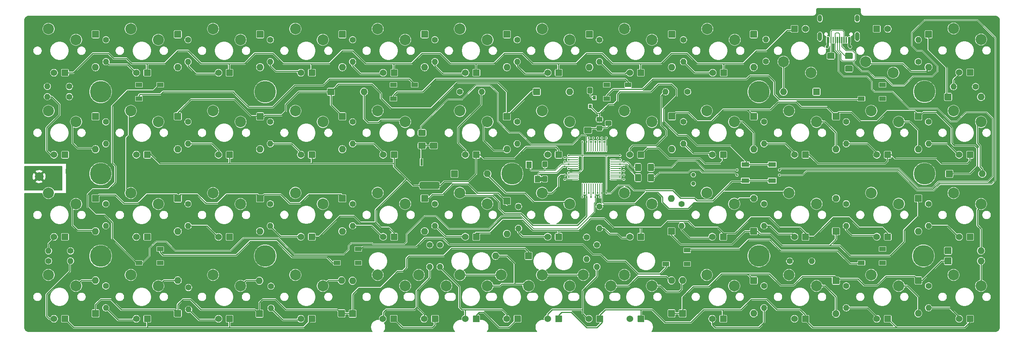
<source format=gtl>
G04 #@! TF.GenerationSoftware,KiCad,Pcbnew,5.0.1*
G04 #@! TF.CreationDate,2019-01-21T17:00:43-02:00*
G04 #@! TF.ProjectId,shark,736861726B2E6B696361645F70636200,V3.0.4*
G04 #@! TF.SameCoordinates,Original*
G04 #@! TF.FileFunction,Copper,L1,Top,Signal*
G04 #@! TF.FilePolarity,Positive*
%FSLAX46Y46*%
G04 Gerber Fmt 4.6, Leading zero omitted, Abs format (unit mm)*
G04 Created by KiCad (PCBNEW 5.0.1) date Mon 21 Jan 2019 05:00:43 PM -02*
%MOMM*%
%LPD*%
G01*
G04 APERTURE LIST*
G04 #@! TA.AperFunction,ComponentPad*
%ADD10C,2.540000*%
G04 #@! TD*
G04 #@! TA.AperFunction,Conductor*
%ADD11C,0.100000*%
G04 #@! TD*
G04 #@! TA.AperFunction,ComponentPad*
%ADD12C,1.524000*%
G04 #@! TD*
G04 #@! TA.AperFunction,ComponentPad*
%ADD13O,1.000000X2.100000*%
G04 #@! TD*
G04 #@! TA.AperFunction,ComponentPad*
%ADD14O,1.000000X1.600000*%
G04 #@! TD*
G04 #@! TA.AperFunction,SMDPad,CuDef*
%ADD15C,0.600000*%
G04 #@! TD*
G04 #@! TA.AperFunction,SMDPad,CuDef*
%ADD16C,0.300000*%
G04 #@! TD*
G04 #@! TA.AperFunction,ComponentPad*
%ADD17O,1.600000X1.600000*%
G04 #@! TD*
G04 #@! TA.AperFunction,ComponentPad*
%ADD18C,1.600000*%
G04 #@! TD*
G04 #@! TA.AperFunction,SMDPad,CuDef*
%ADD19C,1.150000*%
G04 #@! TD*
G04 #@! TA.AperFunction,ComponentPad*
%ADD20C,5.000000*%
G04 #@! TD*
G04 #@! TA.AperFunction,SMDPad,CuDef*
%ADD21C,1.425000*%
G04 #@! TD*
G04 #@! TA.AperFunction,ComponentPad*
%ADD22C,2.000000*%
G04 #@! TD*
G04 #@! TA.AperFunction,ComponentPad*
%ADD23O,1.400000X1.400000*%
G04 #@! TD*
G04 #@! TA.AperFunction,ComponentPad*
%ADD24C,1.400000*%
G04 #@! TD*
G04 #@! TA.AperFunction,SMDPad,CuDef*
%ADD25R,0.600000X1.550000*%
G04 #@! TD*
G04 #@! TA.AperFunction,SMDPad,CuDef*
%ADD26R,0.800000X0.900000*%
G04 #@! TD*
G04 #@! TA.AperFunction,SMDPad,CuDef*
%ADD27R,1.800000X1.100000*%
G04 #@! TD*
G04 #@! TA.AperFunction,SMDPad,CuDef*
%ADD28R,0.250000X1.300000*%
G04 #@! TD*
G04 #@! TA.AperFunction,SMDPad,CuDef*
%ADD29R,1.300000X0.250000*%
G04 #@! TD*
G04 #@! TA.AperFunction,SMDPad,CuDef*
%ADD30R,1.300000X1.600000*%
G04 #@! TD*
G04 #@! TA.AperFunction,SMDPad,CuDef*
%ADD31R,1.500000X1.000000*%
G04 #@! TD*
G04 #@! TA.AperFunction,ViaPad*
%ADD32C,0.450000*%
G04 #@! TD*
G04 #@! TA.AperFunction,ViaPad*
%ADD33C,0.508000*%
G04 #@! TD*
G04 #@! TA.AperFunction,ViaPad*
%ADD34C,1.000000*%
G04 #@! TD*
G04 #@! TA.AperFunction,ViaPad*
%ADD35C,0.800000*%
G04 #@! TD*
G04 #@! TA.AperFunction,ViaPad*
%ADD36C,0.700000*%
G04 #@! TD*
G04 #@! TA.AperFunction,Conductor*
%ADD37C,0.130000*%
G04 #@! TD*
G04 #@! TA.AperFunction,Conductor*
%ADD38C,0.500000*%
G04 #@! TD*
G04 #@! TA.AperFunction,Conductor*
%ADD39C,0.254000*%
G04 #@! TD*
G04 #@! TA.AperFunction,Conductor*
%ADD40C,1.000000*%
G04 #@! TD*
G04 #@! TA.AperFunction,Conductor*
%ADD41C,0.200000*%
G04 #@! TD*
G04 #@! TA.AperFunction,Conductor*
%ADD42C,0.250000*%
G04 #@! TD*
G04 #@! TA.AperFunction,Conductor*
%ADD43C,0.127000*%
G04 #@! TD*
G04 APERTURE END LIST*
D10*
G04 #@! TO.P,SW34,1*
G04 #@! TO.N,Col10*
X212423000Y-107163000D03*
G04 #@! TO.P,SW34,2*
G04 #@! TO.N,Net-(D34-Pad2)*
X218773000Y-109703000D03*
G04 #@! TD*
D11*
G04 #@! TO.N,Net-(LED1-PadK)*
G04 #@! TO.C,LED44*
G36*
X178857538Y-135561734D02*
X178872332Y-135563928D01*
X178886839Y-135567562D01*
X178900921Y-135572601D01*
X178914441Y-135578995D01*
X178927269Y-135586684D01*
X178939282Y-135595593D01*
X178950363Y-135605637D01*
X178960407Y-135616718D01*
X178969316Y-135628731D01*
X178977005Y-135641559D01*
X178983399Y-135655079D01*
X178988438Y-135669161D01*
X178992072Y-135683668D01*
X178994266Y-135698462D01*
X178995000Y-135713400D01*
X178995000Y-136932600D01*
X178994266Y-136947538D01*
X178992072Y-136962332D01*
X178988438Y-136976839D01*
X178983399Y-136990921D01*
X178977005Y-137004441D01*
X178969316Y-137017269D01*
X178960407Y-137029282D01*
X178950363Y-137040363D01*
X178939282Y-137050407D01*
X178927269Y-137059316D01*
X178914441Y-137067005D01*
X178900921Y-137073399D01*
X178886839Y-137078438D01*
X178872332Y-137082072D01*
X178857538Y-137084266D01*
X178842600Y-137085000D01*
X177623400Y-137085000D01*
X177608462Y-137084266D01*
X177593668Y-137082072D01*
X177579161Y-137078438D01*
X177565079Y-137073399D01*
X177551559Y-137067005D01*
X177538731Y-137059316D01*
X177526718Y-137050407D01*
X177515637Y-137040363D01*
X177505593Y-137029282D01*
X177496684Y-137017269D01*
X177488995Y-137004441D01*
X177482601Y-136990921D01*
X177477562Y-136976839D01*
X177473928Y-136962332D01*
X177471734Y-136947538D01*
X177471000Y-136932600D01*
X177471000Y-135713400D01*
X177471734Y-135698462D01*
X177473928Y-135683668D01*
X177477562Y-135669161D01*
X177482601Y-135655079D01*
X177488995Y-135641559D01*
X177496684Y-135628731D01*
X177505593Y-135616718D01*
X177515637Y-135605637D01*
X177526718Y-135595593D01*
X177538731Y-135586684D01*
X177551559Y-135578995D01*
X177565079Y-135572601D01*
X177579161Y-135567562D01*
X177593668Y-135563928D01*
X177608462Y-135561734D01*
X177623400Y-135561000D01*
X178842600Y-135561000D01*
X178857538Y-135561734D01*
X178857538Y-135561734D01*
G37*
D12*
G04 #@! TD*
G04 #@! TO.P,LED44,K*
G04 #@! TO.N,Net-(LED1-PadK)*
X178233000Y-136323000D03*
G04 #@! TO.P,LED44,A*
G04 #@! TO.N,Net-(LED44-PadA)*
X175693000Y-136323000D03*
G04 #@! TD*
D11*
G04 #@! TO.N,Net-(LED1-PadK)*
G04 #@! TO.C,LED13*
G36*
X45857538Y-97561734D02*
X45872332Y-97563928D01*
X45886839Y-97567562D01*
X45900921Y-97572601D01*
X45914441Y-97578995D01*
X45927269Y-97586684D01*
X45939282Y-97595593D01*
X45950363Y-97605637D01*
X45960407Y-97616718D01*
X45969316Y-97628731D01*
X45977005Y-97641559D01*
X45983399Y-97655079D01*
X45988438Y-97669161D01*
X45992072Y-97683668D01*
X45994266Y-97698462D01*
X45995000Y-97713400D01*
X45995000Y-98932600D01*
X45994266Y-98947538D01*
X45992072Y-98962332D01*
X45988438Y-98976839D01*
X45983399Y-98990921D01*
X45977005Y-99004441D01*
X45969316Y-99017269D01*
X45960407Y-99029282D01*
X45950363Y-99040363D01*
X45939282Y-99050407D01*
X45927269Y-99059316D01*
X45914441Y-99067005D01*
X45900921Y-99073399D01*
X45886839Y-99078438D01*
X45872332Y-99082072D01*
X45857538Y-99084266D01*
X45842600Y-99085000D01*
X44623400Y-99085000D01*
X44608462Y-99084266D01*
X44593668Y-99082072D01*
X44579161Y-99078438D01*
X44565079Y-99073399D01*
X44551559Y-99067005D01*
X44538731Y-99059316D01*
X44526718Y-99050407D01*
X44515637Y-99040363D01*
X44505593Y-99029282D01*
X44496684Y-99017269D01*
X44488995Y-99004441D01*
X44482601Y-98990921D01*
X44477562Y-98976839D01*
X44473928Y-98962332D01*
X44471734Y-98947538D01*
X44471000Y-98932600D01*
X44471000Y-97713400D01*
X44471734Y-97698462D01*
X44473928Y-97683668D01*
X44477562Y-97669161D01*
X44482601Y-97655079D01*
X44488995Y-97641559D01*
X44496684Y-97628731D01*
X44505593Y-97616718D01*
X44515637Y-97605637D01*
X44526718Y-97595593D01*
X44538731Y-97586684D01*
X44551559Y-97578995D01*
X44565079Y-97572601D01*
X44579161Y-97567562D01*
X44593668Y-97563928D01*
X44608462Y-97561734D01*
X44623400Y-97561000D01*
X45842600Y-97561000D01*
X45857538Y-97561734D01*
X45857538Y-97561734D01*
G37*
D12*
G04 #@! TD*
G04 #@! TO.P,LED13,K*
G04 #@! TO.N,Net-(LED1-PadK)*
X45233000Y-98323000D03*
G04 #@! TO.P,LED13,A*
G04 #@! TO.N,Net-(LED13-PadA)*
X42693000Y-98323000D03*
G04 #@! TD*
D10*
G04 #@! TO.P,SW11,1*
G04 #@! TO.N,Col11*
X236503000Y-79323000D03*
G04 #@! TO.P,SW11,2*
G04 #@! TO.N,Net-(D11-Pad2)*
X230153000Y-76783000D03*
G04 #@! TD*
D13*
G04 #@! TO.P,J1,S1*
G04 #@! TO.N,Net-(C7-Pad2)*
X219569250Y-70961750D03*
D14*
X219569250Y-66761750D03*
X228169250Y-66761750D03*
D11*
G04 #@! TD*
G04 #@! TO.N,GND*
G04 #@! TO.C,J1*
G36*
X227283953Y-71012472D02*
X227298514Y-71014632D01*
X227312793Y-71018209D01*
X227326653Y-71023168D01*
X227339960Y-71029462D01*
X227352586Y-71037030D01*
X227364409Y-71045798D01*
X227375316Y-71055684D01*
X227385202Y-71066591D01*
X227393970Y-71078414D01*
X227401538Y-71091040D01*
X227407832Y-71104347D01*
X227412791Y-71118207D01*
X227416368Y-71132486D01*
X227418528Y-71147047D01*
X227419250Y-71161750D01*
X227419250Y-72311750D01*
X227418528Y-72326453D01*
X227416368Y-72341014D01*
X227412791Y-72355293D01*
X227407832Y-72369153D01*
X227401538Y-72382460D01*
X227393970Y-72395086D01*
X227385202Y-72406909D01*
X227375316Y-72417816D01*
X227364409Y-72427702D01*
X227352586Y-72436470D01*
X227339960Y-72444038D01*
X227326653Y-72450332D01*
X227312793Y-72455291D01*
X227298514Y-72458868D01*
X227283953Y-72461028D01*
X227269250Y-72461750D01*
X226969250Y-72461750D01*
X226954547Y-72461028D01*
X226939986Y-72458868D01*
X226925707Y-72455291D01*
X226911847Y-72450332D01*
X226898540Y-72444038D01*
X226885914Y-72436470D01*
X226874091Y-72427702D01*
X226863184Y-72417816D01*
X226853298Y-72406909D01*
X226844530Y-72395086D01*
X226836962Y-72382460D01*
X226830668Y-72369153D01*
X226825709Y-72355293D01*
X226822132Y-72341014D01*
X226819972Y-72326453D01*
X226819250Y-72311750D01*
X226819250Y-71161750D01*
X226819972Y-71147047D01*
X226822132Y-71132486D01*
X226825709Y-71118207D01*
X226830668Y-71104347D01*
X226836962Y-71091040D01*
X226844530Y-71078414D01*
X226853298Y-71066591D01*
X226863184Y-71055684D01*
X226874091Y-71045798D01*
X226885914Y-71037030D01*
X226898540Y-71029462D01*
X226911847Y-71023168D01*
X226925707Y-71018209D01*
X226939986Y-71014632D01*
X226954547Y-71012472D01*
X226969250Y-71011750D01*
X227269250Y-71011750D01*
X227283953Y-71012472D01*
X227283953Y-71012472D01*
G37*
D15*
G04 #@! TO.P,J1,A1*
G04 #@! TO.N,GND*
X227119250Y-71736750D03*
D11*
G04 #@! TD*
G04 #@! TO.N,VBUS*
G04 #@! TO.C,J1*
G36*
X226483953Y-71012472D02*
X226498514Y-71014632D01*
X226512793Y-71018209D01*
X226526653Y-71023168D01*
X226539960Y-71029462D01*
X226552586Y-71037030D01*
X226564409Y-71045798D01*
X226575316Y-71055684D01*
X226585202Y-71066591D01*
X226593970Y-71078414D01*
X226601538Y-71091040D01*
X226607832Y-71104347D01*
X226612791Y-71118207D01*
X226616368Y-71132486D01*
X226618528Y-71147047D01*
X226619250Y-71161750D01*
X226619250Y-72311750D01*
X226618528Y-72326453D01*
X226616368Y-72341014D01*
X226612791Y-72355293D01*
X226607832Y-72369153D01*
X226601538Y-72382460D01*
X226593970Y-72395086D01*
X226585202Y-72406909D01*
X226575316Y-72417816D01*
X226564409Y-72427702D01*
X226552586Y-72436470D01*
X226539960Y-72444038D01*
X226526653Y-72450332D01*
X226512793Y-72455291D01*
X226498514Y-72458868D01*
X226483953Y-72461028D01*
X226469250Y-72461750D01*
X226169250Y-72461750D01*
X226154547Y-72461028D01*
X226139986Y-72458868D01*
X226125707Y-72455291D01*
X226111847Y-72450332D01*
X226098540Y-72444038D01*
X226085914Y-72436470D01*
X226074091Y-72427702D01*
X226063184Y-72417816D01*
X226053298Y-72406909D01*
X226044530Y-72395086D01*
X226036962Y-72382460D01*
X226030668Y-72369153D01*
X226025709Y-72355293D01*
X226022132Y-72341014D01*
X226019972Y-72326453D01*
X226019250Y-72311750D01*
X226019250Y-71161750D01*
X226019972Y-71147047D01*
X226022132Y-71132486D01*
X226025709Y-71118207D01*
X226030668Y-71104347D01*
X226036962Y-71091040D01*
X226044530Y-71078414D01*
X226053298Y-71066591D01*
X226063184Y-71055684D01*
X226074091Y-71045798D01*
X226085914Y-71037030D01*
X226098540Y-71029462D01*
X226111847Y-71023168D01*
X226125707Y-71018209D01*
X226139986Y-71014632D01*
X226154547Y-71012472D01*
X226169250Y-71011750D01*
X226469250Y-71011750D01*
X226483953Y-71012472D01*
X226483953Y-71012472D01*
G37*
D15*
G04 #@! TO.P,J1,B9*
G04 #@! TO.N,VBUS*
X226319250Y-71736750D03*
D11*
G04 #@! TD*
G04 #@! TO.N,N/C*
G04 #@! TO.C,J1*
G36*
X225701601Y-71012111D02*
X225708882Y-71013191D01*
X225716021Y-71014979D01*
X225722951Y-71017459D01*
X225729605Y-71020606D01*
X225735918Y-71024390D01*
X225741829Y-71028774D01*
X225747283Y-71033717D01*
X225752226Y-71039171D01*
X225756610Y-71045082D01*
X225760394Y-71051395D01*
X225763541Y-71058049D01*
X225766021Y-71064979D01*
X225767809Y-71072118D01*
X225768889Y-71079399D01*
X225769250Y-71086750D01*
X225769250Y-72386750D01*
X225768889Y-72394101D01*
X225767809Y-72401382D01*
X225766021Y-72408521D01*
X225763541Y-72415451D01*
X225760394Y-72422105D01*
X225756610Y-72428418D01*
X225752226Y-72434329D01*
X225747283Y-72439783D01*
X225741829Y-72444726D01*
X225735918Y-72449110D01*
X225729605Y-72452894D01*
X225722951Y-72456041D01*
X225716021Y-72458521D01*
X225708882Y-72460309D01*
X225701601Y-72461389D01*
X225694250Y-72461750D01*
X225544250Y-72461750D01*
X225536899Y-72461389D01*
X225529618Y-72460309D01*
X225522479Y-72458521D01*
X225515549Y-72456041D01*
X225508895Y-72452894D01*
X225502582Y-72449110D01*
X225496671Y-72444726D01*
X225491217Y-72439783D01*
X225486274Y-72434329D01*
X225481890Y-72428418D01*
X225478106Y-72422105D01*
X225474959Y-72415451D01*
X225472479Y-72408521D01*
X225470691Y-72401382D01*
X225469611Y-72394101D01*
X225469250Y-72386750D01*
X225469250Y-71086750D01*
X225469611Y-71079399D01*
X225470691Y-71072118D01*
X225472479Y-71064979D01*
X225474959Y-71058049D01*
X225478106Y-71051395D01*
X225481890Y-71045082D01*
X225486274Y-71039171D01*
X225491217Y-71033717D01*
X225496671Y-71028774D01*
X225502582Y-71024390D01*
X225508895Y-71020606D01*
X225515549Y-71017459D01*
X225522479Y-71014979D01*
X225529618Y-71013191D01*
X225536899Y-71012111D01*
X225544250Y-71011750D01*
X225694250Y-71011750D01*
X225701601Y-71012111D01*
X225701601Y-71012111D01*
G37*
D16*
G04 #@! TO.P,J1,B8*
G04 #@! TO.N,N/C*
X225619250Y-71736750D03*
D11*
G04 #@! TD*
G04 #@! TO.N,Net-(J1-PadA5)*
G04 #@! TO.C,J1*
G36*
X225201601Y-71012111D02*
X225208882Y-71013191D01*
X225216021Y-71014979D01*
X225222951Y-71017459D01*
X225229605Y-71020606D01*
X225235918Y-71024390D01*
X225241829Y-71028774D01*
X225247283Y-71033717D01*
X225252226Y-71039171D01*
X225256610Y-71045082D01*
X225260394Y-71051395D01*
X225263541Y-71058049D01*
X225266021Y-71064979D01*
X225267809Y-71072118D01*
X225268889Y-71079399D01*
X225269250Y-71086750D01*
X225269250Y-72386750D01*
X225268889Y-72394101D01*
X225267809Y-72401382D01*
X225266021Y-72408521D01*
X225263541Y-72415451D01*
X225260394Y-72422105D01*
X225256610Y-72428418D01*
X225252226Y-72434329D01*
X225247283Y-72439783D01*
X225241829Y-72444726D01*
X225235918Y-72449110D01*
X225229605Y-72452894D01*
X225222951Y-72456041D01*
X225216021Y-72458521D01*
X225208882Y-72460309D01*
X225201601Y-72461389D01*
X225194250Y-72461750D01*
X225044250Y-72461750D01*
X225036899Y-72461389D01*
X225029618Y-72460309D01*
X225022479Y-72458521D01*
X225015549Y-72456041D01*
X225008895Y-72452894D01*
X225002582Y-72449110D01*
X224996671Y-72444726D01*
X224991217Y-72439783D01*
X224986274Y-72434329D01*
X224981890Y-72428418D01*
X224978106Y-72422105D01*
X224974959Y-72415451D01*
X224972479Y-72408521D01*
X224970691Y-72401382D01*
X224969611Y-72394101D01*
X224969250Y-72386750D01*
X224969250Y-71086750D01*
X224969611Y-71079399D01*
X224970691Y-71072118D01*
X224972479Y-71064979D01*
X224974959Y-71058049D01*
X224978106Y-71051395D01*
X224981890Y-71045082D01*
X224986274Y-71039171D01*
X224991217Y-71033717D01*
X224996671Y-71028774D01*
X225002582Y-71024390D01*
X225008895Y-71020606D01*
X225015549Y-71017459D01*
X225022479Y-71014979D01*
X225029618Y-71013191D01*
X225036899Y-71012111D01*
X225044250Y-71011750D01*
X225194250Y-71011750D01*
X225201601Y-71012111D01*
X225201601Y-71012111D01*
G37*
D16*
G04 #@! TO.P,J1,A5*
G04 #@! TO.N,Net-(J1-PadA5)*
X225119250Y-71736750D03*
D11*
G04 #@! TD*
G04 #@! TO.N,Net-(J1-PadA7)*
G04 #@! TO.C,J1*
G36*
X224701601Y-71012111D02*
X224708882Y-71013191D01*
X224716021Y-71014979D01*
X224722951Y-71017459D01*
X224729605Y-71020606D01*
X224735918Y-71024390D01*
X224741829Y-71028774D01*
X224747283Y-71033717D01*
X224752226Y-71039171D01*
X224756610Y-71045082D01*
X224760394Y-71051395D01*
X224763541Y-71058049D01*
X224766021Y-71064979D01*
X224767809Y-71072118D01*
X224768889Y-71079399D01*
X224769250Y-71086750D01*
X224769250Y-72386750D01*
X224768889Y-72394101D01*
X224767809Y-72401382D01*
X224766021Y-72408521D01*
X224763541Y-72415451D01*
X224760394Y-72422105D01*
X224756610Y-72428418D01*
X224752226Y-72434329D01*
X224747283Y-72439783D01*
X224741829Y-72444726D01*
X224735918Y-72449110D01*
X224729605Y-72452894D01*
X224722951Y-72456041D01*
X224716021Y-72458521D01*
X224708882Y-72460309D01*
X224701601Y-72461389D01*
X224694250Y-72461750D01*
X224544250Y-72461750D01*
X224536899Y-72461389D01*
X224529618Y-72460309D01*
X224522479Y-72458521D01*
X224515549Y-72456041D01*
X224508895Y-72452894D01*
X224502582Y-72449110D01*
X224496671Y-72444726D01*
X224491217Y-72439783D01*
X224486274Y-72434329D01*
X224481890Y-72428418D01*
X224478106Y-72422105D01*
X224474959Y-72415451D01*
X224472479Y-72408521D01*
X224470691Y-72401382D01*
X224469611Y-72394101D01*
X224469250Y-72386750D01*
X224469250Y-71086750D01*
X224469611Y-71079399D01*
X224470691Y-71072118D01*
X224472479Y-71064979D01*
X224474959Y-71058049D01*
X224478106Y-71051395D01*
X224481890Y-71045082D01*
X224486274Y-71039171D01*
X224491217Y-71033717D01*
X224496671Y-71028774D01*
X224502582Y-71024390D01*
X224508895Y-71020606D01*
X224515549Y-71017459D01*
X224522479Y-71014979D01*
X224529618Y-71013191D01*
X224536899Y-71012111D01*
X224544250Y-71011750D01*
X224694250Y-71011750D01*
X224701601Y-71012111D01*
X224701601Y-71012111D01*
G37*
D16*
G04 #@! TO.P,J1,B7*
G04 #@! TO.N,Net-(J1-PadA7)*
X224619250Y-71736750D03*
D11*
G04 #@! TD*
G04 #@! TO.N,Net-(J1-PadA6)*
G04 #@! TO.C,J1*
G36*
X224205601Y-71012111D02*
X224212882Y-71013191D01*
X224220021Y-71014979D01*
X224226951Y-71017459D01*
X224233605Y-71020606D01*
X224239918Y-71024390D01*
X224245829Y-71028774D01*
X224251283Y-71033717D01*
X224256226Y-71039171D01*
X224260610Y-71045082D01*
X224264394Y-71051395D01*
X224267541Y-71058049D01*
X224270021Y-71064979D01*
X224271809Y-71072118D01*
X224272889Y-71079399D01*
X224273250Y-71086750D01*
X224273250Y-72386750D01*
X224272889Y-72394101D01*
X224271809Y-72401382D01*
X224270021Y-72408521D01*
X224267541Y-72415451D01*
X224264394Y-72422105D01*
X224260610Y-72428418D01*
X224256226Y-72434329D01*
X224251283Y-72439783D01*
X224245829Y-72444726D01*
X224239918Y-72449110D01*
X224233605Y-72452894D01*
X224226951Y-72456041D01*
X224220021Y-72458521D01*
X224212882Y-72460309D01*
X224205601Y-72461389D01*
X224198250Y-72461750D01*
X224048250Y-72461750D01*
X224040899Y-72461389D01*
X224033618Y-72460309D01*
X224026479Y-72458521D01*
X224019549Y-72456041D01*
X224012895Y-72452894D01*
X224006582Y-72449110D01*
X224000671Y-72444726D01*
X223995217Y-72439783D01*
X223990274Y-72434329D01*
X223985890Y-72428418D01*
X223982106Y-72422105D01*
X223978959Y-72415451D01*
X223976479Y-72408521D01*
X223974691Y-72401382D01*
X223973611Y-72394101D01*
X223973250Y-72386750D01*
X223973250Y-71086750D01*
X223973611Y-71079399D01*
X223974691Y-71072118D01*
X223976479Y-71064979D01*
X223978959Y-71058049D01*
X223982106Y-71051395D01*
X223985890Y-71045082D01*
X223990274Y-71039171D01*
X223995217Y-71033717D01*
X224000671Y-71028774D01*
X224006582Y-71024390D01*
X224012895Y-71020606D01*
X224019549Y-71017459D01*
X224026479Y-71014979D01*
X224033618Y-71013191D01*
X224040899Y-71012111D01*
X224048250Y-71011750D01*
X224198250Y-71011750D01*
X224205601Y-71012111D01*
X224205601Y-71012111D01*
G37*
D16*
G04 #@! TO.P,J1,A6*
G04 #@! TO.N,Net-(J1-PadA6)*
X224123250Y-71736750D03*
D11*
G04 #@! TD*
G04 #@! TO.N,GND*
G04 #@! TO.C,J1*
G36*
X220783953Y-71012472D02*
X220798514Y-71014632D01*
X220812793Y-71018209D01*
X220826653Y-71023168D01*
X220839960Y-71029462D01*
X220852586Y-71037030D01*
X220864409Y-71045798D01*
X220875316Y-71055684D01*
X220885202Y-71066591D01*
X220893970Y-71078414D01*
X220901538Y-71091040D01*
X220907832Y-71104347D01*
X220912791Y-71118207D01*
X220916368Y-71132486D01*
X220918528Y-71147047D01*
X220919250Y-71161750D01*
X220919250Y-72311750D01*
X220918528Y-72326453D01*
X220916368Y-72341014D01*
X220912791Y-72355293D01*
X220907832Y-72369153D01*
X220901538Y-72382460D01*
X220893970Y-72395086D01*
X220885202Y-72406909D01*
X220875316Y-72417816D01*
X220864409Y-72427702D01*
X220852586Y-72436470D01*
X220839960Y-72444038D01*
X220826653Y-72450332D01*
X220812793Y-72455291D01*
X220798514Y-72458868D01*
X220783953Y-72461028D01*
X220769250Y-72461750D01*
X220469250Y-72461750D01*
X220454547Y-72461028D01*
X220439986Y-72458868D01*
X220425707Y-72455291D01*
X220411847Y-72450332D01*
X220398540Y-72444038D01*
X220385914Y-72436470D01*
X220374091Y-72427702D01*
X220363184Y-72417816D01*
X220353298Y-72406909D01*
X220344530Y-72395086D01*
X220336962Y-72382460D01*
X220330668Y-72369153D01*
X220325709Y-72355293D01*
X220322132Y-72341014D01*
X220319972Y-72326453D01*
X220319250Y-72311750D01*
X220319250Y-71161750D01*
X220319972Y-71147047D01*
X220322132Y-71132486D01*
X220325709Y-71118207D01*
X220330668Y-71104347D01*
X220336962Y-71091040D01*
X220344530Y-71078414D01*
X220353298Y-71066591D01*
X220363184Y-71055684D01*
X220374091Y-71045798D01*
X220385914Y-71037030D01*
X220398540Y-71029462D01*
X220411847Y-71023168D01*
X220425707Y-71018209D01*
X220439986Y-71014632D01*
X220454547Y-71012472D01*
X220469250Y-71011750D01*
X220769250Y-71011750D01*
X220783953Y-71012472D01*
X220783953Y-71012472D01*
G37*
D15*
G04 #@! TO.P,J1,A12*
G04 #@! TO.N,GND*
X220619250Y-71736750D03*
D11*
G04 #@! TD*
G04 #@! TO.N,VBUS*
G04 #@! TO.C,J1*
G36*
X221583953Y-71012472D02*
X221598514Y-71014632D01*
X221612793Y-71018209D01*
X221626653Y-71023168D01*
X221639960Y-71029462D01*
X221652586Y-71037030D01*
X221664409Y-71045798D01*
X221675316Y-71055684D01*
X221685202Y-71066591D01*
X221693970Y-71078414D01*
X221701538Y-71091040D01*
X221707832Y-71104347D01*
X221712791Y-71118207D01*
X221716368Y-71132486D01*
X221718528Y-71147047D01*
X221719250Y-71161750D01*
X221719250Y-72311750D01*
X221718528Y-72326453D01*
X221716368Y-72341014D01*
X221712791Y-72355293D01*
X221707832Y-72369153D01*
X221701538Y-72382460D01*
X221693970Y-72395086D01*
X221685202Y-72406909D01*
X221675316Y-72417816D01*
X221664409Y-72427702D01*
X221652586Y-72436470D01*
X221639960Y-72444038D01*
X221626653Y-72450332D01*
X221612793Y-72455291D01*
X221598514Y-72458868D01*
X221583953Y-72461028D01*
X221569250Y-72461750D01*
X221269250Y-72461750D01*
X221254547Y-72461028D01*
X221239986Y-72458868D01*
X221225707Y-72455291D01*
X221211847Y-72450332D01*
X221198540Y-72444038D01*
X221185914Y-72436470D01*
X221174091Y-72427702D01*
X221163184Y-72417816D01*
X221153298Y-72406909D01*
X221144530Y-72395086D01*
X221136962Y-72382460D01*
X221130668Y-72369153D01*
X221125709Y-72355293D01*
X221122132Y-72341014D01*
X221119972Y-72326453D01*
X221119250Y-72311750D01*
X221119250Y-71161750D01*
X221119972Y-71147047D01*
X221122132Y-71132486D01*
X221125709Y-71118207D01*
X221130668Y-71104347D01*
X221136962Y-71091040D01*
X221144530Y-71078414D01*
X221153298Y-71066591D01*
X221163184Y-71055684D01*
X221174091Y-71045798D01*
X221185914Y-71037030D01*
X221198540Y-71029462D01*
X221211847Y-71023168D01*
X221225707Y-71018209D01*
X221239986Y-71014632D01*
X221254547Y-71012472D01*
X221269250Y-71011750D01*
X221569250Y-71011750D01*
X221583953Y-71012472D01*
X221583953Y-71012472D01*
G37*
D15*
G04 #@! TO.P,J1,A9*
G04 #@! TO.N,VBUS*
X221419250Y-71736750D03*
D11*
G04 #@! TD*
G04 #@! TO.N,Net-(J1-PadA5)*
G04 #@! TO.C,J1*
G36*
X222201601Y-71012111D02*
X222208882Y-71013191D01*
X222216021Y-71014979D01*
X222222951Y-71017459D01*
X222229605Y-71020606D01*
X222235918Y-71024390D01*
X222241829Y-71028774D01*
X222247283Y-71033717D01*
X222252226Y-71039171D01*
X222256610Y-71045082D01*
X222260394Y-71051395D01*
X222263541Y-71058049D01*
X222266021Y-71064979D01*
X222267809Y-71072118D01*
X222268889Y-71079399D01*
X222269250Y-71086750D01*
X222269250Y-72386750D01*
X222268889Y-72394101D01*
X222267809Y-72401382D01*
X222266021Y-72408521D01*
X222263541Y-72415451D01*
X222260394Y-72422105D01*
X222256610Y-72428418D01*
X222252226Y-72434329D01*
X222247283Y-72439783D01*
X222241829Y-72444726D01*
X222235918Y-72449110D01*
X222229605Y-72452894D01*
X222222951Y-72456041D01*
X222216021Y-72458521D01*
X222208882Y-72460309D01*
X222201601Y-72461389D01*
X222194250Y-72461750D01*
X222044250Y-72461750D01*
X222036899Y-72461389D01*
X222029618Y-72460309D01*
X222022479Y-72458521D01*
X222015549Y-72456041D01*
X222008895Y-72452894D01*
X222002582Y-72449110D01*
X221996671Y-72444726D01*
X221991217Y-72439783D01*
X221986274Y-72434329D01*
X221981890Y-72428418D01*
X221978106Y-72422105D01*
X221974959Y-72415451D01*
X221972479Y-72408521D01*
X221970691Y-72401382D01*
X221969611Y-72394101D01*
X221969250Y-72386750D01*
X221969250Y-71086750D01*
X221969611Y-71079399D01*
X221970691Y-71072118D01*
X221972479Y-71064979D01*
X221974959Y-71058049D01*
X221978106Y-71051395D01*
X221981890Y-71045082D01*
X221986274Y-71039171D01*
X221991217Y-71033717D01*
X221996671Y-71028774D01*
X222002582Y-71024390D01*
X222008895Y-71020606D01*
X222015549Y-71017459D01*
X222022479Y-71014979D01*
X222029618Y-71013191D01*
X222036899Y-71012111D01*
X222044250Y-71011750D01*
X222194250Y-71011750D01*
X222201601Y-71012111D01*
X222201601Y-71012111D01*
G37*
D16*
G04 #@! TO.P,J1,B5*
G04 #@! TO.N,Net-(J1-PadA5)*
X222119250Y-71736750D03*
D11*
G04 #@! TD*
G04 #@! TO.N,N/C*
G04 #@! TO.C,J1*
G36*
X222701601Y-71012111D02*
X222708882Y-71013191D01*
X222716021Y-71014979D01*
X222722951Y-71017459D01*
X222729605Y-71020606D01*
X222735918Y-71024390D01*
X222741829Y-71028774D01*
X222747283Y-71033717D01*
X222752226Y-71039171D01*
X222756610Y-71045082D01*
X222760394Y-71051395D01*
X222763541Y-71058049D01*
X222766021Y-71064979D01*
X222767809Y-71072118D01*
X222768889Y-71079399D01*
X222769250Y-71086750D01*
X222769250Y-72386750D01*
X222768889Y-72394101D01*
X222767809Y-72401382D01*
X222766021Y-72408521D01*
X222763541Y-72415451D01*
X222760394Y-72422105D01*
X222756610Y-72428418D01*
X222752226Y-72434329D01*
X222747283Y-72439783D01*
X222741829Y-72444726D01*
X222735918Y-72449110D01*
X222729605Y-72452894D01*
X222722951Y-72456041D01*
X222716021Y-72458521D01*
X222708882Y-72460309D01*
X222701601Y-72461389D01*
X222694250Y-72461750D01*
X222544250Y-72461750D01*
X222536899Y-72461389D01*
X222529618Y-72460309D01*
X222522479Y-72458521D01*
X222515549Y-72456041D01*
X222508895Y-72452894D01*
X222502582Y-72449110D01*
X222496671Y-72444726D01*
X222491217Y-72439783D01*
X222486274Y-72434329D01*
X222481890Y-72428418D01*
X222478106Y-72422105D01*
X222474959Y-72415451D01*
X222472479Y-72408521D01*
X222470691Y-72401382D01*
X222469611Y-72394101D01*
X222469250Y-72386750D01*
X222469250Y-71086750D01*
X222469611Y-71079399D01*
X222470691Y-71072118D01*
X222472479Y-71064979D01*
X222474959Y-71058049D01*
X222478106Y-71051395D01*
X222481890Y-71045082D01*
X222486274Y-71039171D01*
X222491217Y-71033717D01*
X222496671Y-71028774D01*
X222502582Y-71024390D01*
X222508895Y-71020606D01*
X222515549Y-71017459D01*
X222522479Y-71014979D01*
X222529618Y-71013191D01*
X222536899Y-71012111D01*
X222544250Y-71011750D01*
X222694250Y-71011750D01*
X222701601Y-71012111D01*
X222701601Y-71012111D01*
G37*
D16*
G04 #@! TO.P,J1,A8*
G04 #@! TO.N,N/C*
X222619250Y-71736750D03*
D11*
G04 #@! TD*
G04 #@! TO.N,Net-(J1-PadA6)*
G04 #@! TO.C,J1*
G36*
X223201601Y-71012111D02*
X223208882Y-71013191D01*
X223216021Y-71014979D01*
X223222951Y-71017459D01*
X223229605Y-71020606D01*
X223235918Y-71024390D01*
X223241829Y-71028774D01*
X223247283Y-71033717D01*
X223252226Y-71039171D01*
X223256610Y-71045082D01*
X223260394Y-71051395D01*
X223263541Y-71058049D01*
X223266021Y-71064979D01*
X223267809Y-71072118D01*
X223268889Y-71079399D01*
X223269250Y-71086750D01*
X223269250Y-72386750D01*
X223268889Y-72394101D01*
X223267809Y-72401382D01*
X223266021Y-72408521D01*
X223263541Y-72415451D01*
X223260394Y-72422105D01*
X223256610Y-72428418D01*
X223252226Y-72434329D01*
X223247283Y-72439783D01*
X223241829Y-72444726D01*
X223235918Y-72449110D01*
X223229605Y-72452894D01*
X223222951Y-72456041D01*
X223216021Y-72458521D01*
X223208882Y-72460309D01*
X223201601Y-72461389D01*
X223194250Y-72461750D01*
X223044250Y-72461750D01*
X223036899Y-72461389D01*
X223029618Y-72460309D01*
X223022479Y-72458521D01*
X223015549Y-72456041D01*
X223008895Y-72452894D01*
X223002582Y-72449110D01*
X222996671Y-72444726D01*
X222991217Y-72439783D01*
X222986274Y-72434329D01*
X222981890Y-72428418D01*
X222978106Y-72422105D01*
X222974959Y-72415451D01*
X222972479Y-72408521D01*
X222970691Y-72401382D01*
X222969611Y-72394101D01*
X222969250Y-72386750D01*
X222969250Y-71086750D01*
X222969611Y-71079399D01*
X222970691Y-71072118D01*
X222972479Y-71064979D01*
X222974959Y-71058049D01*
X222978106Y-71051395D01*
X222981890Y-71045082D01*
X222986274Y-71039171D01*
X222991217Y-71033717D01*
X222996671Y-71028774D01*
X223002582Y-71024390D01*
X223008895Y-71020606D01*
X223015549Y-71017459D01*
X223022479Y-71014979D01*
X223029618Y-71013191D01*
X223036899Y-71012111D01*
X223044250Y-71011750D01*
X223194250Y-71011750D01*
X223201601Y-71012111D01*
X223201601Y-71012111D01*
G37*
D16*
G04 #@! TO.P,J1,B6*
G04 #@! TO.N,Net-(J1-PadA6)*
X223119250Y-71736750D03*
D11*
G04 #@! TD*
G04 #@! TO.N,Net-(J1-PadA7)*
G04 #@! TO.C,J1*
G36*
X223701601Y-71012111D02*
X223708882Y-71013191D01*
X223716021Y-71014979D01*
X223722951Y-71017459D01*
X223729605Y-71020606D01*
X223735918Y-71024390D01*
X223741829Y-71028774D01*
X223747283Y-71033717D01*
X223752226Y-71039171D01*
X223756610Y-71045082D01*
X223760394Y-71051395D01*
X223763541Y-71058049D01*
X223766021Y-71064979D01*
X223767809Y-71072118D01*
X223768889Y-71079399D01*
X223769250Y-71086750D01*
X223769250Y-72386750D01*
X223768889Y-72394101D01*
X223767809Y-72401382D01*
X223766021Y-72408521D01*
X223763541Y-72415451D01*
X223760394Y-72422105D01*
X223756610Y-72428418D01*
X223752226Y-72434329D01*
X223747283Y-72439783D01*
X223741829Y-72444726D01*
X223735918Y-72449110D01*
X223729605Y-72452894D01*
X223722951Y-72456041D01*
X223716021Y-72458521D01*
X223708882Y-72460309D01*
X223701601Y-72461389D01*
X223694250Y-72461750D01*
X223544250Y-72461750D01*
X223536899Y-72461389D01*
X223529618Y-72460309D01*
X223522479Y-72458521D01*
X223515549Y-72456041D01*
X223508895Y-72452894D01*
X223502582Y-72449110D01*
X223496671Y-72444726D01*
X223491217Y-72439783D01*
X223486274Y-72434329D01*
X223481890Y-72428418D01*
X223478106Y-72422105D01*
X223474959Y-72415451D01*
X223472479Y-72408521D01*
X223470691Y-72401382D01*
X223469611Y-72394101D01*
X223469250Y-72386750D01*
X223469250Y-71086750D01*
X223469611Y-71079399D01*
X223470691Y-71072118D01*
X223472479Y-71064979D01*
X223474959Y-71058049D01*
X223478106Y-71051395D01*
X223481890Y-71045082D01*
X223486274Y-71039171D01*
X223491217Y-71033717D01*
X223496671Y-71028774D01*
X223502582Y-71024390D01*
X223508895Y-71020606D01*
X223515549Y-71017459D01*
X223522479Y-71014979D01*
X223529618Y-71013191D01*
X223536899Y-71012111D01*
X223544250Y-71011750D01*
X223694250Y-71011750D01*
X223701601Y-71012111D01*
X223701601Y-71012111D01*
G37*
D16*
G04 #@! TO.P,J1,A7*
G04 #@! TO.N,Net-(J1-PadA7)*
X223619250Y-71736750D03*
D13*
G04 #@! TO.P,J1,S1*
G04 #@! TO.N,Net-(C7-Pad2)*
X228169250Y-70961750D03*
D11*
G04 #@! TD*
G04 #@! TO.N,GND*
G04 #@! TO.C,J1*
G36*
X227283953Y-71012472D02*
X227298514Y-71014632D01*
X227312793Y-71018209D01*
X227326653Y-71023168D01*
X227339960Y-71029462D01*
X227352586Y-71037030D01*
X227364409Y-71045798D01*
X227375316Y-71055684D01*
X227385202Y-71066591D01*
X227393970Y-71078414D01*
X227401538Y-71091040D01*
X227407832Y-71104347D01*
X227412791Y-71118207D01*
X227416368Y-71132486D01*
X227418528Y-71147047D01*
X227419250Y-71161750D01*
X227419250Y-72311750D01*
X227418528Y-72326453D01*
X227416368Y-72341014D01*
X227412791Y-72355293D01*
X227407832Y-72369153D01*
X227401538Y-72382460D01*
X227393970Y-72395086D01*
X227385202Y-72406909D01*
X227375316Y-72417816D01*
X227364409Y-72427702D01*
X227352586Y-72436470D01*
X227339960Y-72444038D01*
X227326653Y-72450332D01*
X227312793Y-72455291D01*
X227298514Y-72458868D01*
X227283953Y-72461028D01*
X227269250Y-72461750D01*
X226969250Y-72461750D01*
X226954547Y-72461028D01*
X226939986Y-72458868D01*
X226925707Y-72455291D01*
X226911847Y-72450332D01*
X226898540Y-72444038D01*
X226885914Y-72436470D01*
X226874091Y-72427702D01*
X226863184Y-72417816D01*
X226853298Y-72406909D01*
X226844530Y-72395086D01*
X226836962Y-72382460D01*
X226830668Y-72369153D01*
X226825709Y-72355293D01*
X226822132Y-72341014D01*
X226819972Y-72326453D01*
X226819250Y-72311750D01*
X226819250Y-71161750D01*
X226819972Y-71147047D01*
X226822132Y-71132486D01*
X226825709Y-71118207D01*
X226830668Y-71104347D01*
X226836962Y-71091040D01*
X226844530Y-71078414D01*
X226853298Y-71066591D01*
X226863184Y-71055684D01*
X226874091Y-71045798D01*
X226885914Y-71037030D01*
X226898540Y-71029462D01*
X226911847Y-71023168D01*
X226925707Y-71018209D01*
X226939986Y-71014632D01*
X226954547Y-71012472D01*
X226969250Y-71011750D01*
X227269250Y-71011750D01*
X227283953Y-71012472D01*
X227283953Y-71012472D01*
G37*
D15*
G04 #@! TO.P,J1,B12*
G04 #@! TO.N,GND*
X227119250Y-71736750D03*
D11*
G04 #@! TD*
G04 #@! TO.N,VBUS*
G04 #@! TO.C,J1*
G36*
X226483953Y-71012472D02*
X226498514Y-71014632D01*
X226512793Y-71018209D01*
X226526653Y-71023168D01*
X226539960Y-71029462D01*
X226552586Y-71037030D01*
X226564409Y-71045798D01*
X226575316Y-71055684D01*
X226585202Y-71066591D01*
X226593970Y-71078414D01*
X226601538Y-71091040D01*
X226607832Y-71104347D01*
X226612791Y-71118207D01*
X226616368Y-71132486D01*
X226618528Y-71147047D01*
X226619250Y-71161750D01*
X226619250Y-72311750D01*
X226618528Y-72326453D01*
X226616368Y-72341014D01*
X226612791Y-72355293D01*
X226607832Y-72369153D01*
X226601538Y-72382460D01*
X226593970Y-72395086D01*
X226585202Y-72406909D01*
X226575316Y-72417816D01*
X226564409Y-72427702D01*
X226552586Y-72436470D01*
X226539960Y-72444038D01*
X226526653Y-72450332D01*
X226512793Y-72455291D01*
X226498514Y-72458868D01*
X226483953Y-72461028D01*
X226469250Y-72461750D01*
X226169250Y-72461750D01*
X226154547Y-72461028D01*
X226139986Y-72458868D01*
X226125707Y-72455291D01*
X226111847Y-72450332D01*
X226098540Y-72444038D01*
X226085914Y-72436470D01*
X226074091Y-72427702D01*
X226063184Y-72417816D01*
X226053298Y-72406909D01*
X226044530Y-72395086D01*
X226036962Y-72382460D01*
X226030668Y-72369153D01*
X226025709Y-72355293D01*
X226022132Y-72341014D01*
X226019972Y-72326453D01*
X226019250Y-72311750D01*
X226019250Y-71161750D01*
X226019972Y-71147047D01*
X226022132Y-71132486D01*
X226025709Y-71118207D01*
X226030668Y-71104347D01*
X226036962Y-71091040D01*
X226044530Y-71078414D01*
X226053298Y-71066591D01*
X226063184Y-71055684D01*
X226074091Y-71045798D01*
X226085914Y-71037030D01*
X226098540Y-71029462D01*
X226111847Y-71023168D01*
X226125707Y-71018209D01*
X226139986Y-71014632D01*
X226154547Y-71012472D01*
X226169250Y-71011750D01*
X226469250Y-71011750D01*
X226483953Y-71012472D01*
X226483953Y-71012472D01*
G37*
D15*
G04 #@! TO.P,J1,A4*
G04 #@! TO.N,VBUS*
X226319250Y-71736750D03*
D11*
G04 #@! TD*
G04 #@! TO.N,GND*
G04 #@! TO.C,J1*
G36*
X220783953Y-71012472D02*
X220798514Y-71014632D01*
X220812793Y-71018209D01*
X220826653Y-71023168D01*
X220839960Y-71029462D01*
X220852586Y-71037030D01*
X220864409Y-71045798D01*
X220875316Y-71055684D01*
X220885202Y-71066591D01*
X220893970Y-71078414D01*
X220901538Y-71091040D01*
X220907832Y-71104347D01*
X220912791Y-71118207D01*
X220916368Y-71132486D01*
X220918528Y-71147047D01*
X220919250Y-71161750D01*
X220919250Y-72311750D01*
X220918528Y-72326453D01*
X220916368Y-72341014D01*
X220912791Y-72355293D01*
X220907832Y-72369153D01*
X220901538Y-72382460D01*
X220893970Y-72395086D01*
X220885202Y-72406909D01*
X220875316Y-72417816D01*
X220864409Y-72427702D01*
X220852586Y-72436470D01*
X220839960Y-72444038D01*
X220826653Y-72450332D01*
X220812793Y-72455291D01*
X220798514Y-72458868D01*
X220783953Y-72461028D01*
X220769250Y-72461750D01*
X220469250Y-72461750D01*
X220454547Y-72461028D01*
X220439986Y-72458868D01*
X220425707Y-72455291D01*
X220411847Y-72450332D01*
X220398540Y-72444038D01*
X220385914Y-72436470D01*
X220374091Y-72427702D01*
X220363184Y-72417816D01*
X220353298Y-72406909D01*
X220344530Y-72395086D01*
X220336962Y-72382460D01*
X220330668Y-72369153D01*
X220325709Y-72355293D01*
X220322132Y-72341014D01*
X220319972Y-72326453D01*
X220319250Y-72311750D01*
X220319250Y-71161750D01*
X220319972Y-71147047D01*
X220322132Y-71132486D01*
X220325709Y-71118207D01*
X220330668Y-71104347D01*
X220336962Y-71091040D01*
X220344530Y-71078414D01*
X220353298Y-71066591D01*
X220363184Y-71055684D01*
X220374091Y-71045798D01*
X220385914Y-71037030D01*
X220398540Y-71029462D01*
X220411847Y-71023168D01*
X220425707Y-71018209D01*
X220439986Y-71014632D01*
X220454547Y-71012472D01*
X220469250Y-71011750D01*
X220769250Y-71011750D01*
X220783953Y-71012472D01*
X220783953Y-71012472D01*
G37*
D15*
G04 #@! TO.P,J1,B1*
G04 #@! TO.N,GND*
X220619250Y-71736750D03*
D11*
G04 #@! TD*
G04 #@! TO.N,VBUS*
G04 #@! TO.C,J1*
G36*
X221583953Y-71012472D02*
X221598514Y-71014632D01*
X221612793Y-71018209D01*
X221626653Y-71023168D01*
X221639960Y-71029462D01*
X221652586Y-71037030D01*
X221664409Y-71045798D01*
X221675316Y-71055684D01*
X221685202Y-71066591D01*
X221693970Y-71078414D01*
X221701538Y-71091040D01*
X221707832Y-71104347D01*
X221712791Y-71118207D01*
X221716368Y-71132486D01*
X221718528Y-71147047D01*
X221719250Y-71161750D01*
X221719250Y-72311750D01*
X221718528Y-72326453D01*
X221716368Y-72341014D01*
X221712791Y-72355293D01*
X221707832Y-72369153D01*
X221701538Y-72382460D01*
X221693970Y-72395086D01*
X221685202Y-72406909D01*
X221675316Y-72417816D01*
X221664409Y-72427702D01*
X221652586Y-72436470D01*
X221639960Y-72444038D01*
X221626653Y-72450332D01*
X221612793Y-72455291D01*
X221598514Y-72458868D01*
X221583953Y-72461028D01*
X221569250Y-72461750D01*
X221269250Y-72461750D01*
X221254547Y-72461028D01*
X221239986Y-72458868D01*
X221225707Y-72455291D01*
X221211847Y-72450332D01*
X221198540Y-72444038D01*
X221185914Y-72436470D01*
X221174091Y-72427702D01*
X221163184Y-72417816D01*
X221153298Y-72406909D01*
X221144530Y-72395086D01*
X221136962Y-72382460D01*
X221130668Y-72369153D01*
X221125709Y-72355293D01*
X221122132Y-72341014D01*
X221119972Y-72326453D01*
X221119250Y-72311750D01*
X221119250Y-71161750D01*
X221119972Y-71147047D01*
X221122132Y-71132486D01*
X221125709Y-71118207D01*
X221130668Y-71104347D01*
X221136962Y-71091040D01*
X221144530Y-71078414D01*
X221153298Y-71066591D01*
X221163184Y-71055684D01*
X221174091Y-71045798D01*
X221185914Y-71037030D01*
X221198540Y-71029462D01*
X221211847Y-71023168D01*
X221225707Y-71018209D01*
X221239986Y-71014632D01*
X221254547Y-71012472D01*
X221269250Y-71011750D01*
X221569250Y-71011750D01*
X221583953Y-71012472D01*
X221583953Y-71012472D01*
G37*
D15*
G04 #@! TO.P,J1,B4*
G04 #@! TO.N,VBUS*
X221419250Y-71736750D03*
G04 #@! TD*
D10*
G04 #@! TO.P,SW17,1*
G04 #@! TO.N,Col5*
X117423000Y-88163000D03*
G04 #@! TO.P,SW17,2*
G04 #@! TO.N,Net-(D17-Pad2)*
X123773000Y-90703000D03*
G04 #@! TD*
G04 #@! TO.P,SW9,1*
G04 #@! TO.N,Col9*
X193548000Y-69163000D03*
G04 #@! TO.P,SW9,2*
G04 #@! TO.N,Net-(D9-Pad2)*
X199898000Y-71703000D03*
G04 #@! TD*
D17*
G04 #@! TO.P,D2,2*
G04 #@! TO.N,Net-(D2-Pad2)*
X71275500Y-78053000D03*
D11*
G04 #@! TD*
G04 #@! TO.N,Row1*
G04 #@! TO.C,D2*
G36*
X71931183Y-69633770D02*
X71946714Y-69636074D01*
X71961946Y-69639890D01*
X71976729Y-69645179D01*
X71990923Y-69651893D01*
X72004391Y-69659965D01*
X72017003Y-69669318D01*
X72028637Y-69679863D01*
X72039182Y-69691497D01*
X72048535Y-69704109D01*
X72056607Y-69717577D01*
X72063321Y-69731771D01*
X72068610Y-69746554D01*
X72072426Y-69761786D01*
X72074730Y-69777317D01*
X72075500Y-69793000D01*
X72075500Y-71073000D01*
X72074730Y-71088683D01*
X72072426Y-71104214D01*
X72068610Y-71119446D01*
X72063321Y-71134229D01*
X72056607Y-71148423D01*
X72048535Y-71161891D01*
X72039182Y-71174503D01*
X72028637Y-71186137D01*
X72017003Y-71196682D01*
X72004391Y-71206035D01*
X71990923Y-71214107D01*
X71976729Y-71220821D01*
X71961946Y-71226110D01*
X71946714Y-71229926D01*
X71931183Y-71232230D01*
X71915500Y-71233000D01*
X70635500Y-71233000D01*
X70619817Y-71232230D01*
X70604286Y-71229926D01*
X70589054Y-71226110D01*
X70574271Y-71220821D01*
X70560077Y-71214107D01*
X70546609Y-71206035D01*
X70533997Y-71196682D01*
X70522363Y-71186137D01*
X70511818Y-71174503D01*
X70502465Y-71161891D01*
X70494393Y-71148423D01*
X70487679Y-71134229D01*
X70482390Y-71119446D01*
X70478574Y-71104214D01*
X70476270Y-71088683D01*
X70475500Y-71073000D01*
X70475500Y-69793000D01*
X70476270Y-69777317D01*
X70478574Y-69761786D01*
X70482390Y-69746554D01*
X70487679Y-69731771D01*
X70494393Y-69717577D01*
X70502465Y-69704109D01*
X70511818Y-69691497D01*
X70522363Y-69679863D01*
X70533997Y-69669318D01*
X70546609Y-69659965D01*
X70560077Y-69651893D01*
X70574271Y-69645179D01*
X70589054Y-69639890D01*
X70604286Y-69636074D01*
X70619817Y-69633770D01*
X70635500Y-69633000D01*
X71915500Y-69633000D01*
X71931183Y-69633770D01*
X71931183Y-69633770D01*
G37*
D18*
G04 #@! TO.P,D2,1*
G04 #@! TO.N,Row1*
X71275500Y-70433000D03*
G04 #@! TD*
D10*
G04 #@! TO.P,SW45,1*
G04 #@! TO.N,Col9*
X193423000Y-126163000D03*
G04 #@! TO.P,SW45,2*
G04 #@! TO.N,Net-(D45-Pad2)*
X199773000Y-128703000D03*
G04 #@! TD*
G04 #@! TO.P,SW15,1*
G04 #@! TO.N,Col3*
X79423000Y-88163000D03*
G04 #@! TO.P,SW15,2*
G04 #@! TO.N,Net-(D15-Pad2)*
X85773000Y-90703000D03*
G04 #@! TD*
G04 #@! TO.P,SW36,1*
G04 #@! TO.N,Col12*
X250423000Y-107188000D03*
G04 #@! TO.P,SW36,2*
G04 #@! TO.N,Net-(D36-Pad2)*
X256773000Y-109728000D03*
G04 #@! TD*
D11*
G04 #@! TO.N,GND*
G04 #@! TO.C,C2*
G36*
X158446909Y-99817634D02*
X158471177Y-99821234D01*
X158494976Y-99827195D01*
X158518075Y-99835460D01*
X158540254Y-99845950D01*
X158561297Y-99858562D01*
X158581003Y-99873177D01*
X158599181Y-99889653D01*
X158615657Y-99907831D01*
X158630272Y-99927537D01*
X158642884Y-99948580D01*
X158653374Y-99970759D01*
X158661639Y-99993858D01*
X158667600Y-100017657D01*
X158671200Y-100041925D01*
X158672404Y-100066429D01*
X158672404Y-100966431D01*
X158671200Y-100990935D01*
X158667600Y-101015203D01*
X158661639Y-101039002D01*
X158653374Y-101062101D01*
X158642884Y-101084280D01*
X158630272Y-101105323D01*
X158615657Y-101125029D01*
X158599181Y-101143207D01*
X158581003Y-101159683D01*
X158561297Y-101174298D01*
X158540254Y-101186910D01*
X158518075Y-101197400D01*
X158494976Y-101205665D01*
X158471177Y-101211626D01*
X158446909Y-101215226D01*
X158422405Y-101216430D01*
X157772403Y-101216430D01*
X157747899Y-101215226D01*
X157723631Y-101211626D01*
X157699832Y-101205665D01*
X157676733Y-101197400D01*
X157654554Y-101186910D01*
X157633511Y-101174298D01*
X157613805Y-101159683D01*
X157595627Y-101143207D01*
X157579151Y-101125029D01*
X157564536Y-101105323D01*
X157551924Y-101084280D01*
X157541434Y-101062101D01*
X157533169Y-101039002D01*
X157527208Y-101015203D01*
X157523608Y-100990935D01*
X157522404Y-100966431D01*
X157522404Y-100066429D01*
X157523608Y-100041925D01*
X157527208Y-100017657D01*
X157533169Y-99993858D01*
X157541434Y-99970759D01*
X157551924Y-99948580D01*
X157564536Y-99927537D01*
X157579151Y-99907831D01*
X157595627Y-99889653D01*
X157613805Y-99873177D01*
X157633511Y-99858562D01*
X157654554Y-99845950D01*
X157676733Y-99835460D01*
X157699832Y-99827195D01*
X157723631Y-99821234D01*
X157747899Y-99817634D01*
X157772403Y-99816430D01*
X158422405Y-99816430D01*
X158446909Y-99817634D01*
X158446909Y-99817634D01*
G37*
D19*
G04 #@! TD*
G04 #@! TO.P,C2,2*
G04 #@! TO.N,GND*
X158097404Y-100516430D03*
D11*
G04 #@! TO.N,XTAL1*
G04 #@! TO.C,C2*
G36*
X156396909Y-99817634D02*
X156421177Y-99821234D01*
X156444976Y-99827195D01*
X156468075Y-99835460D01*
X156490254Y-99845950D01*
X156511297Y-99858562D01*
X156531003Y-99873177D01*
X156549181Y-99889653D01*
X156565657Y-99907831D01*
X156580272Y-99927537D01*
X156592884Y-99948580D01*
X156603374Y-99970759D01*
X156611639Y-99993858D01*
X156617600Y-100017657D01*
X156621200Y-100041925D01*
X156622404Y-100066429D01*
X156622404Y-100966431D01*
X156621200Y-100990935D01*
X156617600Y-101015203D01*
X156611639Y-101039002D01*
X156603374Y-101062101D01*
X156592884Y-101084280D01*
X156580272Y-101105323D01*
X156565657Y-101125029D01*
X156549181Y-101143207D01*
X156531003Y-101159683D01*
X156511297Y-101174298D01*
X156490254Y-101186910D01*
X156468075Y-101197400D01*
X156444976Y-101205665D01*
X156421177Y-101211626D01*
X156396909Y-101215226D01*
X156372405Y-101216430D01*
X155722403Y-101216430D01*
X155697899Y-101215226D01*
X155673631Y-101211626D01*
X155649832Y-101205665D01*
X155626733Y-101197400D01*
X155604554Y-101186910D01*
X155583511Y-101174298D01*
X155563805Y-101159683D01*
X155545627Y-101143207D01*
X155529151Y-101125029D01*
X155514536Y-101105323D01*
X155501924Y-101084280D01*
X155491434Y-101062101D01*
X155483169Y-101039002D01*
X155477208Y-101015203D01*
X155473608Y-100990935D01*
X155472404Y-100966431D01*
X155472404Y-100066429D01*
X155473608Y-100041925D01*
X155477208Y-100017657D01*
X155483169Y-99993858D01*
X155491434Y-99970759D01*
X155501924Y-99948580D01*
X155514536Y-99927537D01*
X155529151Y-99907831D01*
X155545627Y-99889653D01*
X155563805Y-99873177D01*
X155583511Y-99858562D01*
X155604554Y-99845950D01*
X155626733Y-99835460D01*
X155649832Y-99827195D01*
X155673631Y-99821234D01*
X155697899Y-99817634D01*
X155722403Y-99816430D01*
X156372405Y-99816430D01*
X156396909Y-99817634D01*
X156396909Y-99817634D01*
G37*
D19*
G04 #@! TD*
G04 #@! TO.P,C2,1*
G04 #@! TO.N,XTAL1*
X156047404Y-100516430D03*
D20*
G04 #@! TO.P,H1,1*
G04 #@! TO.N,N/C*
X91463000Y-83743000D03*
G04 #@! TD*
G04 #@! TO.P,H2,1*
G04 #@! TO.N,N/C*
X53463000Y-102743000D03*
G04 #@! TD*
G04 #@! TO.P,H3,1*
G04 #@! TO.N,N/C*
X91463000Y-121743000D03*
G04 #@! TD*
G04 #@! TO.P,H4,1*
G04 #@! TO.N,N/C*
X205463000Y-83743000D03*
G04 #@! TD*
G04 #@! TO.P,H5,1*
G04 #@! TO.N,N/C*
X243713000Y-102743000D03*
G04 #@! TD*
G04 #@! TO.P,H6,1*
G04 #@! TO.N,N/C*
X205463000Y-121743000D03*
G04 #@! TD*
G04 #@! TO.P,H7,1*
G04 #@! TO.N,N/C*
X148463000Y-102743000D03*
G04 #@! TD*
G04 #@! TO.P,H8,1*
G04 #@! TO.N,N/C*
X53463000Y-83743000D03*
G04 #@! TD*
G04 #@! TO.P,H9,1*
G04 #@! TO.N,N/C*
X53463000Y-121793000D03*
G04 #@! TD*
D11*
G04 #@! TO.N,GND*
G04 #@! TO.C,C1*
G36*
X158446909Y-103231708D02*
X158471177Y-103235308D01*
X158494976Y-103241269D01*
X158518075Y-103249534D01*
X158540254Y-103260024D01*
X158561297Y-103272636D01*
X158581003Y-103287251D01*
X158599181Y-103303727D01*
X158615657Y-103321905D01*
X158630272Y-103341611D01*
X158642884Y-103362654D01*
X158653374Y-103384833D01*
X158661639Y-103407932D01*
X158667600Y-103431731D01*
X158671200Y-103455999D01*
X158672404Y-103480503D01*
X158672404Y-104380505D01*
X158671200Y-104405009D01*
X158667600Y-104429277D01*
X158661639Y-104453076D01*
X158653374Y-104476175D01*
X158642884Y-104498354D01*
X158630272Y-104519397D01*
X158615657Y-104539103D01*
X158599181Y-104557281D01*
X158581003Y-104573757D01*
X158561297Y-104588372D01*
X158540254Y-104600984D01*
X158518075Y-104611474D01*
X158494976Y-104619739D01*
X158471177Y-104625700D01*
X158446909Y-104629300D01*
X158422405Y-104630504D01*
X157772403Y-104630504D01*
X157747899Y-104629300D01*
X157723631Y-104625700D01*
X157699832Y-104619739D01*
X157676733Y-104611474D01*
X157654554Y-104600984D01*
X157633511Y-104588372D01*
X157613805Y-104573757D01*
X157595627Y-104557281D01*
X157579151Y-104539103D01*
X157564536Y-104519397D01*
X157551924Y-104498354D01*
X157541434Y-104476175D01*
X157533169Y-104453076D01*
X157527208Y-104429277D01*
X157523608Y-104405009D01*
X157522404Y-104380505D01*
X157522404Y-103480503D01*
X157523608Y-103455999D01*
X157527208Y-103431731D01*
X157533169Y-103407932D01*
X157541434Y-103384833D01*
X157551924Y-103362654D01*
X157564536Y-103341611D01*
X157579151Y-103321905D01*
X157595627Y-103303727D01*
X157613805Y-103287251D01*
X157633511Y-103272636D01*
X157654554Y-103260024D01*
X157676733Y-103249534D01*
X157699832Y-103241269D01*
X157723631Y-103235308D01*
X157747899Y-103231708D01*
X157772403Y-103230504D01*
X158422405Y-103230504D01*
X158446909Y-103231708D01*
X158446909Y-103231708D01*
G37*
D19*
G04 #@! TD*
G04 #@! TO.P,C1,2*
G04 #@! TO.N,GND*
X158097404Y-103930504D03*
D11*
G04 #@! TO.N,XTAL2*
G04 #@! TO.C,C1*
G36*
X156396909Y-103231708D02*
X156421177Y-103235308D01*
X156444976Y-103241269D01*
X156468075Y-103249534D01*
X156490254Y-103260024D01*
X156511297Y-103272636D01*
X156531003Y-103287251D01*
X156549181Y-103303727D01*
X156565657Y-103321905D01*
X156580272Y-103341611D01*
X156592884Y-103362654D01*
X156603374Y-103384833D01*
X156611639Y-103407932D01*
X156617600Y-103431731D01*
X156621200Y-103455999D01*
X156622404Y-103480503D01*
X156622404Y-104380505D01*
X156621200Y-104405009D01*
X156617600Y-104429277D01*
X156611639Y-104453076D01*
X156603374Y-104476175D01*
X156592884Y-104498354D01*
X156580272Y-104519397D01*
X156565657Y-104539103D01*
X156549181Y-104557281D01*
X156531003Y-104573757D01*
X156511297Y-104588372D01*
X156490254Y-104600984D01*
X156468075Y-104611474D01*
X156444976Y-104619739D01*
X156421177Y-104625700D01*
X156396909Y-104629300D01*
X156372405Y-104630504D01*
X155722403Y-104630504D01*
X155697899Y-104629300D01*
X155673631Y-104625700D01*
X155649832Y-104619739D01*
X155626733Y-104611474D01*
X155604554Y-104600984D01*
X155583511Y-104588372D01*
X155563805Y-104573757D01*
X155545627Y-104557281D01*
X155529151Y-104539103D01*
X155514536Y-104519397D01*
X155501924Y-104498354D01*
X155491434Y-104476175D01*
X155483169Y-104453076D01*
X155477208Y-104429277D01*
X155473608Y-104405009D01*
X155472404Y-104380505D01*
X155472404Y-103480503D01*
X155473608Y-103455999D01*
X155477208Y-103431731D01*
X155483169Y-103407932D01*
X155491434Y-103384833D01*
X155501924Y-103362654D01*
X155514536Y-103341611D01*
X155529151Y-103321905D01*
X155545627Y-103303727D01*
X155563805Y-103287251D01*
X155583511Y-103272636D01*
X155604554Y-103260024D01*
X155626733Y-103249534D01*
X155649832Y-103241269D01*
X155673631Y-103235308D01*
X155697899Y-103231708D01*
X155722403Y-103230504D01*
X156372405Y-103230504D01*
X156396909Y-103231708D01*
X156396909Y-103231708D01*
G37*
D19*
G04 #@! TD*
G04 #@! TO.P,C1,1*
G04 #@! TO.N,XTAL2*
X156047404Y-103930504D03*
D17*
G04 #@! TO.P,D1,2*
G04 #@! TO.N,Net-(D1-Pad2)*
X52275500Y-78053000D03*
D11*
G04 #@! TD*
G04 #@! TO.N,Row1*
G04 #@! TO.C,D1*
G36*
X52931183Y-69633770D02*
X52946714Y-69636074D01*
X52961946Y-69639890D01*
X52976729Y-69645179D01*
X52990923Y-69651893D01*
X53004391Y-69659965D01*
X53017003Y-69669318D01*
X53028637Y-69679863D01*
X53039182Y-69691497D01*
X53048535Y-69704109D01*
X53056607Y-69717577D01*
X53063321Y-69731771D01*
X53068610Y-69746554D01*
X53072426Y-69761786D01*
X53074730Y-69777317D01*
X53075500Y-69793000D01*
X53075500Y-71073000D01*
X53074730Y-71088683D01*
X53072426Y-71104214D01*
X53068610Y-71119446D01*
X53063321Y-71134229D01*
X53056607Y-71148423D01*
X53048535Y-71161891D01*
X53039182Y-71174503D01*
X53028637Y-71186137D01*
X53017003Y-71196682D01*
X53004391Y-71206035D01*
X52990923Y-71214107D01*
X52976729Y-71220821D01*
X52961946Y-71226110D01*
X52946714Y-71229926D01*
X52931183Y-71232230D01*
X52915500Y-71233000D01*
X51635500Y-71233000D01*
X51619817Y-71232230D01*
X51604286Y-71229926D01*
X51589054Y-71226110D01*
X51574271Y-71220821D01*
X51560077Y-71214107D01*
X51546609Y-71206035D01*
X51533997Y-71196682D01*
X51522363Y-71186137D01*
X51511818Y-71174503D01*
X51502465Y-71161891D01*
X51494393Y-71148423D01*
X51487679Y-71134229D01*
X51482390Y-71119446D01*
X51478574Y-71104214D01*
X51476270Y-71088683D01*
X51475500Y-71073000D01*
X51475500Y-69793000D01*
X51476270Y-69777317D01*
X51478574Y-69761786D01*
X51482390Y-69746554D01*
X51487679Y-69731771D01*
X51494393Y-69717577D01*
X51502465Y-69704109D01*
X51511818Y-69691497D01*
X51522363Y-69679863D01*
X51533997Y-69669318D01*
X51546609Y-69659965D01*
X51560077Y-69651893D01*
X51574271Y-69645179D01*
X51589054Y-69639890D01*
X51604286Y-69636074D01*
X51619817Y-69633770D01*
X51635500Y-69633000D01*
X52915500Y-69633000D01*
X52931183Y-69633770D01*
X52931183Y-69633770D01*
G37*
D18*
G04 #@! TO.P,D1,1*
G04 #@! TO.N,Row1*
X52275500Y-70433000D03*
G04 #@! TD*
D17*
G04 #@! TO.P,D3,2*
G04 #@! TO.N,Net-(D3-Pad2)*
X90275500Y-78053000D03*
D11*
G04 #@! TD*
G04 #@! TO.N,Row1*
G04 #@! TO.C,D3*
G36*
X90931183Y-69633770D02*
X90946714Y-69636074D01*
X90961946Y-69639890D01*
X90976729Y-69645179D01*
X90990923Y-69651893D01*
X91004391Y-69659965D01*
X91017003Y-69669318D01*
X91028637Y-69679863D01*
X91039182Y-69691497D01*
X91048535Y-69704109D01*
X91056607Y-69717577D01*
X91063321Y-69731771D01*
X91068610Y-69746554D01*
X91072426Y-69761786D01*
X91074730Y-69777317D01*
X91075500Y-69793000D01*
X91075500Y-71073000D01*
X91074730Y-71088683D01*
X91072426Y-71104214D01*
X91068610Y-71119446D01*
X91063321Y-71134229D01*
X91056607Y-71148423D01*
X91048535Y-71161891D01*
X91039182Y-71174503D01*
X91028637Y-71186137D01*
X91017003Y-71196682D01*
X91004391Y-71206035D01*
X90990923Y-71214107D01*
X90976729Y-71220821D01*
X90961946Y-71226110D01*
X90946714Y-71229926D01*
X90931183Y-71232230D01*
X90915500Y-71233000D01*
X89635500Y-71233000D01*
X89619817Y-71232230D01*
X89604286Y-71229926D01*
X89589054Y-71226110D01*
X89574271Y-71220821D01*
X89560077Y-71214107D01*
X89546609Y-71206035D01*
X89533997Y-71196682D01*
X89522363Y-71186137D01*
X89511818Y-71174503D01*
X89502465Y-71161891D01*
X89494393Y-71148423D01*
X89487679Y-71134229D01*
X89482390Y-71119446D01*
X89478574Y-71104214D01*
X89476270Y-71088683D01*
X89475500Y-71073000D01*
X89475500Y-69793000D01*
X89476270Y-69777317D01*
X89478574Y-69761786D01*
X89482390Y-69746554D01*
X89487679Y-69731771D01*
X89494393Y-69717577D01*
X89502465Y-69704109D01*
X89511818Y-69691497D01*
X89522363Y-69679863D01*
X89533997Y-69669318D01*
X89546609Y-69659965D01*
X89560077Y-69651893D01*
X89574271Y-69645179D01*
X89589054Y-69639890D01*
X89604286Y-69636074D01*
X89619817Y-69633770D01*
X89635500Y-69633000D01*
X90915500Y-69633000D01*
X90931183Y-69633770D01*
X90931183Y-69633770D01*
G37*
D18*
G04 #@! TO.P,D3,1*
G04 #@! TO.N,Row1*
X90275500Y-70433000D03*
G04 #@! TD*
D17*
G04 #@! TO.P,D4,2*
G04 #@! TO.N,Net-(D4-Pad2)*
X109275500Y-78053000D03*
D11*
G04 #@! TD*
G04 #@! TO.N,Row1*
G04 #@! TO.C,D4*
G36*
X109931183Y-69633770D02*
X109946714Y-69636074D01*
X109961946Y-69639890D01*
X109976729Y-69645179D01*
X109990923Y-69651893D01*
X110004391Y-69659965D01*
X110017003Y-69669318D01*
X110028637Y-69679863D01*
X110039182Y-69691497D01*
X110048535Y-69704109D01*
X110056607Y-69717577D01*
X110063321Y-69731771D01*
X110068610Y-69746554D01*
X110072426Y-69761786D01*
X110074730Y-69777317D01*
X110075500Y-69793000D01*
X110075500Y-71073000D01*
X110074730Y-71088683D01*
X110072426Y-71104214D01*
X110068610Y-71119446D01*
X110063321Y-71134229D01*
X110056607Y-71148423D01*
X110048535Y-71161891D01*
X110039182Y-71174503D01*
X110028637Y-71186137D01*
X110017003Y-71196682D01*
X110004391Y-71206035D01*
X109990923Y-71214107D01*
X109976729Y-71220821D01*
X109961946Y-71226110D01*
X109946714Y-71229926D01*
X109931183Y-71232230D01*
X109915500Y-71233000D01*
X108635500Y-71233000D01*
X108619817Y-71232230D01*
X108604286Y-71229926D01*
X108589054Y-71226110D01*
X108574271Y-71220821D01*
X108560077Y-71214107D01*
X108546609Y-71206035D01*
X108533997Y-71196682D01*
X108522363Y-71186137D01*
X108511818Y-71174503D01*
X108502465Y-71161891D01*
X108494393Y-71148423D01*
X108487679Y-71134229D01*
X108482390Y-71119446D01*
X108478574Y-71104214D01*
X108476270Y-71088683D01*
X108475500Y-71073000D01*
X108475500Y-69793000D01*
X108476270Y-69777317D01*
X108478574Y-69761786D01*
X108482390Y-69746554D01*
X108487679Y-69731771D01*
X108494393Y-69717577D01*
X108502465Y-69704109D01*
X108511818Y-69691497D01*
X108522363Y-69679863D01*
X108533997Y-69669318D01*
X108546609Y-69659965D01*
X108560077Y-69651893D01*
X108574271Y-69645179D01*
X108589054Y-69639890D01*
X108604286Y-69636074D01*
X108619817Y-69633770D01*
X108635500Y-69633000D01*
X109915500Y-69633000D01*
X109931183Y-69633770D01*
X109931183Y-69633770D01*
G37*
D18*
G04 #@! TO.P,D4,1*
G04 #@! TO.N,Row1*
X109275500Y-70433000D03*
G04 #@! TD*
D17*
G04 #@! TO.P,D5,2*
G04 #@! TO.N,Net-(D5-Pad2)*
X128275500Y-78053000D03*
D11*
G04 #@! TD*
G04 #@! TO.N,Row1*
G04 #@! TO.C,D5*
G36*
X128931183Y-69633770D02*
X128946714Y-69636074D01*
X128961946Y-69639890D01*
X128976729Y-69645179D01*
X128990923Y-69651893D01*
X129004391Y-69659965D01*
X129017003Y-69669318D01*
X129028637Y-69679863D01*
X129039182Y-69691497D01*
X129048535Y-69704109D01*
X129056607Y-69717577D01*
X129063321Y-69731771D01*
X129068610Y-69746554D01*
X129072426Y-69761786D01*
X129074730Y-69777317D01*
X129075500Y-69793000D01*
X129075500Y-71073000D01*
X129074730Y-71088683D01*
X129072426Y-71104214D01*
X129068610Y-71119446D01*
X129063321Y-71134229D01*
X129056607Y-71148423D01*
X129048535Y-71161891D01*
X129039182Y-71174503D01*
X129028637Y-71186137D01*
X129017003Y-71196682D01*
X129004391Y-71206035D01*
X128990923Y-71214107D01*
X128976729Y-71220821D01*
X128961946Y-71226110D01*
X128946714Y-71229926D01*
X128931183Y-71232230D01*
X128915500Y-71233000D01*
X127635500Y-71233000D01*
X127619817Y-71232230D01*
X127604286Y-71229926D01*
X127589054Y-71226110D01*
X127574271Y-71220821D01*
X127560077Y-71214107D01*
X127546609Y-71206035D01*
X127533997Y-71196682D01*
X127522363Y-71186137D01*
X127511818Y-71174503D01*
X127502465Y-71161891D01*
X127494393Y-71148423D01*
X127487679Y-71134229D01*
X127482390Y-71119446D01*
X127478574Y-71104214D01*
X127476270Y-71088683D01*
X127475500Y-71073000D01*
X127475500Y-69793000D01*
X127476270Y-69777317D01*
X127478574Y-69761786D01*
X127482390Y-69746554D01*
X127487679Y-69731771D01*
X127494393Y-69717577D01*
X127502465Y-69704109D01*
X127511818Y-69691497D01*
X127522363Y-69679863D01*
X127533997Y-69669318D01*
X127546609Y-69659965D01*
X127560077Y-69651893D01*
X127574271Y-69645179D01*
X127589054Y-69639890D01*
X127604286Y-69636074D01*
X127619817Y-69633770D01*
X127635500Y-69633000D01*
X128915500Y-69633000D01*
X128931183Y-69633770D01*
X128931183Y-69633770D01*
G37*
D18*
G04 #@! TO.P,D5,1*
G04 #@! TO.N,Row1*
X128275500Y-70433000D03*
G04 #@! TD*
D17*
G04 #@! TO.P,D6,2*
G04 #@! TO.N,Net-(D6-Pad2)*
X147275500Y-78053000D03*
D11*
G04 #@! TD*
G04 #@! TO.N,Row1*
G04 #@! TO.C,D6*
G36*
X147931183Y-69633770D02*
X147946714Y-69636074D01*
X147961946Y-69639890D01*
X147976729Y-69645179D01*
X147990923Y-69651893D01*
X148004391Y-69659965D01*
X148017003Y-69669318D01*
X148028637Y-69679863D01*
X148039182Y-69691497D01*
X148048535Y-69704109D01*
X148056607Y-69717577D01*
X148063321Y-69731771D01*
X148068610Y-69746554D01*
X148072426Y-69761786D01*
X148074730Y-69777317D01*
X148075500Y-69793000D01*
X148075500Y-71073000D01*
X148074730Y-71088683D01*
X148072426Y-71104214D01*
X148068610Y-71119446D01*
X148063321Y-71134229D01*
X148056607Y-71148423D01*
X148048535Y-71161891D01*
X148039182Y-71174503D01*
X148028637Y-71186137D01*
X148017003Y-71196682D01*
X148004391Y-71206035D01*
X147990923Y-71214107D01*
X147976729Y-71220821D01*
X147961946Y-71226110D01*
X147946714Y-71229926D01*
X147931183Y-71232230D01*
X147915500Y-71233000D01*
X146635500Y-71233000D01*
X146619817Y-71232230D01*
X146604286Y-71229926D01*
X146589054Y-71226110D01*
X146574271Y-71220821D01*
X146560077Y-71214107D01*
X146546609Y-71206035D01*
X146533997Y-71196682D01*
X146522363Y-71186137D01*
X146511818Y-71174503D01*
X146502465Y-71161891D01*
X146494393Y-71148423D01*
X146487679Y-71134229D01*
X146482390Y-71119446D01*
X146478574Y-71104214D01*
X146476270Y-71088683D01*
X146475500Y-71073000D01*
X146475500Y-69793000D01*
X146476270Y-69777317D01*
X146478574Y-69761786D01*
X146482390Y-69746554D01*
X146487679Y-69731771D01*
X146494393Y-69717577D01*
X146502465Y-69704109D01*
X146511818Y-69691497D01*
X146522363Y-69679863D01*
X146533997Y-69669318D01*
X146546609Y-69659965D01*
X146560077Y-69651893D01*
X146574271Y-69645179D01*
X146589054Y-69639890D01*
X146604286Y-69636074D01*
X146619817Y-69633770D01*
X146635500Y-69633000D01*
X147915500Y-69633000D01*
X147931183Y-69633770D01*
X147931183Y-69633770D01*
G37*
D18*
G04 #@! TO.P,D6,1*
G04 #@! TO.N,Row1*
X147275500Y-70433000D03*
G04 #@! TD*
D17*
G04 #@! TO.P,D7,2*
G04 #@! TO.N,Net-(D7-Pad2)*
X166322360Y-78053000D03*
D11*
G04 #@! TD*
G04 #@! TO.N,Row1*
G04 #@! TO.C,D7*
G36*
X166978043Y-69633770D02*
X166993574Y-69636074D01*
X167008806Y-69639890D01*
X167023589Y-69645179D01*
X167037783Y-69651893D01*
X167051251Y-69659965D01*
X167063863Y-69669318D01*
X167075497Y-69679863D01*
X167086042Y-69691497D01*
X167095395Y-69704109D01*
X167103467Y-69717577D01*
X167110181Y-69731771D01*
X167115470Y-69746554D01*
X167119286Y-69761786D01*
X167121590Y-69777317D01*
X167122360Y-69793000D01*
X167122360Y-71073000D01*
X167121590Y-71088683D01*
X167119286Y-71104214D01*
X167115470Y-71119446D01*
X167110181Y-71134229D01*
X167103467Y-71148423D01*
X167095395Y-71161891D01*
X167086042Y-71174503D01*
X167075497Y-71186137D01*
X167063863Y-71196682D01*
X167051251Y-71206035D01*
X167037783Y-71214107D01*
X167023589Y-71220821D01*
X167008806Y-71226110D01*
X166993574Y-71229926D01*
X166978043Y-71232230D01*
X166962360Y-71233000D01*
X165682360Y-71233000D01*
X165666677Y-71232230D01*
X165651146Y-71229926D01*
X165635914Y-71226110D01*
X165621131Y-71220821D01*
X165606937Y-71214107D01*
X165593469Y-71206035D01*
X165580857Y-71196682D01*
X165569223Y-71186137D01*
X165558678Y-71174503D01*
X165549325Y-71161891D01*
X165541253Y-71148423D01*
X165534539Y-71134229D01*
X165529250Y-71119446D01*
X165525434Y-71104214D01*
X165523130Y-71088683D01*
X165522360Y-71073000D01*
X165522360Y-69793000D01*
X165523130Y-69777317D01*
X165525434Y-69761786D01*
X165529250Y-69746554D01*
X165534539Y-69731771D01*
X165541253Y-69717577D01*
X165549325Y-69704109D01*
X165558678Y-69691497D01*
X165569223Y-69679863D01*
X165580857Y-69669318D01*
X165593469Y-69659965D01*
X165606937Y-69651893D01*
X165621131Y-69645179D01*
X165635914Y-69639890D01*
X165651146Y-69636074D01*
X165666677Y-69633770D01*
X165682360Y-69633000D01*
X166962360Y-69633000D01*
X166978043Y-69633770D01*
X166978043Y-69633770D01*
G37*
D18*
G04 #@! TO.P,D7,1*
G04 #@! TO.N,Row1*
X166322360Y-70433000D03*
G04 #@! TD*
D17*
G04 #@! TO.P,D8,2*
G04 #@! TO.N,Net-(D8-Pad2)*
X185372096Y-78053000D03*
D11*
G04 #@! TD*
G04 #@! TO.N,Row1*
G04 #@! TO.C,D8*
G36*
X186027779Y-69633770D02*
X186043310Y-69636074D01*
X186058542Y-69639890D01*
X186073325Y-69645179D01*
X186087519Y-69651893D01*
X186100987Y-69659965D01*
X186113599Y-69669318D01*
X186125233Y-69679863D01*
X186135778Y-69691497D01*
X186145131Y-69704109D01*
X186153203Y-69717577D01*
X186159917Y-69731771D01*
X186165206Y-69746554D01*
X186169022Y-69761786D01*
X186171326Y-69777317D01*
X186172096Y-69793000D01*
X186172096Y-71073000D01*
X186171326Y-71088683D01*
X186169022Y-71104214D01*
X186165206Y-71119446D01*
X186159917Y-71134229D01*
X186153203Y-71148423D01*
X186145131Y-71161891D01*
X186135778Y-71174503D01*
X186125233Y-71186137D01*
X186113599Y-71196682D01*
X186100987Y-71206035D01*
X186087519Y-71214107D01*
X186073325Y-71220821D01*
X186058542Y-71226110D01*
X186043310Y-71229926D01*
X186027779Y-71232230D01*
X186012096Y-71233000D01*
X184732096Y-71233000D01*
X184716413Y-71232230D01*
X184700882Y-71229926D01*
X184685650Y-71226110D01*
X184670867Y-71220821D01*
X184656673Y-71214107D01*
X184643205Y-71206035D01*
X184630593Y-71196682D01*
X184618959Y-71186137D01*
X184608414Y-71174503D01*
X184599061Y-71161891D01*
X184590989Y-71148423D01*
X184584275Y-71134229D01*
X184578986Y-71119446D01*
X184575170Y-71104214D01*
X184572866Y-71088683D01*
X184572096Y-71073000D01*
X184572096Y-69793000D01*
X184572866Y-69777317D01*
X184575170Y-69761786D01*
X184578986Y-69746554D01*
X184584275Y-69731771D01*
X184590989Y-69717577D01*
X184599061Y-69704109D01*
X184608414Y-69691497D01*
X184618959Y-69679863D01*
X184630593Y-69669318D01*
X184643205Y-69659965D01*
X184656673Y-69651893D01*
X184670867Y-69645179D01*
X184685650Y-69639890D01*
X184700882Y-69636074D01*
X184716413Y-69633770D01*
X184732096Y-69633000D01*
X186012096Y-69633000D01*
X186027779Y-69633770D01*
X186027779Y-69633770D01*
G37*
D18*
G04 #@! TO.P,D8,1*
G04 #@! TO.N,Row1*
X185372096Y-70433000D03*
G04 #@! TD*
D17*
G04 #@! TO.P,D9,2*
G04 #@! TO.N,Net-(D9-Pad2)*
X204275500Y-78053000D03*
D11*
G04 #@! TD*
G04 #@! TO.N,Row1*
G04 #@! TO.C,D9*
G36*
X204931183Y-69633770D02*
X204946714Y-69636074D01*
X204961946Y-69639890D01*
X204976729Y-69645179D01*
X204990923Y-69651893D01*
X205004391Y-69659965D01*
X205017003Y-69669318D01*
X205028637Y-69679863D01*
X205039182Y-69691497D01*
X205048535Y-69704109D01*
X205056607Y-69717577D01*
X205063321Y-69731771D01*
X205068610Y-69746554D01*
X205072426Y-69761786D01*
X205074730Y-69777317D01*
X205075500Y-69793000D01*
X205075500Y-71073000D01*
X205074730Y-71088683D01*
X205072426Y-71104214D01*
X205068610Y-71119446D01*
X205063321Y-71134229D01*
X205056607Y-71148423D01*
X205048535Y-71161891D01*
X205039182Y-71174503D01*
X205028637Y-71186137D01*
X205017003Y-71196682D01*
X205004391Y-71206035D01*
X204990923Y-71214107D01*
X204976729Y-71220821D01*
X204961946Y-71226110D01*
X204946714Y-71229926D01*
X204931183Y-71232230D01*
X204915500Y-71233000D01*
X203635500Y-71233000D01*
X203619817Y-71232230D01*
X203604286Y-71229926D01*
X203589054Y-71226110D01*
X203574271Y-71220821D01*
X203560077Y-71214107D01*
X203546609Y-71206035D01*
X203533997Y-71196682D01*
X203522363Y-71186137D01*
X203511818Y-71174503D01*
X203502465Y-71161891D01*
X203494393Y-71148423D01*
X203487679Y-71134229D01*
X203482390Y-71119446D01*
X203478574Y-71104214D01*
X203476270Y-71088683D01*
X203475500Y-71073000D01*
X203475500Y-69793000D01*
X203476270Y-69777317D01*
X203478574Y-69761786D01*
X203482390Y-69746554D01*
X203487679Y-69731771D01*
X203494393Y-69717577D01*
X203502465Y-69704109D01*
X203511818Y-69691497D01*
X203522363Y-69679863D01*
X203533997Y-69669318D01*
X203546609Y-69659965D01*
X203560077Y-69651893D01*
X203574271Y-69645179D01*
X203589054Y-69639890D01*
X203604286Y-69636074D01*
X203619817Y-69633770D01*
X203635500Y-69633000D01*
X204915500Y-69633000D01*
X204931183Y-69633770D01*
X204931183Y-69633770D01*
G37*
D18*
G04 #@! TO.P,D9,1*
G04 #@! TO.N,Row1*
X204275500Y-70433000D03*
G04 #@! TD*
D17*
G04 #@! TO.P,D10,2*
G04 #@! TO.N,Net-(D10-Pad2)*
X211153000Y-83743000D03*
D11*
G04 #@! TD*
G04 #@! TO.N,Row1*
G04 #@! TO.C,D10*
G36*
X219428683Y-82943770D02*
X219444214Y-82946074D01*
X219459446Y-82949890D01*
X219474229Y-82955179D01*
X219488423Y-82961893D01*
X219501891Y-82969965D01*
X219514503Y-82979318D01*
X219526137Y-82989863D01*
X219536682Y-83001497D01*
X219546035Y-83014109D01*
X219554107Y-83027577D01*
X219560821Y-83041771D01*
X219566110Y-83056554D01*
X219569926Y-83071786D01*
X219572230Y-83087317D01*
X219573000Y-83103000D01*
X219573000Y-84383000D01*
X219572230Y-84398683D01*
X219569926Y-84414214D01*
X219566110Y-84429446D01*
X219560821Y-84444229D01*
X219554107Y-84458423D01*
X219546035Y-84471891D01*
X219536682Y-84484503D01*
X219526137Y-84496137D01*
X219514503Y-84506682D01*
X219501891Y-84516035D01*
X219488423Y-84524107D01*
X219474229Y-84530821D01*
X219459446Y-84536110D01*
X219444214Y-84539926D01*
X219428683Y-84542230D01*
X219413000Y-84543000D01*
X218133000Y-84543000D01*
X218117317Y-84542230D01*
X218101786Y-84539926D01*
X218086554Y-84536110D01*
X218071771Y-84530821D01*
X218057577Y-84524107D01*
X218044109Y-84516035D01*
X218031497Y-84506682D01*
X218019863Y-84496137D01*
X218009318Y-84484503D01*
X217999965Y-84471891D01*
X217991893Y-84458423D01*
X217985179Y-84444229D01*
X217979890Y-84429446D01*
X217976074Y-84414214D01*
X217973770Y-84398683D01*
X217973000Y-84383000D01*
X217973000Y-83103000D01*
X217973770Y-83087317D01*
X217976074Y-83071786D01*
X217979890Y-83056554D01*
X217985179Y-83041771D01*
X217991893Y-83027577D01*
X217999965Y-83014109D01*
X218009318Y-83001497D01*
X218019863Y-82989863D01*
X218031497Y-82979318D01*
X218044109Y-82969965D01*
X218057577Y-82961893D01*
X218071771Y-82955179D01*
X218086554Y-82949890D01*
X218101786Y-82946074D01*
X218117317Y-82943770D01*
X218133000Y-82943000D01*
X219413000Y-82943000D01*
X219428683Y-82943770D01*
X219428683Y-82943770D01*
G37*
D18*
G04 #@! TO.P,D10,1*
G04 #@! TO.N,Row1*
X218773000Y-83743000D03*
G04 #@! TD*
D17*
G04 #@! TO.P,D11,2*
G04 #@! TO.N,Net-(D11-Pad2)*
X244650500Y-78053000D03*
D11*
G04 #@! TD*
G04 #@! TO.N,Row1*
G04 #@! TO.C,D11*
G36*
X245306183Y-69633770D02*
X245321714Y-69636074D01*
X245336946Y-69639890D01*
X245351729Y-69645179D01*
X245365923Y-69651893D01*
X245379391Y-69659965D01*
X245392003Y-69669318D01*
X245403637Y-69679863D01*
X245414182Y-69691497D01*
X245423535Y-69704109D01*
X245431607Y-69717577D01*
X245438321Y-69731771D01*
X245443610Y-69746554D01*
X245447426Y-69761786D01*
X245449730Y-69777317D01*
X245450500Y-69793000D01*
X245450500Y-71073000D01*
X245449730Y-71088683D01*
X245447426Y-71104214D01*
X245443610Y-71119446D01*
X245438321Y-71134229D01*
X245431607Y-71148423D01*
X245423535Y-71161891D01*
X245414182Y-71174503D01*
X245403637Y-71186137D01*
X245392003Y-71196682D01*
X245379391Y-71206035D01*
X245365923Y-71214107D01*
X245351729Y-71220821D01*
X245336946Y-71226110D01*
X245321714Y-71229926D01*
X245306183Y-71232230D01*
X245290500Y-71233000D01*
X244010500Y-71233000D01*
X243994817Y-71232230D01*
X243979286Y-71229926D01*
X243964054Y-71226110D01*
X243949271Y-71220821D01*
X243935077Y-71214107D01*
X243921609Y-71206035D01*
X243908997Y-71196682D01*
X243897363Y-71186137D01*
X243886818Y-71174503D01*
X243877465Y-71161891D01*
X243869393Y-71148423D01*
X243862679Y-71134229D01*
X243857390Y-71119446D01*
X243853574Y-71104214D01*
X243851270Y-71088683D01*
X243850500Y-71073000D01*
X243850500Y-69793000D01*
X243851270Y-69777317D01*
X243853574Y-69761786D01*
X243857390Y-69746554D01*
X243862679Y-69731771D01*
X243869393Y-69717577D01*
X243877465Y-69704109D01*
X243886818Y-69691497D01*
X243897363Y-69679863D01*
X243908997Y-69669318D01*
X243921609Y-69659965D01*
X243935077Y-69651893D01*
X243949271Y-69645179D01*
X243964054Y-69639890D01*
X243979286Y-69636074D01*
X243994817Y-69633770D01*
X244010500Y-69633000D01*
X245290500Y-69633000D01*
X245306183Y-69633770D01*
X245306183Y-69633770D01*
G37*
D18*
G04 #@! TO.P,D11,1*
G04 #@! TO.N,Row1*
X244650500Y-70433000D03*
G04 #@! TD*
D17*
G04 #@! TO.P,D12,2*
G04 #@! TO.N,Net-(D12-Pad2)*
X256773000Y-84930500D03*
D11*
G04 #@! TD*
G04 #@! TO.N,Row1*
G04 #@! TO.C,D12*
G36*
X249808683Y-84131270D02*
X249824214Y-84133574D01*
X249839446Y-84137390D01*
X249854229Y-84142679D01*
X249868423Y-84149393D01*
X249881891Y-84157465D01*
X249894503Y-84166818D01*
X249906137Y-84177363D01*
X249916682Y-84188997D01*
X249926035Y-84201609D01*
X249934107Y-84215077D01*
X249940821Y-84229271D01*
X249946110Y-84244054D01*
X249949926Y-84259286D01*
X249952230Y-84274817D01*
X249953000Y-84290500D01*
X249953000Y-85570500D01*
X249952230Y-85586183D01*
X249949926Y-85601714D01*
X249946110Y-85616946D01*
X249940821Y-85631729D01*
X249934107Y-85645923D01*
X249926035Y-85659391D01*
X249916682Y-85672003D01*
X249906137Y-85683637D01*
X249894503Y-85694182D01*
X249881891Y-85703535D01*
X249868423Y-85711607D01*
X249854229Y-85718321D01*
X249839446Y-85723610D01*
X249824214Y-85727426D01*
X249808683Y-85729730D01*
X249793000Y-85730500D01*
X248513000Y-85730500D01*
X248497317Y-85729730D01*
X248481786Y-85727426D01*
X248466554Y-85723610D01*
X248451771Y-85718321D01*
X248437577Y-85711607D01*
X248424109Y-85703535D01*
X248411497Y-85694182D01*
X248399863Y-85683637D01*
X248389318Y-85672003D01*
X248379965Y-85659391D01*
X248371893Y-85645923D01*
X248365179Y-85631729D01*
X248359890Y-85616946D01*
X248356074Y-85601714D01*
X248353770Y-85586183D01*
X248353000Y-85570500D01*
X248353000Y-84290500D01*
X248353770Y-84274817D01*
X248356074Y-84259286D01*
X248359890Y-84244054D01*
X248365179Y-84229271D01*
X248371893Y-84215077D01*
X248379965Y-84201609D01*
X248389318Y-84188997D01*
X248399863Y-84177363D01*
X248411497Y-84166818D01*
X248424109Y-84157465D01*
X248437577Y-84149393D01*
X248451771Y-84142679D01*
X248466554Y-84137390D01*
X248481786Y-84133574D01*
X248497317Y-84131270D01*
X248513000Y-84130500D01*
X249793000Y-84130500D01*
X249808683Y-84131270D01*
X249808683Y-84131270D01*
G37*
D18*
G04 #@! TO.P,D12,1*
G04 #@! TO.N,Row1*
X249153000Y-84930500D03*
G04 #@! TD*
D17*
G04 #@! TO.P,D13,2*
G04 #@! TO.N,Net-(D13-Pad2)*
X52275500Y-97053000D03*
D11*
G04 #@! TD*
G04 #@! TO.N,Row2*
G04 #@! TO.C,D13*
G36*
X52931183Y-88633770D02*
X52946714Y-88636074D01*
X52961946Y-88639890D01*
X52976729Y-88645179D01*
X52990923Y-88651893D01*
X53004391Y-88659965D01*
X53017003Y-88669318D01*
X53028637Y-88679863D01*
X53039182Y-88691497D01*
X53048535Y-88704109D01*
X53056607Y-88717577D01*
X53063321Y-88731771D01*
X53068610Y-88746554D01*
X53072426Y-88761786D01*
X53074730Y-88777317D01*
X53075500Y-88793000D01*
X53075500Y-90073000D01*
X53074730Y-90088683D01*
X53072426Y-90104214D01*
X53068610Y-90119446D01*
X53063321Y-90134229D01*
X53056607Y-90148423D01*
X53048535Y-90161891D01*
X53039182Y-90174503D01*
X53028637Y-90186137D01*
X53017003Y-90196682D01*
X53004391Y-90206035D01*
X52990923Y-90214107D01*
X52976729Y-90220821D01*
X52961946Y-90226110D01*
X52946714Y-90229926D01*
X52931183Y-90232230D01*
X52915500Y-90233000D01*
X51635500Y-90233000D01*
X51619817Y-90232230D01*
X51604286Y-90229926D01*
X51589054Y-90226110D01*
X51574271Y-90220821D01*
X51560077Y-90214107D01*
X51546609Y-90206035D01*
X51533997Y-90196682D01*
X51522363Y-90186137D01*
X51511818Y-90174503D01*
X51502465Y-90161891D01*
X51494393Y-90148423D01*
X51487679Y-90134229D01*
X51482390Y-90119446D01*
X51478574Y-90104214D01*
X51476270Y-90088683D01*
X51475500Y-90073000D01*
X51475500Y-88793000D01*
X51476270Y-88777317D01*
X51478574Y-88761786D01*
X51482390Y-88746554D01*
X51487679Y-88731771D01*
X51494393Y-88717577D01*
X51502465Y-88704109D01*
X51511818Y-88691497D01*
X51522363Y-88679863D01*
X51533997Y-88669318D01*
X51546609Y-88659965D01*
X51560077Y-88651893D01*
X51574271Y-88645179D01*
X51589054Y-88639890D01*
X51604286Y-88636074D01*
X51619817Y-88633770D01*
X51635500Y-88633000D01*
X52915500Y-88633000D01*
X52931183Y-88633770D01*
X52931183Y-88633770D01*
G37*
D18*
G04 #@! TO.P,D13,1*
G04 #@! TO.N,Row2*
X52275500Y-89433000D03*
G04 #@! TD*
D17*
G04 #@! TO.P,D14,2*
G04 #@! TO.N,Net-(D14-Pad2)*
X71275500Y-97053000D03*
D11*
G04 #@! TD*
G04 #@! TO.N,Row2*
G04 #@! TO.C,D14*
G36*
X71931183Y-88633770D02*
X71946714Y-88636074D01*
X71961946Y-88639890D01*
X71976729Y-88645179D01*
X71990923Y-88651893D01*
X72004391Y-88659965D01*
X72017003Y-88669318D01*
X72028637Y-88679863D01*
X72039182Y-88691497D01*
X72048535Y-88704109D01*
X72056607Y-88717577D01*
X72063321Y-88731771D01*
X72068610Y-88746554D01*
X72072426Y-88761786D01*
X72074730Y-88777317D01*
X72075500Y-88793000D01*
X72075500Y-90073000D01*
X72074730Y-90088683D01*
X72072426Y-90104214D01*
X72068610Y-90119446D01*
X72063321Y-90134229D01*
X72056607Y-90148423D01*
X72048535Y-90161891D01*
X72039182Y-90174503D01*
X72028637Y-90186137D01*
X72017003Y-90196682D01*
X72004391Y-90206035D01*
X71990923Y-90214107D01*
X71976729Y-90220821D01*
X71961946Y-90226110D01*
X71946714Y-90229926D01*
X71931183Y-90232230D01*
X71915500Y-90233000D01*
X70635500Y-90233000D01*
X70619817Y-90232230D01*
X70604286Y-90229926D01*
X70589054Y-90226110D01*
X70574271Y-90220821D01*
X70560077Y-90214107D01*
X70546609Y-90206035D01*
X70533997Y-90196682D01*
X70522363Y-90186137D01*
X70511818Y-90174503D01*
X70502465Y-90161891D01*
X70494393Y-90148423D01*
X70487679Y-90134229D01*
X70482390Y-90119446D01*
X70478574Y-90104214D01*
X70476270Y-90088683D01*
X70475500Y-90073000D01*
X70475500Y-88793000D01*
X70476270Y-88777317D01*
X70478574Y-88761786D01*
X70482390Y-88746554D01*
X70487679Y-88731771D01*
X70494393Y-88717577D01*
X70502465Y-88704109D01*
X70511818Y-88691497D01*
X70522363Y-88679863D01*
X70533997Y-88669318D01*
X70546609Y-88659965D01*
X70560077Y-88651893D01*
X70574271Y-88645179D01*
X70589054Y-88639890D01*
X70604286Y-88636074D01*
X70619817Y-88633770D01*
X70635500Y-88633000D01*
X71915500Y-88633000D01*
X71931183Y-88633770D01*
X71931183Y-88633770D01*
G37*
D18*
G04 #@! TO.P,D14,1*
G04 #@! TO.N,Row2*
X71275500Y-89433000D03*
G04 #@! TD*
D17*
G04 #@! TO.P,D15,2*
G04 #@! TO.N,Net-(D15-Pad2)*
X90275500Y-97053000D03*
D11*
G04 #@! TD*
G04 #@! TO.N,Row2*
G04 #@! TO.C,D15*
G36*
X90931183Y-88633770D02*
X90946714Y-88636074D01*
X90961946Y-88639890D01*
X90976729Y-88645179D01*
X90990923Y-88651893D01*
X91004391Y-88659965D01*
X91017003Y-88669318D01*
X91028637Y-88679863D01*
X91039182Y-88691497D01*
X91048535Y-88704109D01*
X91056607Y-88717577D01*
X91063321Y-88731771D01*
X91068610Y-88746554D01*
X91072426Y-88761786D01*
X91074730Y-88777317D01*
X91075500Y-88793000D01*
X91075500Y-90073000D01*
X91074730Y-90088683D01*
X91072426Y-90104214D01*
X91068610Y-90119446D01*
X91063321Y-90134229D01*
X91056607Y-90148423D01*
X91048535Y-90161891D01*
X91039182Y-90174503D01*
X91028637Y-90186137D01*
X91017003Y-90196682D01*
X91004391Y-90206035D01*
X90990923Y-90214107D01*
X90976729Y-90220821D01*
X90961946Y-90226110D01*
X90946714Y-90229926D01*
X90931183Y-90232230D01*
X90915500Y-90233000D01*
X89635500Y-90233000D01*
X89619817Y-90232230D01*
X89604286Y-90229926D01*
X89589054Y-90226110D01*
X89574271Y-90220821D01*
X89560077Y-90214107D01*
X89546609Y-90206035D01*
X89533997Y-90196682D01*
X89522363Y-90186137D01*
X89511818Y-90174503D01*
X89502465Y-90161891D01*
X89494393Y-90148423D01*
X89487679Y-90134229D01*
X89482390Y-90119446D01*
X89478574Y-90104214D01*
X89476270Y-90088683D01*
X89475500Y-90073000D01*
X89475500Y-88793000D01*
X89476270Y-88777317D01*
X89478574Y-88761786D01*
X89482390Y-88746554D01*
X89487679Y-88731771D01*
X89494393Y-88717577D01*
X89502465Y-88704109D01*
X89511818Y-88691497D01*
X89522363Y-88679863D01*
X89533997Y-88669318D01*
X89546609Y-88659965D01*
X89560077Y-88651893D01*
X89574271Y-88645179D01*
X89589054Y-88639890D01*
X89604286Y-88636074D01*
X89619817Y-88633770D01*
X89635500Y-88633000D01*
X90915500Y-88633000D01*
X90931183Y-88633770D01*
X90931183Y-88633770D01*
G37*
D18*
G04 #@! TO.P,D15,1*
G04 #@! TO.N,Row2*
X90275500Y-89433000D03*
G04 #@! TD*
D17*
G04 #@! TO.P,D16,2*
G04 #@! TO.N,Net-(D16-Pad2)*
X109275500Y-97053000D03*
D11*
G04 #@! TD*
G04 #@! TO.N,Row2*
G04 #@! TO.C,D16*
G36*
X109931183Y-88633770D02*
X109946714Y-88636074D01*
X109961946Y-88639890D01*
X109976729Y-88645179D01*
X109990923Y-88651893D01*
X110004391Y-88659965D01*
X110017003Y-88669318D01*
X110028637Y-88679863D01*
X110039182Y-88691497D01*
X110048535Y-88704109D01*
X110056607Y-88717577D01*
X110063321Y-88731771D01*
X110068610Y-88746554D01*
X110072426Y-88761786D01*
X110074730Y-88777317D01*
X110075500Y-88793000D01*
X110075500Y-90073000D01*
X110074730Y-90088683D01*
X110072426Y-90104214D01*
X110068610Y-90119446D01*
X110063321Y-90134229D01*
X110056607Y-90148423D01*
X110048535Y-90161891D01*
X110039182Y-90174503D01*
X110028637Y-90186137D01*
X110017003Y-90196682D01*
X110004391Y-90206035D01*
X109990923Y-90214107D01*
X109976729Y-90220821D01*
X109961946Y-90226110D01*
X109946714Y-90229926D01*
X109931183Y-90232230D01*
X109915500Y-90233000D01*
X108635500Y-90233000D01*
X108619817Y-90232230D01*
X108604286Y-90229926D01*
X108589054Y-90226110D01*
X108574271Y-90220821D01*
X108560077Y-90214107D01*
X108546609Y-90206035D01*
X108533997Y-90196682D01*
X108522363Y-90186137D01*
X108511818Y-90174503D01*
X108502465Y-90161891D01*
X108494393Y-90148423D01*
X108487679Y-90134229D01*
X108482390Y-90119446D01*
X108478574Y-90104214D01*
X108476270Y-90088683D01*
X108475500Y-90073000D01*
X108475500Y-88793000D01*
X108476270Y-88777317D01*
X108478574Y-88761786D01*
X108482390Y-88746554D01*
X108487679Y-88731771D01*
X108494393Y-88717577D01*
X108502465Y-88704109D01*
X108511818Y-88691497D01*
X108522363Y-88679863D01*
X108533997Y-88669318D01*
X108546609Y-88659965D01*
X108560077Y-88651893D01*
X108574271Y-88645179D01*
X108589054Y-88639890D01*
X108604286Y-88636074D01*
X108619817Y-88633770D01*
X108635500Y-88633000D01*
X109915500Y-88633000D01*
X109931183Y-88633770D01*
X109931183Y-88633770D01*
G37*
D18*
G04 #@! TO.P,D16,1*
G04 #@! TO.N,Row2*
X109275500Y-89433000D03*
G04 #@! TD*
D17*
G04 #@! TO.P,D17,2*
G04 #@! TO.N,Net-(D17-Pad2)*
X114273000Y-83743000D03*
D11*
G04 #@! TD*
G04 #@! TO.N,Row2*
G04 #@! TO.C,D17*
G36*
X107308683Y-82943770D02*
X107324214Y-82946074D01*
X107339446Y-82949890D01*
X107354229Y-82955179D01*
X107368423Y-82961893D01*
X107381891Y-82969965D01*
X107394503Y-82979318D01*
X107406137Y-82989863D01*
X107416682Y-83001497D01*
X107426035Y-83014109D01*
X107434107Y-83027577D01*
X107440821Y-83041771D01*
X107446110Y-83056554D01*
X107449926Y-83071786D01*
X107452230Y-83087317D01*
X107453000Y-83103000D01*
X107453000Y-84383000D01*
X107452230Y-84398683D01*
X107449926Y-84414214D01*
X107446110Y-84429446D01*
X107440821Y-84444229D01*
X107434107Y-84458423D01*
X107426035Y-84471891D01*
X107416682Y-84484503D01*
X107406137Y-84496137D01*
X107394503Y-84506682D01*
X107381891Y-84516035D01*
X107368423Y-84524107D01*
X107354229Y-84530821D01*
X107339446Y-84536110D01*
X107324214Y-84539926D01*
X107308683Y-84542230D01*
X107293000Y-84543000D01*
X106013000Y-84543000D01*
X105997317Y-84542230D01*
X105981786Y-84539926D01*
X105966554Y-84536110D01*
X105951771Y-84530821D01*
X105937577Y-84524107D01*
X105924109Y-84516035D01*
X105911497Y-84506682D01*
X105899863Y-84496137D01*
X105889318Y-84484503D01*
X105879965Y-84471891D01*
X105871893Y-84458423D01*
X105865179Y-84444229D01*
X105859890Y-84429446D01*
X105856074Y-84414214D01*
X105853770Y-84398683D01*
X105853000Y-84383000D01*
X105853000Y-83103000D01*
X105853770Y-83087317D01*
X105856074Y-83071786D01*
X105859890Y-83056554D01*
X105865179Y-83041771D01*
X105871893Y-83027577D01*
X105879965Y-83014109D01*
X105889318Y-83001497D01*
X105899863Y-82989863D01*
X105911497Y-82979318D01*
X105924109Y-82969965D01*
X105937577Y-82961893D01*
X105951771Y-82955179D01*
X105966554Y-82949890D01*
X105981786Y-82946074D01*
X105997317Y-82943770D01*
X106013000Y-82943000D01*
X107293000Y-82943000D01*
X107308683Y-82943770D01*
X107308683Y-82943770D01*
G37*
D18*
G04 #@! TO.P,D17,1*
G04 #@! TO.N,Row2*
X106653000Y-83743000D03*
G04 #@! TD*
D17*
G04 #@! TO.P,D18,2*
G04 #@! TO.N,Net-(D18-Pad2)*
X147275500Y-97053000D03*
D11*
G04 #@! TD*
G04 #@! TO.N,Row2*
G04 #@! TO.C,D18*
G36*
X147931183Y-88633770D02*
X147946714Y-88636074D01*
X147961946Y-88639890D01*
X147976729Y-88645179D01*
X147990923Y-88651893D01*
X148004391Y-88659965D01*
X148017003Y-88669318D01*
X148028637Y-88679863D01*
X148039182Y-88691497D01*
X148048535Y-88704109D01*
X148056607Y-88717577D01*
X148063321Y-88731771D01*
X148068610Y-88746554D01*
X148072426Y-88761786D01*
X148074730Y-88777317D01*
X148075500Y-88793000D01*
X148075500Y-90073000D01*
X148074730Y-90088683D01*
X148072426Y-90104214D01*
X148068610Y-90119446D01*
X148063321Y-90134229D01*
X148056607Y-90148423D01*
X148048535Y-90161891D01*
X148039182Y-90174503D01*
X148028637Y-90186137D01*
X148017003Y-90196682D01*
X148004391Y-90206035D01*
X147990923Y-90214107D01*
X147976729Y-90220821D01*
X147961946Y-90226110D01*
X147946714Y-90229926D01*
X147931183Y-90232230D01*
X147915500Y-90233000D01*
X146635500Y-90233000D01*
X146619817Y-90232230D01*
X146604286Y-90229926D01*
X146589054Y-90226110D01*
X146574271Y-90220821D01*
X146560077Y-90214107D01*
X146546609Y-90206035D01*
X146533997Y-90196682D01*
X146522363Y-90186137D01*
X146511818Y-90174503D01*
X146502465Y-90161891D01*
X146494393Y-90148423D01*
X146487679Y-90134229D01*
X146482390Y-90119446D01*
X146478574Y-90104214D01*
X146476270Y-90088683D01*
X146475500Y-90073000D01*
X146475500Y-88793000D01*
X146476270Y-88777317D01*
X146478574Y-88761786D01*
X146482390Y-88746554D01*
X146487679Y-88731771D01*
X146494393Y-88717577D01*
X146502465Y-88704109D01*
X146511818Y-88691497D01*
X146522363Y-88679863D01*
X146533997Y-88669318D01*
X146546609Y-88659965D01*
X146560077Y-88651893D01*
X146574271Y-88645179D01*
X146589054Y-88639890D01*
X146604286Y-88636074D01*
X146619817Y-88633770D01*
X146635500Y-88633000D01*
X147915500Y-88633000D01*
X147931183Y-88633770D01*
X147931183Y-88633770D01*
G37*
D18*
G04 #@! TO.P,D18,1*
G04 #@! TO.N,Row2*
X147275500Y-89433000D03*
G04 #@! TD*
D17*
G04 #@! TO.P,D19,2*
G04 #@! TO.N,Net-(D19-Pad2)*
X161773000Y-83743000D03*
D11*
G04 #@! TD*
G04 #@! TO.N,Row2*
G04 #@! TO.C,D19*
G36*
X154808683Y-82943770D02*
X154824214Y-82946074D01*
X154839446Y-82949890D01*
X154854229Y-82955179D01*
X154868423Y-82961893D01*
X154881891Y-82969965D01*
X154894503Y-82979318D01*
X154906137Y-82989863D01*
X154916682Y-83001497D01*
X154926035Y-83014109D01*
X154934107Y-83027577D01*
X154940821Y-83041771D01*
X154946110Y-83056554D01*
X154949926Y-83071786D01*
X154952230Y-83087317D01*
X154953000Y-83103000D01*
X154953000Y-84383000D01*
X154952230Y-84398683D01*
X154949926Y-84414214D01*
X154946110Y-84429446D01*
X154940821Y-84444229D01*
X154934107Y-84458423D01*
X154926035Y-84471891D01*
X154916682Y-84484503D01*
X154906137Y-84496137D01*
X154894503Y-84506682D01*
X154881891Y-84516035D01*
X154868423Y-84524107D01*
X154854229Y-84530821D01*
X154839446Y-84536110D01*
X154824214Y-84539926D01*
X154808683Y-84542230D01*
X154793000Y-84543000D01*
X153513000Y-84543000D01*
X153497317Y-84542230D01*
X153481786Y-84539926D01*
X153466554Y-84536110D01*
X153451771Y-84530821D01*
X153437577Y-84524107D01*
X153424109Y-84516035D01*
X153411497Y-84506682D01*
X153399863Y-84496137D01*
X153389318Y-84484503D01*
X153379965Y-84471891D01*
X153371893Y-84458423D01*
X153365179Y-84444229D01*
X153359890Y-84429446D01*
X153356074Y-84414214D01*
X153353770Y-84398683D01*
X153353000Y-84383000D01*
X153353000Y-83103000D01*
X153353770Y-83087317D01*
X153356074Y-83071786D01*
X153359890Y-83056554D01*
X153365179Y-83041771D01*
X153371893Y-83027577D01*
X153379965Y-83014109D01*
X153389318Y-83001497D01*
X153399863Y-82989863D01*
X153411497Y-82979318D01*
X153424109Y-82969965D01*
X153437577Y-82961893D01*
X153451771Y-82955179D01*
X153466554Y-82949890D01*
X153481786Y-82946074D01*
X153497317Y-82943770D01*
X153513000Y-82943000D01*
X154793000Y-82943000D01*
X154808683Y-82943770D01*
X154808683Y-82943770D01*
G37*
D18*
G04 #@! TO.P,D19,1*
G04 #@! TO.N,Row2*
X154153000Y-83743000D03*
G04 #@! TD*
D17*
G04 #@! TO.P,D20,2*
G04 #@! TO.N,Net-(D20-Pad2)*
X185372096Y-97028000D03*
D11*
G04 #@! TD*
G04 #@! TO.N,Row2*
G04 #@! TO.C,D20*
G36*
X186027779Y-88608770D02*
X186043310Y-88611074D01*
X186058542Y-88614890D01*
X186073325Y-88620179D01*
X186087519Y-88626893D01*
X186100987Y-88634965D01*
X186113599Y-88644318D01*
X186125233Y-88654863D01*
X186135778Y-88666497D01*
X186145131Y-88679109D01*
X186153203Y-88692577D01*
X186159917Y-88706771D01*
X186165206Y-88721554D01*
X186169022Y-88736786D01*
X186171326Y-88752317D01*
X186172096Y-88768000D01*
X186172096Y-90048000D01*
X186171326Y-90063683D01*
X186169022Y-90079214D01*
X186165206Y-90094446D01*
X186159917Y-90109229D01*
X186153203Y-90123423D01*
X186145131Y-90136891D01*
X186135778Y-90149503D01*
X186125233Y-90161137D01*
X186113599Y-90171682D01*
X186100987Y-90181035D01*
X186087519Y-90189107D01*
X186073325Y-90195821D01*
X186058542Y-90201110D01*
X186043310Y-90204926D01*
X186027779Y-90207230D01*
X186012096Y-90208000D01*
X184732096Y-90208000D01*
X184716413Y-90207230D01*
X184700882Y-90204926D01*
X184685650Y-90201110D01*
X184670867Y-90195821D01*
X184656673Y-90189107D01*
X184643205Y-90181035D01*
X184630593Y-90171682D01*
X184618959Y-90161137D01*
X184608414Y-90149503D01*
X184599061Y-90136891D01*
X184590989Y-90123423D01*
X184584275Y-90109229D01*
X184578986Y-90094446D01*
X184575170Y-90079214D01*
X184572866Y-90063683D01*
X184572096Y-90048000D01*
X184572096Y-88768000D01*
X184572866Y-88752317D01*
X184575170Y-88736786D01*
X184578986Y-88721554D01*
X184584275Y-88706771D01*
X184590989Y-88692577D01*
X184599061Y-88679109D01*
X184608414Y-88666497D01*
X184618959Y-88654863D01*
X184630593Y-88644318D01*
X184643205Y-88634965D01*
X184656673Y-88626893D01*
X184670867Y-88620179D01*
X184685650Y-88614890D01*
X184700882Y-88611074D01*
X184716413Y-88608770D01*
X184732096Y-88608000D01*
X186012096Y-88608000D01*
X186027779Y-88608770D01*
X186027779Y-88608770D01*
G37*
D18*
G04 #@! TO.P,D20,1*
G04 #@! TO.N,Row2*
X185372096Y-89408000D03*
G04 #@! TD*
D17*
G04 #@! TO.P,D21,2*
G04 #@! TO.N,Net-(D21-Pad2)*
X204275500Y-97053000D03*
D11*
G04 #@! TD*
G04 #@! TO.N,Row2*
G04 #@! TO.C,D21*
G36*
X204931183Y-88633770D02*
X204946714Y-88636074D01*
X204961946Y-88639890D01*
X204976729Y-88645179D01*
X204990923Y-88651893D01*
X205004391Y-88659965D01*
X205017003Y-88669318D01*
X205028637Y-88679863D01*
X205039182Y-88691497D01*
X205048535Y-88704109D01*
X205056607Y-88717577D01*
X205063321Y-88731771D01*
X205068610Y-88746554D01*
X205072426Y-88761786D01*
X205074730Y-88777317D01*
X205075500Y-88793000D01*
X205075500Y-90073000D01*
X205074730Y-90088683D01*
X205072426Y-90104214D01*
X205068610Y-90119446D01*
X205063321Y-90134229D01*
X205056607Y-90148423D01*
X205048535Y-90161891D01*
X205039182Y-90174503D01*
X205028637Y-90186137D01*
X205017003Y-90196682D01*
X205004391Y-90206035D01*
X204990923Y-90214107D01*
X204976729Y-90220821D01*
X204961946Y-90226110D01*
X204946714Y-90229926D01*
X204931183Y-90232230D01*
X204915500Y-90233000D01*
X203635500Y-90233000D01*
X203619817Y-90232230D01*
X203604286Y-90229926D01*
X203589054Y-90226110D01*
X203574271Y-90220821D01*
X203560077Y-90214107D01*
X203546609Y-90206035D01*
X203533997Y-90196682D01*
X203522363Y-90186137D01*
X203511818Y-90174503D01*
X203502465Y-90161891D01*
X203494393Y-90148423D01*
X203487679Y-90134229D01*
X203482390Y-90119446D01*
X203478574Y-90104214D01*
X203476270Y-90088683D01*
X203475500Y-90073000D01*
X203475500Y-88793000D01*
X203476270Y-88777317D01*
X203478574Y-88761786D01*
X203482390Y-88746554D01*
X203487679Y-88731771D01*
X203494393Y-88717577D01*
X203502465Y-88704109D01*
X203511818Y-88691497D01*
X203522363Y-88679863D01*
X203533997Y-88669318D01*
X203546609Y-88659965D01*
X203560077Y-88651893D01*
X203574271Y-88645179D01*
X203589054Y-88639890D01*
X203604286Y-88636074D01*
X203619817Y-88633770D01*
X203635500Y-88633000D01*
X204915500Y-88633000D01*
X204931183Y-88633770D01*
X204931183Y-88633770D01*
G37*
D18*
G04 #@! TO.P,D21,1*
G04 #@! TO.N,Row2*
X204275500Y-89433000D03*
G04 #@! TD*
D17*
G04 #@! TO.P,D22,2*
G04 #@! TO.N,Net-(D22-Pad2)*
X223275500Y-97053000D03*
D11*
G04 #@! TD*
G04 #@! TO.N,Row2*
G04 #@! TO.C,D22*
G36*
X223931183Y-88633770D02*
X223946714Y-88636074D01*
X223961946Y-88639890D01*
X223976729Y-88645179D01*
X223990923Y-88651893D01*
X224004391Y-88659965D01*
X224017003Y-88669318D01*
X224028637Y-88679863D01*
X224039182Y-88691497D01*
X224048535Y-88704109D01*
X224056607Y-88717577D01*
X224063321Y-88731771D01*
X224068610Y-88746554D01*
X224072426Y-88761786D01*
X224074730Y-88777317D01*
X224075500Y-88793000D01*
X224075500Y-90073000D01*
X224074730Y-90088683D01*
X224072426Y-90104214D01*
X224068610Y-90119446D01*
X224063321Y-90134229D01*
X224056607Y-90148423D01*
X224048535Y-90161891D01*
X224039182Y-90174503D01*
X224028637Y-90186137D01*
X224017003Y-90196682D01*
X224004391Y-90206035D01*
X223990923Y-90214107D01*
X223976729Y-90220821D01*
X223961946Y-90226110D01*
X223946714Y-90229926D01*
X223931183Y-90232230D01*
X223915500Y-90233000D01*
X222635500Y-90233000D01*
X222619817Y-90232230D01*
X222604286Y-90229926D01*
X222589054Y-90226110D01*
X222574271Y-90220821D01*
X222560077Y-90214107D01*
X222546609Y-90206035D01*
X222533997Y-90196682D01*
X222522363Y-90186137D01*
X222511818Y-90174503D01*
X222502465Y-90161891D01*
X222494393Y-90148423D01*
X222487679Y-90134229D01*
X222482390Y-90119446D01*
X222478574Y-90104214D01*
X222476270Y-90088683D01*
X222475500Y-90073000D01*
X222475500Y-88793000D01*
X222476270Y-88777317D01*
X222478574Y-88761786D01*
X222482390Y-88746554D01*
X222487679Y-88731771D01*
X222494393Y-88717577D01*
X222502465Y-88704109D01*
X222511818Y-88691497D01*
X222522363Y-88679863D01*
X222533997Y-88669318D01*
X222546609Y-88659965D01*
X222560077Y-88651893D01*
X222574271Y-88645179D01*
X222589054Y-88639890D01*
X222604286Y-88636074D01*
X222619817Y-88633770D01*
X222635500Y-88633000D01*
X223915500Y-88633000D01*
X223931183Y-88633770D01*
X223931183Y-88633770D01*
G37*
D18*
G04 #@! TO.P,D22,1*
G04 #@! TO.N,Row2*
X223275500Y-89433000D03*
G04 #@! TD*
D17*
G04 #@! TO.P,D23,2*
G04 #@! TO.N,Net-(D23-Pad2)*
X242275500Y-97053000D03*
D11*
G04 #@! TD*
G04 #@! TO.N,Row2*
G04 #@! TO.C,D23*
G36*
X242931183Y-88633770D02*
X242946714Y-88636074D01*
X242961946Y-88639890D01*
X242976729Y-88645179D01*
X242990923Y-88651893D01*
X243004391Y-88659965D01*
X243017003Y-88669318D01*
X243028637Y-88679863D01*
X243039182Y-88691497D01*
X243048535Y-88704109D01*
X243056607Y-88717577D01*
X243063321Y-88731771D01*
X243068610Y-88746554D01*
X243072426Y-88761786D01*
X243074730Y-88777317D01*
X243075500Y-88793000D01*
X243075500Y-90073000D01*
X243074730Y-90088683D01*
X243072426Y-90104214D01*
X243068610Y-90119446D01*
X243063321Y-90134229D01*
X243056607Y-90148423D01*
X243048535Y-90161891D01*
X243039182Y-90174503D01*
X243028637Y-90186137D01*
X243017003Y-90196682D01*
X243004391Y-90206035D01*
X242990923Y-90214107D01*
X242976729Y-90220821D01*
X242961946Y-90226110D01*
X242946714Y-90229926D01*
X242931183Y-90232230D01*
X242915500Y-90233000D01*
X241635500Y-90233000D01*
X241619817Y-90232230D01*
X241604286Y-90229926D01*
X241589054Y-90226110D01*
X241574271Y-90220821D01*
X241560077Y-90214107D01*
X241546609Y-90206035D01*
X241533997Y-90196682D01*
X241522363Y-90186137D01*
X241511818Y-90174503D01*
X241502465Y-90161891D01*
X241494393Y-90148423D01*
X241487679Y-90134229D01*
X241482390Y-90119446D01*
X241478574Y-90104214D01*
X241476270Y-90088683D01*
X241475500Y-90073000D01*
X241475500Y-88793000D01*
X241476270Y-88777317D01*
X241478574Y-88761786D01*
X241482390Y-88746554D01*
X241487679Y-88731771D01*
X241494393Y-88717577D01*
X241502465Y-88704109D01*
X241511818Y-88691497D01*
X241522363Y-88679863D01*
X241533997Y-88669318D01*
X241546609Y-88659965D01*
X241560077Y-88651893D01*
X241574271Y-88645179D01*
X241589054Y-88639890D01*
X241604286Y-88636074D01*
X241619817Y-88633770D01*
X241635500Y-88633000D01*
X242915500Y-88633000D01*
X242931183Y-88633770D01*
X242931183Y-88633770D01*
G37*
D18*
G04 #@! TO.P,D23,1*
G04 #@! TO.N,Row2*
X242275500Y-89433000D03*
G04 #@! TD*
D17*
G04 #@! TO.P,D24,2*
G04 #@! TO.N,Net-(D24-Pad2)*
X257048000Y-102743000D03*
D11*
G04 #@! TD*
G04 #@! TO.N,Row2*
G04 #@! TO.C,D24*
G36*
X250083683Y-101943770D02*
X250099214Y-101946074D01*
X250114446Y-101949890D01*
X250129229Y-101955179D01*
X250143423Y-101961893D01*
X250156891Y-101969965D01*
X250169503Y-101979318D01*
X250181137Y-101989863D01*
X250191682Y-102001497D01*
X250201035Y-102014109D01*
X250209107Y-102027577D01*
X250215821Y-102041771D01*
X250221110Y-102056554D01*
X250224926Y-102071786D01*
X250227230Y-102087317D01*
X250228000Y-102103000D01*
X250228000Y-103383000D01*
X250227230Y-103398683D01*
X250224926Y-103414214D01*
X250221110Y-103429446D01*
X250215821Y-103444229D01*
X250209107Y-103458423D01*
X250201035Y-103471891D01*
X250191682Y-103484503D01*
X250181137Y-103496137D01*
X250169503Y-103506682D01*
X250156891Y-103516035D01*
X250143423Y-103524107D01*
X250129229Y-103530821D01*
X250114446Y-103536110D01*
X250099214Y-103539926D01*
X250083683Y-103542230D01*
X250068000Y-103543000D01*
X248788000Y-103543000D01*
X248772317Y-103542230D01*
X248756786Y-103539926D01*
X248741554Y-103536110D01*
X248726771Y-103530821D01*
X248712577Y-103524107D01*
X248699109Y-103516035D01*
X248686497Y-103506682D01*
X248674863Y-103496137D01*
X248664318Y-103484503D01*
X248654965Y-103471891D01*
X248646893Y-103458423D01*
X248640179Y-103444229D01*
X248634890Y-103429446D01*
X248631074Y-103414214D01*
X248628770Y-103398683D01*
X248628000Y-103383000D01*
X248628000Y-102103000D01*
X248628770Y-102087317D01*
X248631074Y-102071786D01*
X248634890Y-102056554D01*
X248640179Y-102041771D01*
X248646893Y-102027577D01*
X248654965Y-102014109D01*
X248664318Y-102001497D01*
X248674863Y-101989863D01*
X248686497Y-101979318D01*
X248699109Y-101969965D01*
X248712577Y-101961893D01*
X248726771Y-101955179D01*
X248741554Y-101949890D01*
X248756786Y-101946074D01*
X248772317Y-101943770D01*
X248788000Y-101943000D01*
X250068000Y-101943000D01*
X250083683Y-101943770D01*
X250083683Y-101943770D01*
G37*
D18*
G04 #@! TO.P,D24,1*
G04 #@! TO.N,Row2*
X249428000Y-102743000D03*
G04 #@! TD*
D17*
G04 #@! TO.P,D25,2*
G04 #@! TO.N,Net-(D25-Pad2)*
X52275500Y-116053000D03*
D11*
G04 #@! TD*
G04 #@! TO.N,Row3*
G04 #@! TO.C,D25*
G36*
X52931183Y-107633770D02*
X52946714Y-107636074D01*
X52961946Y-107639890D01*
X52976729Y-107645179D01*
X52990923Y-107651893D01*
X53004391Y-107659965D01*
X53017003Y-107669318D01*
X53028637Y-107679863D01*
X53039182Y-107691497D01*
X53048535Y-107704109D01*
X53056607Y-107717577D01*
X53063321Y-107731771D01*
X53068610Y-107746554D01*
X53072426Y-107761786D01*
X53074730Y-107777317D01*
X53075500Y-107793000D01*
X53075500Y-109073000D01*
X53074730Y-109088683D01*
X53072426Y-109104214D01*
X53068610Y-109119446D01*
X53063321Y-109134229D01*
X53056607Y-109148423D01*
X53048535Y-109161891D01*
X53039182Y-109174503D01*
X53028637Y-109186137D01*
X53017003Y-109196682D01*
X53004391Y-109206035D01*
X52990923Y-109214107D01*
X52976729Y-109220821D01*
X52961946Y-109226110D01*
X52946714Y-109229926D01*
X52931183Y-109232230D01*
X52915500Y-109233000D01*
X51635500Y-109233000D01*
X51619817Y-109232230D01*
X51604286Y-109229926D01*
X51589054Y-109226110D01*
X51574271Y-109220821D01*
X51560077Y-109214107D01*
X51546609Y-109206035D01*
X51533997Y-109196682D01*
X51522363Y-109186137D01*
X51511818Y-109174503D01*
X51502465Y-109161891D01*
X51494393Y-109148423D01*
X51487679Y-109134229D01*
X51482390Y-109119446D01*
X51478574Y-109104214D01*
X51476270Y-109088683D01*
X51475500Y-109073000D01*
X51475500Y-107793000D01*
X51476270Y-107777317D01*
X51478574Y-107761786D01*
X51482390Y-107746554D01*
X51487679Y-107731771D01*
X51494393Y-107717577D01*
X51502465Y-107704109D01*
X51511818Y-107691497D01*
X51522363Y-107679863D01*
X51533997Y-107669318D01*
X51546609Y-107659965D01*
X51560077Y-107651893D01*
X51574271Y-107645179D01*
X51589054Y-107639890D01*
X51604286Y-107636074D01*
X51619817Y-107633770D01*
X51635500Y-107633000D01*
X52915500Y-107633000D01*
X52931183Y-107633770D01*
X52931183Y-107633770D01*
G37*
D18*
G04 #@! TO.P,D25,1*
G04 #@! TO.N,Row3*
X52275500Y-108433000D03*
G04 #@! TD*
D17*
G04 #@! TO.P,D26,2*
G04 #@! TO.N,Net-(D26-Pad2)*
X71275500Y-116077928D03*
D11*
G04 #@! TD*
G04 #@! TO.N,Row3*
G04 #@! TO.C,D26*
G36*
X71931183Y-107658698D02*
X71946714Y-107661002D01*
X71961946Y-107664818D01*
X71976729Y-107670107D01*
X71990923Y-107676821D01*
X72004391Y-107684893D01*
X72017003Y-107694246D01*
X72028637Y-107704791D01*
X72039182Y-107716425D01*
X72048535Y-107729037D01*
X72056607Y-107742505D01*
X72063321Y-107756699D01*
X72068610Y-107771482D01*
X72072426Y-107786714D01*
X72074730Y-107802245D01*
X72075500Y-107817928D01*
X72075500Y-109097928D01*
X72074730Y-109113611D01*
X72072426Y-109129142D01*
X72068610Y-109144374D01*
X72063321Y-109159157D01*
X72056607Y-109173351D01*
X72048535Y-109186819D01*
X72039182Y-109199431D01*
X72028637Y-109211065D01*
X72017003Y-109221610D01*
X72004391Y-109230963D01*
X71990923Y-109239035D01*
X71976729Y-109245749D01*
X71961946Y-109251038D01*
X71946714Y-109254854D01*
X71931183Y-109257158D01*
X71915500Y-109257928D01*
X70635500Y-109257928D01*
X70619817Y-109257158D01*
X70604286Y-109254854D01*
X70589054Y-109251038D01*
X70574271Y-109245749D01*
X70560077Y-109239035D01*
X70546609Y-109230963D01*
X70533997Y-109221610D01*
X70522363Y-109211065D01*
X70511818Y-109199431D01*
X70502465Y-109186819D01*
X70494393Y-109173351D01*
X70487679Y-109159157D01*
X70482390Y-109144374D01*
X70478574Y-109129142D01*
X70476270Y-109113611D01*
X70475500Y-109097928D01*
X70475500Y-107817928D01*
X70476270Y-107802245D01*
X70478574Y-107786714D01*
X70482390Y-107771482D01*
X70487679Y-107756699D01*
X70494393Y-107742505D01*
X70502465Y-107729037D01*
X70511818Y-107716425D01*
X70522363Y-107704791D01*
X70533997Y-107694246D01*
X70546609Y-107684893D01*
X70560077Y-107676821D01*
X70574271Y-107670107D01*
X70589054Y-107664818D01*
X70604286Y-107661002D01*
X70619817Y-107658698D01*
X70635500Y-107657928D01*
X71915500Y-107657928D01*
X71931183Y-107658698D01*
X71931183Y-107658698D01*
G37*
D18*
G04 #@! TO.P,D26,1*
G04 #@! TO.N,Row3*
X71275500Y-108457928D03*
G04 #@! TD*
D17*
G04 #@! TO.P,D27,2*
G04 #@! TO.N,Net-(D27-Pad2)*
X90275500Y-116053000D03*
D11*
G04 #@! TD*
G04 #@! TO.N,Row3*
G04 #@! TO.C,D27*
G36*
X90931183Y-107633770D02*
X90946714Y-107636074D01*
X90961946Y-107639890D01*
X90976729Y-107645179D01*
X90990923Y-107651893D01*
X91004391Y-107659965D01*
X91017003Y-107669318D01*
X91028637Y-107679863D01*
X91039182Y-107691497D01*
X91048535Y-107704109D01*
X91056607Y-107717577D01*
X91063321Y-107731771D01*
X91068610Y-107746554D01*
X91072426Y-107761786D01*
X91074730Y-107777317D01*
X91075500Y-107793000D01*
X91075500Y-109073000D01*
X91074730Y-109088683D01*
X91072426Y-109104214D01*
X91068610Y-109119446D01*
X91063321Y-109134229D01*
X91056607Y-109148423D01*
X91048535Y-109161891D01*
X91039182Y-109174503D01*
X91028637Y-109186137D01*
X91017003Y-109196682D01*
X91004391Y-109206035D01*
X90990923Y-109214107D01*
X90976729Y-109220821D01*
X90961946Y-109226110D01*
X90946714Y-109229926D01*
X90931183Y-109232230D01*
X90915500Y-109233000D01*
X89635500Y-109233000D01*
X89619817Y-109232230D01*
X89604286Y-109229926D01*
X89589054Y-109226110D01*
X89574271Y-109220821D01*
X89560077Y-109214107D01*
X89546609Y-109206035D01*
X89533997Y-109196682D01*
X89522363Y-109186137D01*
X89511818Y-109174503D01*
X89502465Y-109161891D01*
X89494393Y-109148423D01*
X89487679Y-109134229D01*
X89482390Y-109119446D01*
X89478574Y-109104214D01*
X89476270Y-109088683D01*
X89475500Y-109073000D01*
X89475500Y-107793000D01*
X89476270Y-107777317D01*
X89478574Y-107761786D01*
X89482390Y-107746554D01*
X89487679Y-107731771D01*
X89494393Y-107717577D01*
X89502465Y-107704109D01*
X89511818Y-107691497D01*
X89522363Y-107679863D01*
X89533997Y-107669318D01*
X89546609Y-107659965D01*
X89560077Y-107651893D01*
X89574271Y-107645179D01*
X89589054Y-107639890D01*
X89604286Y-107636074D01*
X89619817Y-107633770D01*
X89635500Y-107633000D01*
X90915500Y-107633000D01*
X90931183Y-107633770D01*
X90931183Y-107633770D01*
G37*
D18*
G04 #@! TO.P,D27,1*
G04 #@! TO.N,Row3*
X90275500Y-108433000D03*
G04 #@! TD*
D17*
G04 #@! TO.P,D28,2*
G04 #@! TO.N,Net-(D28-Pad2)*
X109275500Y-116053000D03*
D11*
G04 #@! TD*
G04 #@! TO.N,Row3*
G04 #@! TO.C,D28*
G36*
X109931183Y-107633770D02*
X109946714Y-107636074D01*
X109961946Y-107639890D01*
X109976729Y-107645179D01*
X109990923Y-107651893D01*
X110004391Y-107659965D01*
X110017003Y-107669318D01*
X110028637Y-107679863D01*
X110039182Y-107691497D01*
X110048535Y-107704109D01*
X110056607Y-107717577D01*
X110063321Y-107731771D01*
X110068610Y-107746554D01*
X110072426Y-107761786D01*
X110074730Y-107777317D01*
X110075500Y-107793000D01*
X110075500Y-109073000D01*
X110074730Y-109088683D01*
X110072426Y-109104214D01*
X110068610Y-109119446D01*
X110063321Y-109134229D01*
X110056607Y-109148423D01*
X110048535Y-109161891D01*
X110039182Y-109174503D01*
X110028637Y-109186137D01*
X110017003Y-109196682D01*
X110004391Y-109206035D01*
X109990923Y-109214107D01*
X109976729Y-109220821D01*
X109961946Y-109226110D01*
X109946714Y-109229926D01*
X109931183Y-109232230D01*
X109915500Y-109233000D01*
X108635500Y-109233000D01*
X108619817Y-109232230D01*
X108604286Y-109229926D01*
X108589054Y-109226110D01*
X108574271Y-109220821D01*
X108560077Y-109214107D01*
X108546609Y-109206035D01*
X108533997Y-109196682D01*
X108522363Y-109186137D01*
X108511818Y-109174503D01*
X108502465Y-109161891D01*
X108494393Y-109148423D01*
X108487679Y-109134229D01*
X108482390Y-109119446D01*
X108478574Y-109104214D01*
X108476270Y-109088683D01*
X108475500Y-109073000D01*
X108475500Y-107793000D01*
X108476270Y-107777317D01*
X108478574Y-107761786D01*
X108482390Y-107746554D01*
X108487679Y-107731771D01*
X108494393Y-107717577D01*
X108502465Y-107704109D01*
X108511818Y-107691497D01*
X108522363Y-107679863D01*
X108533997Y-107669318D01*
X108546609Y-107659965D01*
X108560077Y-107651893D01*
X108574271Y-107645179D01*
X108589054Y-107639890D01*
X108604286Y-107636074D01*
X108619817Y-107633770D01*
X108635500Y-107633000D01*
X109915500Y-107633000D01*
X109931183Y-107633770D01*
X109931183Y-107633770D01*
G37*
D18*
G04 #@! TO.P,D28,1*
G04 #@! TO.N,Row3*
X109275500Y-108433000D03*
G04 #@! TD*
D17*
G04 #@! TO.P,D29,2*
G04 #@! TO.N,Net-(D29-Pad2)*
X128275500Y-116053000D03*
D11*
G04 #@! TD*
G04 #@! TO.N,Row3*
G04 #@! TO.C,D29*
G36*
X128931183Y-107633770D02*
X128946714Y-107636074D01*
X128961946Y-107639890D01*
X128976729Y-107645179D01*
X128990923Y-107651893D01*
X129004391Y-107659965D01*
X129017003Y-107669318D01*
X129028637Y-107679863D01*
X129039182Y-107691497D01*
X129048535Y-107704109D01*
X129056607Y-107717577D01*
X129063321Y-107731771D01*
X129068610Y-107746554D01*
X129072426Y-107761786D01*
X129074730Y-107777317D01*
X129075500Y-107793000D01*
X129075500Y-109073000D01*
X129074730Y-109088683D01*
X129072426Y-109104214D01*
X129068610Y-109119446D01*
X129063321Y-109134229D01*
X129056607Y-109148423D01*
X129048535Y-109161891D01*
X129039182Y-109174503D01*
X129028637Y-109186137D01*
X129017003Y-109196682D01*
X129004391Y-109206035D01*
X128990923Y-109214107D01*
X128976729Y-109220821D01*
X128961946Y-109226110D01*
X128946714Y-109229926D01*
X128931183Y-109232230D01*
X128915500Y-109233000D01*
X127635500Y-109233000D01*
X127619817Y-109232230D01*
X127604286Y-109229926D01*
X127589054Y-109226110D01*
X127574271Y-109220821D01*
X127560077Y-109214107D01*
X127546609Y-109206035D01*
X127533997Y-109196682D01*
X127522363Y-109186137D01*
X127511818Y-109174503D01*
X127502465Y-109161891D01*
X127494393Y-109148423D01*
X127487679Y-109134229D01*
X127482390Y-109119446D01*
X127478574Y-109104214D01*
X127476270Y-109088683D01*
X127475500Y-109073000D01*
X127475500Y-107793000D01*
X127476270Y-107777317D01*
X127478574Y-107761786D01*
X127482390Y-107746554D01*
X127487679Y-107731771D01*
X127494393Y-107717577D01*
X127502465Y-107704109D01*
X127511818Y-107691497D01*
X127522363Y-107679863D01*
X127533997Y-107669318D01*
X127546609Y-107659965D01*
X127560077Y-107651893D01*
X127574271Y-107645179D01*
X127589054Y-107639890D01*
X127604286Y-107636074D01*
X127619817Y-107633770D01*
X127635500Y-107633000D01*
X128915500Y-107633000D01*
X128931183Y-107633770D01*
X128931183Y-107633770D01*
G37*
D18*
G04 #@! TO.P,D29,1*
G04 #@! TO.N,Row3*
X128275500Y-108433000D03*
G04 #@! TD*
D17*
G04 #@! TO.P,D30,2*
G04 #@! TO.N,Net-(D30-Pad2)*
X147275500Y-116646750D03*
D11*
G04 #@! TD*
G04 #@! TO.N,Row3*
G04 #@! TO.C,D30*
G36*
X147931183Y-108227520D02*
X147946714Y-108229824D01*
X147961946Y-108233640D01*
X147976729Y-108238929D01*
X147990923Y-108245643D01*
X148004391Y-108253715D01*
X148017003Y-108263068D01*
X148028637Y-108273613D01*
X148039182Y-108285247D01*
X148048535Y-108297859D01*
X148056607Y-108311327D01*
X148063321Y-108325521D01*
X148068610Y-108340304D01*
X148072426Y-108355536D01*
X148074730Y-108371067D01*
X148075500Y-108386750D01*
X148075500Y-109666750D01*
X148074730Y-109682433D01*
X148072426Y-109697964D01*
X148068610Y-109713196D01*
X148063321Y-109727979D01*
X148056607Y-109742173D01*
X148048535Y-109755641D01*
X148039182Y-109768253D01*
X148028637Y-109779887D01*
X148017003Y-109790432D01*
X148004391Y-109799785D01*
X147990923Y-109807857D01*
X147976729Y-109814571D01*
X147961946Y-109819860D01*
X147946714Y-109823676D01*
X147931183Y-109825980D01*
X147915500Y-109826750D01*
X146635500Y-109826750D01*
X146619817Y-109825980D01*
X146604286Y-109823676D01*
X146589054Y-109819860D01*
X146574271Y-109814571D01*
X146560077Y-109807857D01*
X146546609Y-109799785D01*
X146533997Y-109790432D01*
X146522363Y-109779887D01*
X146511818Y-109768253D01*
X146502465Y-109755641D01*
X146494393Y-109742173D01*
X146487679Y-109727979D01*
X146482390Y-109713196D01*
X146478574Y-109697964D01*
X146476270Y-109682433D01*
X146475500Y-109666750D01*
X146475500Y-108386750D01*
X146476270Y-108371067D01*
X146478574Y-108355536D01*
X146482390Y-108340304D01*
X146487679Y-108325521D01*
X146494393Y-108311327D01*
X146502465Y-108297859D01*
X146511818Y-108285247D01*
X146522363Y-108273613D01*
X146533997Y-108263068D01*
X146546609Y-108253715D01*
X146560077Y-108245643D01*
X146574271Y-108238929D01*
X146589054Y-108233640D01*
X146604286Y-108229824D01*
X146619817Y-108227520D01*
X146635500Y-108226750D01*
X147915500Y-108226750D01*
X147931183Y-108227520D01*
X147931183Y-108227520D01*
G37*
D18*
G04 #@! TO.P,D30,1*
G04 #@! TO.N,Row3*
X147275500Y-109026750D03*
G04 #@! TD*
D17*
G04 #@! TO.P,D31,2*
G04 #@! TO.N,Net-(D31-Pad2)*
X142773000Y-102743000D03*
D11*
G04 #@! TD*
G04 #@! TO.N,Row3*
G04 #@! TO.C,D31*
G36*
X135808683Y-101943770D02*
X135824214Y-101946074D01*
X135839446Y-101949890D01*
X135854229Y-101955179D01*
X135868423Y-101961893D01*
X135881891Y-101969965D01*
X135894503Y-101979318D01*
X135906137Y-101989863D01*
X135916682Y-102001497D01*
X135926035Y-102014109D01*
X135934107Y-102027577D01*
X135940821Y-102041771D01*
X135946110Y-102056554D01*
X135949926Y-102071786D01*
X135952230Y-102087317D01*
X135953000Y-102103000D01*
X135953000Y-103383000D01*
X135952230Y-103398683D01*
X135949926Y-103414214D01*
X135946110Y-103429446D01*
X135940821Y-103444229D01*
X135934107Y-103458423D01*
X135926035Y-103471891D01*
X135916682Y-103484503D01*
X135906137Y-103496137D01*
X135894503Y-103506682D01*
X135881891Y-103516035D01*
X135868423Y-103524107D01*
X135854229Y-103530821D01*
X135839446Y-103536110D01*
X135824214Y-103539926D01*
X135808683Y-103542230D01*
X135793000Y-103543000D01*
X134513000Y-103543000D01*
X134497317Y-103542230D01*
X134481786Y-103539926D01*
X134466554Y-103536110D01*
X134451771Y-103530821D01*
X134437577Y-103524107D01*
X134424109Y-103516035D01*
X134411497Y-103506682D01*
X134399863Y-103496137D01*
X134389318Y-103484503D01*
X134379965Y-103471891D01*
X134371893Y-103458423D01*
X134365179Y-103444229D01*
X134359890Y-103429446D01*
X134356074Y-103414214D01*
X134353770Y-103398683D01*
X134353000Y-103383000D01*
X134353000Y-102103000D01*
X134353770Y-102087317D01*
X134356074Y-102071786D01*
X134359890Y-102056554D01*
X134365179Y-102041771D01*
X134371893Y-102027577D01*
X134379965Y-102014109D01*
X134389318Y-102001497D01*
X134399863Y-101989863D01*
X134411497Y-101979318D01*
X134424109Y-101969965D01*
X134437577Y-101961893D01*
X134451771Y-101955179D01*
X134466554Y-101949890D01*
X134481786Y-101946074D01*
X134497317Y-101943770D01*
X134513000Y-101943000D01*
X135793000Y-101943000D01*
X135808683Y-101943770D01*
X135808683Y-101943770D01*
G37*
D18*
G04 #@! TO.P,D31,1*
G04 #@! TO.N,Row3*
X135153000Y-102743000D03*
G04 #@! TD*
D17*
G04 #@! TO.P,D32,2*
G04 #@! TO.N,Net-(D32-Pad2)*
X185275500Y-108433000D03*
D11*
G04 #@! TD*
G04 #@! TO.N,Row3*
G04 #@! TO.C,D32*
G36*
X185931183Y-115253770D02*
X185946714Y-115256074D01*
X185961946Y-115259890D01*
X185976729Y-115265179D01*
X185990923Y-115271893D01*
X186004391Y-115279965D01*
X186017003Y-115289318D01*
X186028637Y-115299863D01*
X186039182Y-115311497D01*
X186048535Y-115324109D01*
X186056607Y-115337577D01*
X186063321Y-115351771D01*
X186068610Y-115366554D01*
X186072426Y-115381786D01*
X186074730Y-115397317D01*
X186075500Y-115413000D01*
X186075500Y-116693000D01*
X186074730Y-116708683D01*
X186072426Y-116724214D01*
X186068610Y-116739446D01*
X186063321Y-116754229D01*
X186056607Y-116768423D01*
X186048535Y-116781891D01*
X186039182Y-116794503D01*
X186028637Y-116806137D01*
X186017003Y-116816682D01*
X186004391Y-116826035D01*
X185990923Y-116834107D01*
X185976729Y-116840821D01*
X185961946Y-116846110D01*
X185946714Y-116849926D01*
X185931183Y-116852230D01*
X185915500Y-116853000D01*
X184635500Y-116853000D01*
X184619817Y-116852230D01*
X184604286Y-116849926D01*
X184589054Y-116846110D01*
X184574271Y-116840821D01*
X184560077Y-116834107D01*
X184546609Y-116826035D01*
X184533997Y-116816682D01*
X184522363Y-116806137D01*
X184511818Y-116794503D01*
X184502465Y-116781891D01*
X184494393Y-116768423D01*
X184487679Y-116754229D01*
X184482390Y-116739446D01*
X184478574Y-116724214D01*
X184476270Y-116708683D01*
X184475500Y-116693000D01*
X184475500Y-115413000D01*
X184476270Y-115397317D01*
X184478574Y-115381786D01*
X184482390Y-115366554D01*
X184487679Y-115351771D01*
X184494393Y-115337577D01*
X184502465Y-115324109D01*
X184511818Y-115311497D01*
X184522363Y-115299863D01*
X184533997Y-115289318D01*
X184546609Y-115279965D01*
X184560077Y-115271893D01*
X184574271Y-115265179D01*
X184589054Y-115259890D01*
X184604286Y-115256074D01*
X184619817Y-115253770D01*
X184635500Y-115253000D01*
X185915500Y-115253000D01*
X185931183Y-115253770D01*
X185931183Y-115253770D01*
G37*
D18*
G04 #@! TO.P,D32,1*
G04 #@! TO.N,Row3*
X185275500Y-116053000D03*
G04 #@! TD*
D17*
G04 #@! TO.P,D33,2*
G04 #@! TO.N,Net-(D33-Pad2)*
X204275500Y-108433000D03*
D11*
G04 #@! TD*
G04 #@! TO.N,Row3*
G04 #@! TO.C,D33*
G36*
X204931183Y-115253770D02*
X204946714Y-115256074D01*
X204961946Y-115259890D01*
X204976729Y-115265179D01*
X204990923Y-115271893D01*
X205004391Y-115279965D01*
X205017003Y-115289318D01*
X205028637Y-115299863D01*
X205039182Y-115311497D01*
X205048535Y-115324109D01*
X205056607Y-115337577D01*
X205063321Y-115351771D01*
X205068610Y-115366554D01*
X205072426Y-115381786D01*
X205074730Y-115397317D01*
X205075500Y-115413000D01*
X205075500Y-116693000D01*
X205074730Y-116708683D01*
X205072426Y-116724214D01*
X205068610Y-116739446D01*
X205063321Y-116754229D01*
X205056607Y-116768423D01*
X205048535Y-116781891D01*
X205039182Y-116794503D01*
X205028637Y-116806137D01*
X205017003Y-116816682D01*
X205004391Y-116826035D01*
X204990923Y-116834107D01*
X204976729Y-116840821D01*
X204961946Y-116846110D01*
X204946714Y-116849926D01*
X204931183Y-116852230D01*
X204915500Y-116853000D01*
X203635500Y-116853000D01*
X203619817Y-116852230D01*
X203604286Y-116849926D01*
X203589054Y-116846110D01*
X203574271Y-116840821D01*
X203560077Y-116834107D01*
X203546609Y-116826035D01*
X203533997Y-116816682D01*
X203522363Y-116806137D01*
X203511818Y-116794503D01*
X203502465Y-116781891D01*
X203494393Y-116768423D01*
X203487679Y-116754229D01*
X203482390Y-116739446D01*
X203478574Y-116724214D01*
X203476270Y-116708683D01*
X203475500Y-116693000D01*
X203475500Y-115413000D01*
X203476270Y-115397317D01*
X203478574Y-115381786D01*
X203482390Y-115366554D01*
X203487679Y-115351771D01*
X203494393Y-115337577D01*
X203502465Y-115324109D01*
X203511818Y-115311497D01*
X203522363Y-115299863D01*
X203533997Y-115289318D01*
X203546609Y-115279965D01*
X203560077Y-115271893D01*
X203574271Y-115265179D01*
X203589054Y-115259890D01*
X203604286Y-115256074D01*
X203619817Y-115253770D01*
X203635500Y-115253000D01*
X204915500Y-115253000D01*
X204931183Y-115253770D01*
X204931183Y-115253770D01*
G37*
D18*
G04 #@! TO.P,D33,1*
G04 #@! TO.N,Row3*
X204275500Y-116053000D03*
G04 #@! TD*
D17*
G04 #@! TO.P,D34,2*
G04 #@! TO.N,Net-(D34-Pad2)*
X223275500Y-108433000D03*
D11*
G04 #@! TD*
G04 #@! TO.N,Row3*
G04 #@! TO.C,D34*
G36*
X223931183Y-115253770D02*
X223946714Y-115256074D01*
X223961946Y-115259890D01*
X223976729Y-115265179D01*
X223990923Y-115271893D01*
X224004391Y-115279965D01*
X224017003Y-115289318D01*
X224028637Y-115299863D01*
X224039182Y-115311497D01*
X224048535Y-115324109D01*
X224056607Y-115337577D01*
X224063321Y-115351771D01*
X224068610Y-115366554D01*
X224072426Y-115381786D01*
X224074730Y-115397317D01*
X224075500Y-115413000D01*
X224075500Y-116693000D01*
X224074730Y-116708683D01*
X224072426Y-116724214D01*
X224068610Y-116739446D01*
X224063321Y-116754229D01*
X224056607Y-116768423D01*
X224048535Y-116781891D01*
X224039182Y-116794503D01*
X224028637Y-116806137D01*
X224017003Y-116816682D01*
X224004391Y-116826035D01*
X223990923Y-116834107D01*
X223976729Y-116840821D01*
X223961946Y-116846110D01*
X223946714Y-116849926D01*
X223931183Y-116852230D01*
X223915500Y-116853000D01*
X222635500Y-116853000D01*
X222619817Y-116852230D01*
X222604286Y-116849926D01*
X222589054Y-116846110D01*
X222574271Y-116840821D01*
X222560077Y-116834107D01*
X222546609Y-116826035D01*
X222533997Y-116816682D01*
X222522363Y-116806137D01*
X222511818Y-116794503D01*
X222502465Y-116781891D01*
X222494393Y-116768423D01*
X222487679Y-116754229D01*
X222482390Y-116739446D01*
X222478574Y-116724214D01*
X222476270Y-116708683D01*
X222475500Y-116693000D01*
X222475500Y-115413000D01*
X222476270Y-115397317D01*
X222478574Y-115381786D01*
X222482390Y-115366554D01*
X222487679Y-115351771D01*
X222494393Y-115337577D01*
X222502465Y-115324109D01*
X222511818Y-115311497D01*
X222522363Y-115299863D01*
X222533997Y-115289318D01*
X222546609Y-115279965D01*
X222560077Y-115271893D01*
X222574271Y-115265179D01*
X222589054Y-115259890D01*
X222604286Y-115256074D01*
X222619817Y-115253770D01*
X222635500Y-115253000D01*
X223915500Y-115253000D01*
X223931183Y-115253770D01*
X223931183Y-115253770D01*
G37*
D18*
G04 #@! TO.P,D34,1*
G04 #@! TO.N,Row3*
X223275500Y-116053000D03*
G04 #@! TD*
D17*
G04 #@! TO.P,D35,2*
G04 #@! TO.N,Net-(D35-Pad2)*
X242275500Y-116053000D03*
D11*
G04 #@! TD*
G04 #@! TO.N,Row3*
G04 #@! TO.C,D35*
G36*
X242931183Y-107633770D02*
X242946714Y-107636074D01*
X242961946Y-107639890D01*
X242976729Y-107645179D01*
X242990923Y-107651893D01*
X243004391Y-107659965D01*
X243017003Y-107669318D01*
X243028637Y-107679863D01*
X243039182Y-107691497D01*
X243048535Y-107704109D01*
X243056607Y-107717577D01*
X243063321Y-107731771D01*
X243068610Y-107746554D01*
X243072426Y-107761786D01*
X243074730Y-107777317D01*
X243075500Y-107793000D01*
X243075500Y-109073000D01*
X243074730Y-109088683D01*
X243072426Y-109104214D01*
X243068610Y-109119446D01*
X243063321Y-109134229D01*
X243056607Y-109148423D01*
X243048535Y-109161891D01*
X243039182Y-109174503D01*
X243028637Y-109186137D01*
X243017003Y-109196682D01*
X243004391Y-109206035D01*
X242990923Y-109214107D01*
X242976729Y-109220821D01*
X242961946Y-109226110D01*
X242946714Y-109229926D01*
X242931183Y-109232230D01*
X242915500Y-109233000D01*
X241635500Y-109233000D01*
X241619817Y-109232230D01*
X241604286Y-109229926D01*
X241589054Y-109226110D01*
X241574271Y-109220821D01*
X241560077Y-109214107D01*
X241546609Y-109206035D01*
X241533997Y-109196682D01*
X241522363Y-109186137D01*
X241511818Y-109174503D01*
X241502465Y-109161891D01*
X241494393Y-109148423D01*
X241487679Y-109134229D01*
X241482390Y-109119446D01*
X241478574Y-109104214D01*
X241476270Y-109088683D01*
X241475500Y-109073000D01*
X241475500Y-107793000D01*
X241476270Y-107777317D01*
X241478574Y-107761786D01*
X241482390Y-107746554D01*
X241487679Y-107731771D01*
X241494393Y-107717577D01*
X241502465Y-107704109D01*
X241511818Y-107691497D01*
X241522363Y-107679863D01*
X241533997Y-107669318D01*
X241546609Y-107659965D01*
X241560077Y-107651893D01*
X241574271Y-107645179D01*
X241589054Y-107639890D01*
X241604286Y-107636074D01*
X241619817Y-107633770D01*
X241635500Y-107633000D01*
X242915500Y-107633000D01*
X242931183Y-107633770D01*
X242931183Y-107633770D01*
G37*
D18*
G04 #@! TO.P,D35,1*
G04 #@! TO.N,Row3*
X242275500Y-108433000D03*
G04 #@! TD*
D17*
G04 #@! TO.P,D36,2*
G04 #@! TO.N,Net-(D36-Pad2)*
X256773000Y-120555500D03*
D11*
G04 #@! TD*
G04 #@! TO.N,Row3*
G04 #@! TO.C,D36*
G36*
X249808683Y-119756270D02*
X249824214Y-119758574D01*
X249839446Y-119762390D01*
X249854229Y-119767679D01*
X249868423Y-119774393D01*
X249881891Y-119782465D01*
X249894503Y-119791818D01*
X249906137Y-119802363D01*
X249916682Y-119813997D01*
X249926035Y-119826609D01*
X249934107Y-119840077D01*
X249940821Y-119854271D01*
X249946110Y-119869054D01*
X249949926Y-119884286D01*
X249952230Y-119899817D01*
X249953000Y-119915500D01*
X249953000Y-121195500D01*
X249952230Y-121211183D01*
X249949926Y-121226714D01*
X249946110Y-121241946D01*
X249940821Y-121256729D01*
X249934107Y-121270923D01*
X249926035Y-121284391D01*
X249916682Y-121297003D01*
X249906137Y-121308637D01*
X249894503Y-121319182D01*
X249881891Y-121328535D01*
X249868423Y-121336607D01*
X249854229Y-121343321D01*
X249839446Y-121348610D01*
X249824214Y-121352426D01*
X249808683Y-121354730D01*
X249793000Y-121355500D01*
X248513000Y-121355500D01*
X248497317Y-121354730D01*
X248481786Y-121352426D01*
X248466554Y-121348610D01*
X248451771Y-121343321D01*
X248437577Y-121336607D01*
X248424109Y-121328535D01*
X248411497Y-121319182D01*
X248399863Y-121308637D01*
X248389318Y-121297003D01*
X248379965Y-121284391D01*
X248371893Y-121270923D01*
X248365179Y-121256729D01*
X248359890Y-121241946D01*
X248356074Y-121226714D01*
X248353770Y-121211183D01*
X248353000Y-121195500D01*
X248353000Y-119915500D01*
X248353770Y-119899817D01*
X248356074Y-119884286D01*
X248359890Y-119869054D01*
X248365179Y-119854271D01*
X248371893Y-119840077D01*
X248379965Y-119826609D01*
X248389318Y-119813997D01*
X248399863Y-119802363D01*
X248411497Y-119791818D01*
X248424109Y-119782465D01*
X248437577Y-119774393D01*
X248451771Y-119767679D01*
X248466554Y-119762390D01*
X248481786Y-119758574D01*
X248497317Y-119756270D01*
X248513000Y-119755500D01*
X249793000Y-119755500D01*
X249808683Y-119756270D01*
X249808683Y-119756270D01*
G37*
D18*
G04 #@! TO.P,D36,1*
G04 #@! TO.N,Row3*
X249153000Y-120555500D03*
G04 #@! TD*
D17*
G04 #@! TO.P,D37,2*
G04 #@! TO.N,Net-(D37-Pad2)*
X52275500Y-127433000D03*
D11*
G04 #@! TD*
G04 #@! TO.N,Row4*
G04 #@! TO.C,D37*
G36*
X52931183Y-134253770D02*
X52946714Y-134256074D01*
X52961946Y-134259890D01*
X52976729Y-134265179D01*
X52990923Y-134271893D01*
X53004391Y-134279965D01*
X53017003Y-134289318D01*
X53028637Y-134299863D01*
X53039182Y-134311497D01*
X53048535Y-134324109D01*
X53056607Y-134337577D01*
X53063321Y-134351771D01*
X53068610Y-134366554D01*
X53072426Y-134381786D01*
X53074730Y-134397317D01*
X53075500Y-134413000D01*
X53075500Y-135693000D01*
X53074730Y-135708683D01*
X53072426Y-135724214D01*
X53068610Y-135739446D01*
X53063321Y-135754229D01*
X53056607Y-135768423D01*
X53048535Y-135781891D01*
X53039182Y-135794503D01*
X53028637Y-135806137D01*
X53017003Y-135816682D01*
X53004391Y-135826035D01*
X52990923Y-135834107D01*
X52976729Y-135840821D01*
X52961946Y-135846110D01*
X52946714Y-135849926D01*
X52931183Y-135852230D01*
X52915500Y-135853000D01*
X51635500Y-135853000D01*
X51619817Y-135852230D01*
X51604286Y-135849926D01*
X51589054Y-135846110D01*
X51574271Y-135840821D01*
X51560077Y-135834107D01*
X51546609Y-135826035D01*
X51533997Y-135816682D01*
X51522363Y-135806137D01*
X51511818Y-135794503D01*
X51502465Y-135781891D01*
X51494393Y-135768423D01*
X51487679Y-135754229D01*
X51482390Y-135739446D01*
X51478574Y-135724214D01*
X51476270Y-135708683D01*
X51475500Y-135693000D01*
X51475500Y-134413000D01*
X51476270Y-134397317D01*
X51478574Y-134381786D01*
X51482390Y-134366554D01*
X51487679Y-134351771D01*
X51494393Y-134337577D01*
X51502465Y-134324109D01*
X51511818Y-134311497D01*
X51522363Y-134299863D01*
X51533997Y-134289318D01*
X51546609Y-134279965D01*
X51560077Y-134271893D01*
X51574271Y-134265179D01*
X51589054Y-134259890D01*
X51604286Y-134256074D01*
X51619817Y-134253770D01*
X51635500Y-134253000D01*
X52915500Y-134253000D01*
X52931183Y-134253770D01*
X52931183Y-134253770D01*
G37*
D18*
G04 #@! TO.P,D37,1*
G04 #@! TO.N,Row4*
X52275500Y-135053000D03*
G04 #@! TD*
D17*
G04 #@! TO.P,D38,2*
G04 #@! TO.N,Net-(D38-Pad2)*
X71275500Y-127433000D03*
D11*
G04 #@! TD*
G04 #@! TO.N,Row4*
G04 #@! TO.C,D38*
G36*
X71931183Y-134253770D02*
X71946714Y-134256074D01*
X71961946Y-134259890D01*
X71976729Y-134265179D01*
X71990923Y-134271893D01*
X72004391Y-134279965D01*
X72017003Y-134289318D01*
X72028637Y-134299863D01*
X72039182Y-134311497D01*
X72048535Y-134324109D01*
X72056607Y-134337577D01*
X72063321Y-134351771D01*
X72068610Y-134366554D01*
X72072426Y-134381786D01*
X72074730Y-134397317D01*
X72075500Y-134413000D01*
X72075500Y-135693000D01*
X72074730Y-135708683D01*
X72072426Y-135724214D01*
X72068610Y-135739446D01*
X72063321Y-135754229D01*
X72056607Y-135768423D01*
X72048535Y-135781891D01*
X72039182Y-135794503D01*
X72028637Y-135806137D01*
X72017003Y-135816682D01*
X72004391Y-135826035D01*
X71990923Y-135834107D01*
X71976729Y-135840821D01*
X71961946Y-135846110D01*
X71946714Y-135849926D01*
X71931183Y-135852230D01*
X71915500Y-135853000D01*
X70635500Y-135853000D01*
X70619817Y-135852230D01*
X70604286Y-135849926D01*
X70589054Y-135846110D01*
X70574271Y-135840821D01*
X70560077Y-135834107D01*
X70546609Y-135826035D01*
X70533997Y-135816682D01*
X70522363Y-135806137D01*
X70511818Y-135794503D01*
X70502465Y-135781891D01*
X70494393Y-135768423D01*
X70487679Y-135754229D01*
X70482390Y-135739446D01*
X70478574Y-135724214D01*
X70476270Y-135708683D01*
X70475500Y-135693000D01*
X70475500Y-134413000D01*
X70476270Y-134397317D01*
X70478574Y-134381786D01*
X70482390Y-134366554D01*
X70487679Y-134351771D01*
X70494393Y-134337577D01*
X70502465Y-134324109D01*
X70511818Y-134311497D01*
X70522363Y-134299863D01*
X70533997Y-134289318D01*
X70546609Y-134279965D01*
X70560077Y-134271893D01*
X70574271Y-134265179D01*
X70589054Y-134259890D01*
X70604286Y-134256074D01*
X70619817Y-134253770D01*
X70635500Y-134253000D01*
X71915500Y-134253000D01*
X71931183Y-134253770D01*
X71931183Y-134253770D01*
G37*
D18*
G04 #@! TO.P,D38,1*
G04 #@! TO.N,Row4*
X71275500Y-135053000D03*
G04 #@! TD*
D17*
G04 #@! TO.P,D39,2*
G04 #@! TO.N,Net-(D39-Pad2)*
X90122816Y-127507784D03*
D11*
G04 #@! TD*
G04 #@! TO.N,Row4*
G04 #@! TO.C,D39*
G36*
X90778499Y-134328554D02*
X90794030Y-134330858D01*
X90809262Y-134334674D01*
X90824045Y-134339963D01*
X90838239Y-134346677D01*
X90851707Y-134354749D01*
X90864319Y-134364102D01*
X90875953Y-134374647D01*
X90886498Y-134386281D01*
X90895851Y-134398893D01*
X90903923Y-134412361D01*
X90910637Y-134426555D01*
X90915926Y-134441338D01*
X90919742Y-134456570D01*
X90922046Y-134472101D01*
X90922816Y-134487784D01*
X90922816Y-135767784D01*
X90922046Y-135783467D01*
X90919742Y-135798998D01*
X90915926Y-135814230D01*
X90910637Y-135829013D01*
X90903923Y-135843207D01*
X90895851Y-135856675D01*
X90886498Y-135869287D01*
X90875953Y-135880921D01*
X90864319Y-135891466D01*
X90851707Y-135900819D01*
X90838239Y-135908891D01*
X90824045Y-135915605D01*
X90809262Y-135920894D01*
X90794030Y-135924710D01*
X90778499Y-135927014D01*
X90762816Y-135927784D01*
X89482816Y-135927784D01*
X89467133Y-135927014D01*
X89451602Y-135924710D01*
X89436370Y-135920894D01*
X89421587Y-135915605D01*
X89407393Y-135908891D01*
X89393925Y-135900819D01*
X89381313Y-135891466D01*
X89369679Y-135880921D01*
X89359134Y-135869287D01*
X89349781Y-135856675D01*
X89341709Y-135843207D01*
X89334995Y-135829013D01*
X89329706Y-135814230D01*
X89325890Y-135798998D01*
X89323586Y-135783467D01*
X89322816Y-135767784D01*
X89322816Y-134487784D01*
X89323586Y-134472101D01*
X89325890Y-134456570D01*
X89329706Y-134441338D01*
X89334995Y-134426555D01*
X89341709Y-134412361D01*
X89349781Y-134398893D01*
X89359134Y-134386281D01*
X89369679Y-134374647D01*
X89381313Y-134364102D01*
X89393925Y-134354749D01*
X89407393Y-134346677D01*
X89421587Y-134339963D01*
X89436370Y-134334674D01*
X89451602Y-134330858D01*
X89467133Y-134328554D01*
X89482816Y-134327784D01*
X90762816Y-134327784D01*
X90778499Y-134328554D01*
X90778499Y-134328554D01*
G37*
D18*
G04 #@! TO.P,D39,1*
G04 #@! TO.N,Row4*
X90122816Y-135127784D03*
G04 #@! TD*
D17*
G04 #@! TO.P,D40,2*
G04 #@! TO.N,Net-(D40-Pad2)*
X109093000Y-127433000D03*
D11*
G04 #@! TD*
G04 #@! TO.N,Row4*
G04 #@! TO.C,D40*
G36*
X109748683Y-134253770D02*
X109764214Y-134256074D01*
X109779446Y-134259890D01*
X109794229Y-134265179D01*
X109808423Y-134271893D01*
X109821891Y-134279965D01*
X109834503Y-134289318D01*
X109846137Y-134299863D01*
X109856682Y-134311497D01*
X109866035Y-134324109D01*
X109874107Y-134337577D01*
X109880821Y-134351771D01*
X109886110Y-134366554D01*
X109889926Y-134381786D01*
X109892230Y-134397317D01*
X109893000Y-134413000D01*
X109893000Y-135693000D01*
X109892230Y-135708683D01*
X109889926Y-135724214D01*
X109886110Y-135739446D01*
X109880821Y-135754229D01*
X109874107Y-135768423D01*
X109866035Y-135781891D01*
X109856682Y-135794503D01*
X109846137Y-135806137D01*
X109834503Y-135816682D01*
X109821891Y-135826035D01*
X109808423Y-135834107D01*
X109794229Y-135840821D01*
X109779446Y-135846110D01*
X109764214Y-135849926D01*
X109748683Y-135852230D01*
X109733000Y-135853000D01*
X108453000Y-135853000D01*
X108437317Y-135852230D01*
X108421786Y-135849926D01*
X108406554Y-135846110D01*
X108391771Y-135840821D01*
X108377577Y-135834107D01*
X108364109Y-135826035D01*
X108351497Y-135816682D01*
X108339863Y-135806137D01*
X108329318Y-135794503D01*
X108319965Y-135781891D01*
X108311893Y-135768423D01*
X108305179Y-135754229D01*
X108299890Y-135739446D01*
X108296074Y-135724214D01*
X108293770Y-135708683D01*
X108293000Y-135693000D01*
X108293000Y-134413000D01*
X108293770Y-134397317D01*
X108296074Y-134381786D01*
X108299890Y-134366554D01*
X108305179Y-134351771D01*
X108311893Y-134337577D01*
X108319965Y-134324109D01*
X108329318Y-134311497D01*
X108339863Y-134299863D01*
X108351497Y-134289318D01*
X108364109Y-134279965D01*
X108377577Y-134271893D01*
X108391771Y-134265179D01*
X108406554Y-134259890D01*
X108421786Y-134256074D01*
X108437317Y-134253770D01*
X108453000Y-134253000D01*
X109733000Y-134253000D01*
X109748683Y-134253770D01*
X109748683Y-134253770D01*
G37*
D18*
G04 #@! TO.P,D40,1*
G04 #@! TO.N,Row4*
X109093000Y-135053000D03*
G04 #@! TD*
D17*
G04 #@! TO.P,D41,2*
G04 #@! TO.N,Net-(D41-Pad2)*
X111633000Y-127508000D03*
D11*
G04 #@! TD*
G04 #@! TO.N,Row4*
G04 #@! TO.C,D41*
G36*
X112288683Y-134328770D02*
X112304214Y-134331074D01*
X112319446Y-134334890D01*
X112334229Y-134340179D01*
X112348423Y-134346893D01*
X112361891Y-134354965D01*
X112374503Y-134364318D01*
X112386137Y-134374863D01*
X112396682Y-134386497D01*
X112406035Y-134399109D01*
X112414107Y-134412577D01*
X112420821Y-134426771D01*
X112426110Y-134441554D01*
X112429926Y-134456786D01*
X112432230Y-134472317D01*
X112433000Y-134488000D01*
X112433000Y-135768000D01*
X112432230Y-135783683D01*
X112429926Y-135799214D01*
X112426110Y-135814446D01*
X112420821Y-135829229D01*
X112414107Y-135843423D01*
X112406035Y-135856891D01*
X112396682Y-135869503D01*
X112386137Y-135881137D01*
X112374503Y-135891682D01*
X112361891Y-135901035D01*
X112348423Y-135909107D01*
X112334229Y-135915821D01*
X112319446Y-135921110D01*
X112304214Y-135924926D01*
X112288683Y-135927230D01*
X112273000Y-135928000D01*
X110993000Y-135928000D01*
X110977317Y-135927230D01*
X110961786Y-135924926D01*
X110946554Y-135921110D01*
X110931771Y-135915821D01*
X110917577Y-135909107D01*
X110904109Y-135901035D01*
X110891497Y-135891682D01*
X110879863Y-135881137D01*
X110869318Y-135869503D01*
X110859965Y-135856891D01*
X110851893Y-135843423D01*
X110845179Y-135829229D01*
X110839890Y-135814446D01*
X110836074Y-135799214D01*
X110833770Y-135783683D01*
X110833000Y-135768000D01*
X110833000Y-134488000D01*
X110833770Y-134472317D01*
X110836074Y-134456786D01*
X110839890Y-134441554D01*
X110845179Y-134426771D01*
X110851893Y-134412577D01*
X110859965Y-134399109D01*
X110869318Y-134386497D01*
X110879863Y-134374863D01*
X110891497Y-134364318D01*
X110904109Y-134354965D01*
X110917577Y-134346893D01*
X110931771Y-134340179D01*
X110946554Y-134334890D01*
X110961786Y-134331074D01*
X110977317Y-134328770D01*
X110993000Y-134328000D01*
X112273000Y-134328000D01*
X112288683Y-134328770D01*
X112288683Y-134328770D01*
G37*
D18*
G04 #@! TO.P,D41,1*
G04 #@! TO.N,Row4*
X111633000Y-135128000D03*
G04 #@! TD*
D17*
G04 #@! TO.P,D42,2*
G04 #@! TO.N,Net-(D42-Pad2)*
X144653000Y-121743000D03*
D11*
G04 #@! TD*
G04 #@! TO.N,Row4*
G04 #@! TO.C,D42*
G36*
X152928683Y-120943770D02*
X152944214Y-120946074D01*
X152959446Y-120949890D01*
X152974229Y-120955179D01*
X152988423Y-120961893D01*
X153001891Y-120969965D01*
X153014503Y-120979318D01*
X153026137Y-120989863D01*
X153036682Y-121001497D01*
X153046035Y-121014109D01*
X153054107Y-121027577D01*
X153060821Y-121041771D01*
X153066110Y-121056554D01*
X153069926Y-121071786D01*
X153072230Y-121087317D01*
X153073000Y-121103000D01*
X153073000Y-122383000D01*
X153072230Y-122398683D01*
X153069926Y-122414214D01*
X153066110Y-122429446D01*
X153060821Y-122444229D01*
X153054107Y-122458423D01*
X153046035Y-122471891D01*
X153036682Y-122484503D01*
X153026137Y-122496137D01*
X153014503Y-122506682D01*
X153001891Y-122516035D01*
X152988423Y-122524107D01*
X152974229Y-122530821D01*
X152959446Y-122536110D01*
X152944214Y-122539926D01*
X152928683Y-122542230D01*
X152913000Y-122543000D01*
X151633000Y-122543000D01*
X151617317Y-122542230D01*
X151601786Y-122539926D01*
X151586554Y-122536110D01*
X151571771Y-122530821D01*
X151557577Y-122524107D01*
X151544109Y-122516035D01*
X151531497Y-122506682D01*
X151519863Y-122496137D01*
X151509318Y-122484503D01*
X151499965Y-122471891D01*
X151491893Y-122458423D01*
X151485179Y-122444229D01*
X151479890Y-122429446D01*
X151476074Y-122414214D01*
X151473770Y-122398683D01*
X151473000Y-122383000D01*
X151473000Y-121103000D01*
X151473770Y-121087317D01*
X151476074Y-121071786D01*
X151479890Y-121056554D01*
X151485179Y-121041771D01*
X151491893Y-121027577D01*
X151499965Y-121014109D01*
X151509318Y-121001497D01*
X151519863Y-120989863D01*
X151531497Y-120979318D01*
X151544109Y-120969965D01*
X151557577Y-120961893D01*
X151571771Y-120955179D01*
X151586554Y-120949890D01*
X151601786Y-120946074D01*
X151617317Y-120943770D01*
X151633000Y-120943000D01*
X152913000Y-120943000D01*
X152928683Y-120943770D01*
X152928683Y-120943770D01*
G37*
D18*
G04 #@! TO.P,D42,1*
G04 #@! TO.N,Row4*
X152273000Y-121743000D03*
G04 #@! TD*
D17*
G04 #@! TO.P,D43,2*
G04 #@! TO.N,Net-(D43-Pad2)*
X185293000Y-127433000D03*
D11*
G04 #@! TD*
G04 #@! TO.N,Row4*
G04 #@! TO.C,D43*
G36*
X185948683Y-134253770D02*
X185964214Y-134256074D01*
X185979446Y-134259890D01*
X185994229Y-134265179D01*
X186008423Y-134271893D01*
X186021891Y-134279965D01*
X186034503Y-134289318D01*
X186046137Y-134299863D01*
X186056682Y-134311497D01*
X186066035Y-134324109D01*
X186074107Y-134337577D01*
X186080821Y-134351771D01*
X186086110Y-134366554D01*
X186089926Y-134381786D01*
X186092230Y-134397317D01*
X186093000Y-134413000D01*
X186093000Y-135693000D01*
X186092230Y-135708683D01*
X186089926Y-135724214D01*
X186086110Y-135739446D01*
X186080821Y-135754229D01*
X186074107Y-135768423D01*
X186066035Y-135781891D01*
X186056682Y-135794503D01*
X186046137Y-135806137D01*
X186034503Y-135816682D01*
X186021891Y-135826035D01*
X186008423Y-135834107D01*
X185994229Y-135840821D01*
X185979446Y-135846110D01*
X185964214Y-135849926D01*
X185948683Y-135852230D01*
X185933000Y-135853000D01*
X184653000Y-135853000D01*
X184637317Y-135852230D01*
X184621786Y-135849926D01*
X184606554Y-135846110D01*
X184591771Y-135840821D01*
X184577577Y-135834107D01*
X184564109Y-135826035D01*
X184551497Y-135816682D01*
X184539863Y-135806137D01*
X184529318Y-135794503D01*
X184519965Y-135781891D01*
X184511893Y-135768423D01*
X184505179Y-135754229D01*
X184499890Y-135739446D01*
X184496074Y-135724214D01*
X184493770Y-135708683D01*
X184493000Y-135693000D01*
X184493000Y-134413000D01*
X184493770Y-134397317D01*
X184496074Y-134381786D01*
X184499890Y-134366554D01*
X184505179Y-134351771D01*
X184511893Y-134337577D01*
X184519965Y-134324109D01*
X184529318Y-134311497D01*
X184539863Y-134299863D01*
X184551497Y-134289318D01*
X184564109Y-134279965D01*
X184577577Y-134271893D01*
X184591771Y-134265179D01*
X184606554Y-134259890D01*
X184621786Y-134256074D01*
X184637317Y-134253770D01*
X184653000Y-134253000D01*
X185933000Y-134253000D01*
X185948683Y-134253770D01*
X185948683Y-134253770D01*
G37*
D18*
G04 #@! TO.P,D43,1*
G04 #@! TO.N,Row4*
X185293000Y-135053000D03*
G04 #@! TD*
D17*
G04 #@! TO.P,D44,2*
G04 #@! TO.N,Net-(D44-Pad2)*
X187833000Y-127433000D03*
D11*
G04 #@! TD*
G04 #@! TO.N,Row4*
G04 #@! TO.C,D44*
G36*
X188488683Y-134253770D02*
X188504214Y-134256074D01*
X188519446Y-134259890D01*
X188534229Y-134265179D01*
X188548423Y-134271893D01*
X188561891Y-134279965D01*
X188574503Y-134289318D01*
X188586137Y-134299863D01*
X188596682Y-134311497D01*
X188606035Y-134324109D01*
X188614107Y-134337577D01*
X188620821Y-134351771D01*
X188626110Y-134366554D01*
X188629926Y-134381786D01*
X188632230Y-134397317D01*
X188633000Y-134413000D01*
X188633000Y-135693000D01*
X188632230Y-135708683D01*
X188629926Y-135724214D01*
X188626110Y-135739446D01*
X188620821Y-135754229D01*
X188614107Y-135768423D01*
X188606035Y-135781891D01*
X188596682Y-135794503D01*
X188586137Y-135806137D01*
X188574503Y-135816682D01*
X188561891Y-135826035D01*
X188548423Y-135834107D01*
X188534229Y-135840821D01*
X188519446Y-135846110D01*
X188504214Y-135849926D01*
X188488683Y-135852230D01*
X188473000Y-135853000D01*
X187193000Y-135853000D01*
X187177317Y-135852230D01*
X187161786Y-135849926D01*
X187146554Y-135846110D01*
X187131771Y-135840821D01*
X187117577Y-135834107D01*
X187104109Y-135826035D01*
X187091497Y-135816682D01*
X187079863Y-135806137D01*
X187069318Y-135794503D01*
X187059965Y-135781891D01*
X187051893Y-135768423D01*
X187045179Y-135754229D01*
X187039890Y-135739446D01*
X187036074Y-135724214D01*
X187033770Y-135708683D01*
X187033000Y-135693000D01*
X187033000Y-134413000D01*
X187033770Y-134397317D01*
X187036074Y-134381786D01*
X187039890Y-134366554D01*
X187045179Y-134351771D01*
X187051893Y-134337577D01*
X187059965Y-134324109D01*
X187069318Y-134311497D01*
X187079863Y-134299863D01*
X187091497Y-134289318D01*
X187104109Y-134279965D01*
X187117577Y-134271893D01*
X187131771Y-134265179D01*
X187146554Y-134259890D01*
X187161786Y-134256074D01*
X187177317Y-134253770D01*
X187193000Y-134253000D01*
X188473000Y-134253000D01*
X188488683Y-134253770D01*
X188488683Y-134253770D01*
G37*
D18*
G04 #@! TO.P,D44,1*
G04 #@! TO.N,Row4*
X187833000Y-135053000D03*
G04 #@! TD*
D17*
G04 #@! TO.P,D45,2*
G04 #@! TO.N,Net-(D45-Pad2)*
X204275500Y-135053000D03*
D11*
G04 #@! TD*
G04 #@! TO.N,Row4*
G04 #@! TO.C,D45*
G36*
X204931183Y-126633770D02*
X204946714Y-126636074D01*
X204961946Y-126639890D01*
X204976729Y-126645179D01*
X204990923Y-126651893D01*
X205004391Y-126659965D01*
X205017003Y-126669318D01*
X205028637Y-126679863D01*
X205039182Y-126691497D01*
X205048535Y-126704109D01*
X205056607Y-126717577D01*
X205063321Y-126731771D01*
X205068610Y-126746554D01*
X205072426Y-126761786D01*
X205074730Y-126777317D01*
X205075500Y-126793000D01*
X205075500Y-128073000D01*
X205074730Y-128088683D01*
X205072426Y-128104214D01*
X205068610Y-128119446D01*
X205063321Y-128134229D01*
X205056607Y-128148423D01*
X205048535Y-128161891D01*
X205039182Y-128174503D01*
X205028637Y-128186137D01*
X205017003Y-128196682D01*
X205004391Y-128206035D01*
X204990923Y-128214107D01*
X204976729Y-128220821D01*
X204961946Y-128226110D01*
X204946714Y-128229926D01*
X204931183Y-128232230D01*
X204915500Y-128233000D01*
X203635500Y-128233000D01*
X203619817Y-128232230D01*
X203604286Y-128229926D01*
X203589054Y-128226110D01*
X203574271Y-128220821D01*
X203560077Y-128214107D01*
X203546609Y-128206035D01*
X203533997Y-128196682D01*
X203522363Y-128186137D01*
X203511818Y-128174503D01*
X203502465Y-128161891D01*
X203494393Y-128148423D01*
X203487679Y-128134229D01*
X203482390Y-128119446D01*
X203478574Y-128104214D01*
X203476270Y-128088683D01*
X203475500Y-128073000D01*
X203475500Y-126793000D01*
X203476270Y-126777317D01*
X203478574Y-126761786D01*
X203482390Y-126746554D01*
X203487679Y-126731771D01*
X203494393Y-126717577D01*
X203502465Y-126704109D01*
X203511818Y-126691497D01*
X203522363Y-126679863D01*
X203533997Y-126669318D01*
X203546609Y-126659965D01*
X203560077Y-126651893D01*
X203574271Y-126645179D01*
X203589054Y-126639890D01*
X203604286Y-126636074D01*
X203619817Y-126633770D01*
X203635500Y-126633000D01*
X204915500Y-126633000D01*
X204931183Y-126633770D01*
X204931183Y-126633770D01*
G37*
D18*
G04 #@! TO.P,D45,1*
G04 #@! TO.N,Row4*
X204275500Y-127433000D03*
G04 #@! TD*
D17*
G04 #@! TO.P,D46,2*
G04 #@! TO.N,Net-(D46-Pad2)*
X223275500Y-135128000D03*
D11*
G04 #@! TD*
G04 #@! TO.N,Row4*
G04 #@! TO.C,D46*
G36*
X223931183Y-126708770D02*
X223946714Y-126711074D01*
X223961946Y-126714890D01*
X223976729Y-126720179D01*
X223990923Y-126726893D01*
X224004391Y-126734965D01*
X224017003Y-126744318D01*
X224028637Y-126754863D01*
X224039182Y-126766497D01*
X224048535Y-126779109D01*
X224056607Y-126792577D01*
X224063321Y-126806771D01*
X224068610Y-126821554D01*
X224072426Y-126836786D01*
X224074730Y-126852317D01*
X224075500Y-126868000D01*
X224075500Y-128148000D01*
X224074730Y-128163683D01*
X224072426Y-128179214D01*
X224068610Y-128194446D01*
X224063321Y-128209229D01*
X224056607Y-128223423D01*
X224048535Y-128236891D01*
X224039182Y-128249503D01*
X224028637Y-128261137D01*
X224017003Y-128271682D01*
X224004391Y-128281035D01*
X223990923Y-128289107D01*
X223976729Y-128295821D01*
X223961946Y-128301110D01*
X223946714Y-128304926D01*
X223931183Y-128307230D01*
X223915500Y-128308000D01*
X222635500Y-128308000D01*
X222619817Y-128307230D01*
X222604286Y-128304926D01*
X222589054Y-128301110D01*
X222574271Y-128295821D01*
X222560077Y-128289107D01*
X222546609Y-128281035D01*
X222533997Y-128271682D01*
X222522363Y-128261137D01*
X222511818Y-128249503D01*
X222502465Y-128236891D01*
X222494393Y-128223423D01*
X222487679Y-128209229D01*
X222482390Y-128194446D01*
X222478574Y-128179214D01*
X222476270Y-128163683D01*
X222475500Y-128148000D01*
X222475500Y-126868000D01*
X222476270Y-126852317D01*
X222478574Y-126836786D01*
X222482390Y-126821554D01*
X222487679Y-126806771D01*
X222494393Y-126792577D01*
X222502465Y-126779109D01*
X222511818Y-126766497D01*
X222522363Y-126754863D01*
X222533997Y-126744318D01*
X222546609Y-126734965D01*
X222560077Y-126726893D01*
X222574271Y-126720179D01*
X222589054Y-126714890D01*
X222604286Y-126711074D01*
X222619817Y-126708770D01*
X222635500Y-126708000D01*
X223915500Y-126708000D01*
X223931183Y-126708770D01*
X223931183Y-126708770D01*
G37*
D18*
G04 #@! TO.P,D46,1*
G04 #@! TO.N,Row4*
X223275500Y-127508000D03*
G04 #@! TD*
D17*
G04 #@! TO.P,D47,2*
G04 #@! TO.N,Net-(D47-Pad2)*
X242275500Y-135053000D03*
D11*
G04 #@! TD*
G04 #@! TO.N,Row4*
G04 #@! TO.C,D47*
G36*
X242931183Y-126633770D02*
X242946714Y-126636074D01*
X242961946Y-126639890D01*
X242976729Y-126645179D01*
X242990923Y-126651893D01*
X243004391Y-126659965D01*
X243017003Y-126669318D01*
X243028637Y-126679863D01*
X243039182Y-126691497D01*
X243048535Y-126704109D01*
X243056607Y-126717577D01*
X243063321Y-126731771D01*
X243068610Y-126746554D01*
X243072426Y-126761786D01*
X243074730Y-126777317D01*
X243075500Y-126793000D01*
X243075500Y-128073000D01*
X243074730Y-128088683D01*
X243072426Y-128104214D01*
X243068610Y-128119446D01*
X243063321Y-128134229D01*
X243056607Y-128148423D01*
X243048535Y-128161891D01*
X243039182Y-128174503D01*
X243028637Y-128186137D01*
X243017003Y-128196682D01*
X243004391Y-128206035D01*
X242990923Y-128214107D01*
X242976729Y-128220821D01*
X242961946Y-128226110D01*
X242946714Y-128229926D01*
X242931183Y-128232230D01*
X242915500Y-128233000D01*
X241635500Y-128233000D01*
X241619817Y-128232230D01*
X241604286Y-128229926D01*
X241589054Y-128226110D01*
X241574271Y-128220821D01*
X241560077Y-128214107D01*
X241546609Y-128206035D01*
X241533997Y-128196682D01*
X241522363Y-128186137D01*
X241511818Y-128174503D01*
X241502465Y-128161891D01*
X241494393Y-128148423D01*
X241487679Y-128134229D01*
X241482390Y-128119446D01*
X241478574Y-128104214D01*
X241476270Y-128088683D01*
X241475500Y-128073000D01*
X241475500Y-126793000D01*
X241476270Y-126777317D01*
X241478574Y-126761786D01*
X241482390Y-126746554D01*
X241487679Y-126731771D01*
X241494393Y-126717577D01*
X241502465Y-126704109D01*
X241511818Y-126691497D01*
X241522363Y-126679863D01*
X241533997Y-126669318D01*
X241546609Y-126659965D01*
X241560077Y-126651893D01*
X241574271Y-126645179D01*
X241589054Y-126639890D01*
X241604286Y-126636074D01*
X241619817Y-126633770D01*
X241635500Y-126633000D01*
X242915500Y-126633000D01*
X242931183Y-126633770D01*
X242931183Y-126633770D01*
G37*
D18*
G04 #@! TO.P,D47,1*
G04 #@! TO.N,Row4*
X242275500Y-127433000D03*
G04 #@! TD*
D20*
G04 #@! TO.P,H10,1*
G04 #@! TO.N,N/C*
X243713000Y-83693000D03*
G04 #@! TD*
G04 #@! TO.P,H11,1*
G04 #@! TO.N,N/C*
X243463000Y-121743000D03*
G04 #@! TD*
D17*
G04 #@! TO.P,D48,2*
G04 #@! TO.N,Net-(D48-Pad2)*
X256773000Y-122930500D03*
D11*
G04 #@! TD*
G04 #@! TO.N,Row4*
G04 #@! TO.C,D48*
G36*
X249808683Y-122131270D02*
X249824214Y-122133574D01*
X249839446Y-122137390D01*
X249854229Y-122142679D01*
X249868423Y-122149393D01*
X249881891Y-122157465D01*
X249894503Y-122166818D01*
X249906137Y-122177363D01*
X249916682Y-122188997D01*
X249926035Y-122201609D01*
X249934107Y-122215077D01*
X249940821Y-122229271D01*
X249946110Y-122244054D01*
X249949926Y-122259286D01*
X249952230Y-122274817D01*
X249953000Y-122290500D01*
X249953000Y-123570500D01*
X249952230Y-123586183D01*
X249949926Y-123601714D01*
X249946110Y-123616946D01*
X249940821Y-123631729D01*
X249934107Y-123645923D01*
X249926035Y-123659391D01*
X249916682Y-123672003D01*
X249906137Y-123683637D01*
X249894503Y-123694182D01*
X249881891Y-123703535D01*
X249868423Y-123711607D01*
X249854229Y-123718321D01*
X249839446Y-123723610D01*
X249824214Y-123727426D01*
X249808683Y-123729730D01*
X249793000Y-123730500D01*
X248513000Y-123730500D01*
X248497317Y-123729730D01*
X248481786Y-123727426D01*
X248466554Y-123723610D01*
X248451771Y-123718321D01*
X248437577Y-123711607D01*
X248424109Y-123703535D01*
X248411497Y-123694182D01*
X248399863Y-123683637D01*
X248389318Y-123672003D01*
X248379965Y-123659391D01*
X248371893Y-123645923D01*
X248365179Y-123631729D01*
X248359890Y-123616946D01*
X248356074Y-123601714D01*
X248353770Y-123586183D01*
X248353000Y-123570500D01*
X248353000Y-122290500D01*
X248353770Y-122274817D01*
X248356074Y-122259286D01*
X248359890Y-122244054D01*
X248365179Y-122229271D01*
X248371893Y-122215077D01*
X248379965Y-122201609D01*
X248389318Y-122188997D01*
X248399863Y-122177363D01*
X248411497Y-122166818D01*
X248424109Y-122157465D01*
X248437577Y-122149393D01*
X248451771Y-122142679D01*
X248466554Y-122137390D01*
X248481786Y-122133574D01*
X248497317Y-122131270D01*
X248513000Y-122130500D01*
X249793000Y-122130500D01*
X249808683Y-122131270D01*
X249808683Y-122131270D01*
G37*
D18*
G04 #@! TO.P,D48,1*
G04 #@! TO.N,Row4*
X249153000Y-122930500D03*
G04 #@! TD*
D10*
G04 #@! TO.P,SW1,1*
G04 #@! TO.N,Col1*
X41423000Y-69163000D03*
G04 #@! TO.P,SW1,2*
G04 #@! TO.N,Net-(D1-Pad2)*
X47773000Y-71703000D03*
G04 #@! TD*
G04 #@! TO.P,SW3,1*
G04 #@! TO.N,Col3*
X79423000Y-69163000D03*
G04 #@! TO.P,SW3,2*
G04 #@! TO.N,Net-(D3-Pad2)*
X85773000Y-71703000D03*
G04 #@! TD*
G04 #@! TO.P,SW4,1*
G04 #@! TO.N,Col4*
X98423000Y-69163000D03*
G04 #@! TO.P,SW4,2*
G04 #@! TO.N,Net-(D4-Pad2)*
X104773000Y-71703000D03*
G04 #@! TD*
G04 #@! TO.P,SW6,1*
G04 #@! TO.N,Col6*
X136423000Y-69163000D03*
G04 #@! TO.P,SW6,2*
G04 #@! TO.N,Net-(D6-Pad2)*
X142773000Y-71703000D03*
G04 #@! TD*
G04 #@! TO.P,SW7,1*
G04 #@! TO.N,Col7*
X155423000Y-69163000D03*
G04 #@! TO.P,SW7,2*
G04 #@! TO.N,Net-(D7-Pad2)*
X161773000Y-71703000D03*
G04 #@! TD*
G04 #@! TO.P,SW8,1*
G04 #@! TO.N,Col8*
X174423000Y-69163000D03*
G04 #@! TO.P,SW8,2*
G04 #@! TO.N,Net-(D8-Pad2)*
X180773000Y-71703000D03*
G04 #@! TD*
G04 #@! TO.P,SW10,1*
G04 #@! TO.N,Col10*
X217503000Y-79323000D03*
G04 #@! TO.P,SW10,2*
G04 #@! TO.N,Net-(D10-Pad2)*
X211153000Y-76783000D03*
G04 #@! TD*
G04 #@! TO.P,SW12,1*
G04 #@! TO.N,Col12*
X250423000Y-69088000D03*
G04 #@! TO.P,SW12,2*
G04 #@! TO.N,Net-(D12-Pad2)*
X256773000Y-71628000D03*
G04 #@! TD*
G04 #@! TO.P,SW13,1*
G04 #@! TO.N,Col1*
X41423000Y-88163000D03*
G04 #@! TO.P,SW13,2*
G04 #@! TO.N,Net-(D13-Pad2)*
X47773000Y-90703000D03*
G04 #@! TD*
G04 #@! TO.P,SW14,1*
G04 #@! TO.N,Col2*
X60423000Y-88163000D03*
G04 #@! TO.P,SW14,2*
G04 #@! TO.N,Net-(D14-Pad2)*
X66773000Y-90703000D03*
G04 #@! TD*
G04 #@! TO.P,SW16,1*
G04 #@! TO.N,Col4*
X98423000Y-88163000D03*
G04 #@! TO.P,SW16,2*
G04 #@! TO.N,Net-(D16-Pad2)*
X104773000Y-90703000D03*
G04 #@! TD*
G04 #@! TO.P,SW18,1*
G04 #@! TO.N,Col6*
X136423000Y-88163000D03*
G04 #@! TO.P,SW18,2*
G04 #@! TO.N,Net-(D18-Pad2)*
X142773000Y-90703000D03*
G04 #@! TD*
G04 #@! TO.P,SW19,1*
G04 #@! TO.N,Col7*
X155423000Y-88163000D03*
G04 #@! TO.P,SW19,2*
G04 #@! TO.N,Net-(D19-Pad2)*
X161773000Y-90703000D03*
G04 #@! TD*
G04 #@! TO.P,SW20,1*
G04 #@! TO.N,Col8*
X174423000Y-88163000D03*
G04 #@! TO.P,SW20,2*
G04 #@! TO.N,Net-(D20-Pad2)*
X180773000Y-90703000D03*
G04 #@! TD*
G04 #@! TO.P,SW21,1*
G04 #@! TO.N,Col9*
X193423000Y-88163000D03*
G04 #@! TO.P,SW21,2*
G04 #@! TO.N,Net-(D21-Pad2)*
X199773000Y-90703000D03*
G04 #@! TD*
G04 #@! TO.P,SW23,1*
G04 #@! TO.N,Col11*
X231423000Y-88163000D03*
G04 #@! TO.P,SW23,2*
G04 #@! TO.N,Net-(D23-Pad2)*
X237773000Y-90703000D03*
G04 #@! TD*
G04 #@! TO.P,SW24,1*
G04 #@! TO.N,Col12*
X250423000Y-88163000D03*
G04 #@! TO.P,SW24,2*
G04 #@! TO.N,Net-(D24-Pad2)*
X256773000Y-90703000D03*
G04 #@! TD*
G04 #@! TO.P,SW25,1*
G04 #@! TO.N,Col1*
X41423000Y-107188000D03*
G04 #@! TO.P,SW25,2*
G04 #@! TO.N,Net-(D25-Pad2)*
X47773000Y-109728000D03*
G04 #@! TD*
G04 #@! TO.P,SW26,1*
G04 #@! TO.N,Col2*
X60423000Y-107188000D03*
G04 #@! TO.P,SW26,2*
G04 #@! TO.N,Net-(D26-Pad2)*
X66773000Y-109728000D03*
G04 #@! TD*
G04 #@! TO.P,SW27,1*
G04 #@! TO.N,Col3*
X79423000Y-107188000D03*
G04 #@! TO.P,SW27,2*
G04 #@! TO.N,Net-(D27-Pad2)*
X85773000Y-109728000D03*
G04 #@! TD*
G04 #@! TO.P,SW29,1*
G04 #@! TO.N,Col5*
X117423000Y-107163000D03*
G04 #@! TO.P,SW29,2*
G04 #@! TO.N,Net-(D29-Pad2)*
X123773000Y-109703000D03*
G04 #@! TD*
G04 #@! TO.P,SW30,1*
G04 #@! TO.N,Col6*
X136398000Y-107163000D03*
G04 #@! TO.P,SW30,2*
G04 #@! TO.N,Net-(D30-Pad2)*
X142748000Y-109703000D03*
G04 #@! TD*
G04 #@! TO.P,SW31,1*
G04 #@! TO.N,Col7*
X155423000Y-107163000D03*
G04 #@! TO.P,SW31,2*
G04 #@! TO.N,Net-(D31-Pad2)*
X161773000Y-109703000D03*
G04 #@! TD*
G04 #@! TO.P,SW32,1*
G04 #@! TO.N,Col8*
X174423000Y-107163000D03*
G04 #@! TO.P,SW32,2*
G04 #@! TO.N,Net-(D32-Pad2)*
X180773000Y-109703000D03*
G04 #@! TD*
G04 #@! TO.P,SW33,1*
G04 #@! TO.N,Col9*
X193423000Y-107163000D03*
G04 #@! TO.P,SW33,2*
G04 #@! TO.N,Net-(D33-Pad2)*
X199773000Y-109703000D03*
G04 #@! TD*
G04 #@! TO.P,SW35,1*
G04 #@! TO.N,Col11*
X231423000Y-107163000D03*
G04 #@! TO.P,SW35,2*
G04 #@! TO.N,Net-(D35-Pad2)*
X237773000Y-109703000D03*
G04 #@! TD*
G04 #@! TO.P,SW37,1*
G04 #@! TO.N,Col1*
X41423000Y-126163000D03*
G04 #@! TO.P,SW37,2*
G04 #@! TO.N,Net-(D37-Pad2)*
X47773000Y-128703000D03*
G04 #@! TD*
G04 #@! TO.P,SW38,1*
G04 #@! TO.N,Col2*
X60423000Y-126163000D03*
G04 #@! TO.P,SW38,2*
G04 #@! TO.N,Net-(D38-Pad2)*
X66773000Y-128703000D03*
G04 #@! TD*
G04 #@! TO.P,SW39,1*
G04 #@! TO.N,Col3*
X79423000Y-126163000D03*
G04 #@! TO.P,SW39,2*
G04 #@! TO.N,Net-(D39-Pad2)*
X85773000Y-128703000D03*
G04 #@! TD*
G04 #@! TO.P,SW40,1*
G04 #@! TO.N,Col4*
X98423000Y-126163000D03*
G04 #@! TO.P,SW40,2*
G04 #@! TO.N,Net-(D40-Pad2)*
X104773000Y-128703000D03*
G04 #@! TD*
G04 #@! TO.P,SW41,1*
G04 #@! TO.N,Col5*
X117423000Y-126163000D03*
G04 #@! TO.P,SW41,2*
G04 #@! TO.N,Net-(D41-Pad2)*
X123773000Y-128703000D03*
G04 #@! TD*
G04 #@! TO.P,SW42,1*
G04 #@! TO.N,Col6*
X136423000Y-126163000D03*
G04 #@! TO.P,SW42,2*
G04 #@! TO.N,Net-(D42-Pad2)*
X142773000Y-128703000D03*
G04 #@! TD*
G04 #@! TO.P,SW43,1*
G04 #@! TO.N,Col7*
X155423000Y-126163000D03*
G04 #@! TO.P,SW43,2*
G04 #@! TO.N,Net-(D43-Pad2)*
X161773000Y-128703000D03*
G04 #@! TD*
G04 #@! TO.P,SW44,1*
G04 #@! TO.N,Col8*
X174423000Y-126163000D03*
G04 #@! TO.P,SW44,2*
G04 #@! TO.N,Net-(D44-Pad2)*
X180773000Y-128703000D03*
G04 #@! TD*
G04 #@! TO.P,SW46,1*
G04 #@! TO.N,Col10*
X212423000Y-126163000D03*
G04 #@! TO.P,SW46,2*
G04 #@! TO.N,Net-(D46-Pad2)*
X218773000Y-128703000D03*
G04 #@! TD*
G04 #@! TO.P,SW47,1*
G04 #@! TO.N,Col11*
X231423000Y-126163000D03*
G04 #@! TO.P,SW47,2*
G04 #@! TO.N,Net-(D47-Pad2)*
X237773000Y-128703000D03*
G04 #@! TD*
G04 #@! TO.P,SW48,1*
G04 #@! TO.N,Col12*
X250423000Y-126163000D03*
G04 #@! TO.P,SW48,2*
G04 #@! TO.N,Net-(D48-Pad2)*
X256773000Y-128703000D03*
G04 #@! TD*
G04 #@! TO.P,SW49,1*
G04 #@! TO.N,Col5*
X126923000Y-126163000D03*
G04 #@! TO.P,SW49,2*
G04 #@! TO.N,Net-(D41-Pad2)*
X133273000Y-128703000D03*
G04 #@! TD*
G04 #@! TO.P,SW50,1*
G04 #@! TO.N,Col6*
X145923000Y-126163000D03*
G04 #@! TO.P,SW50,2*
G04 #@! TO.N,Net-(D42-Pad2)*
X152273000Y-128703000D03*
G04 #@! TD*
G04 #@! TO.P,SW51,1*
G04 #@! TO.N,Col7*
X164923000Y-126163000D03*
G04 #@! TO.P,SW51,2*
G04 #@! TO.N,Net-(D43-Pad2)*
X171273000Y-128703000D03*
G04 #@! TD*
G04 #@! TO.P,SW2,1*
G04 #@! TO.N,Col2*
X60423000Y-69163000D03*
G04 #@! TO.P,SW2,2*
G04 #@! TO.N,Net-(D2-Pad2)*
X66773000Y-71703000D03*
G04 #@! TD*
G04 #@! TO.P,SW5,1*
G04 #@! TO.N,Col5*
X117423000Y-69163000D03*
G04 #@! TO.P,SW5,2*
G04 #@! TO.N,Net-(D5-Pad2)*
X123773000Y-71703000D03*
G04 #@! TD*
G04 #@! TO.P,SW28,1*
G04 #@! TO.N,Col4*
X98423000Y-107163000D03*
G04 #@! TO.P,SW28,2*
G04 #@! TO.N,Net-(D28-Pad2)*
X104773000Y-109703000D03*
G04 #@! TD*
G04 #@! TO.P,SW22,1*
G04 #@! TO.N,Col10*
X212423000Y-88163000D03*
G04 #@! TO.P,SW22,2*
G04 #@! TO.N,Net-(D22-Pad2)*
X218773000Y-90703000D03*
G04 #@! TD*
D11*
G04 #@! TO.N,Net-(C9-Pad2)*
G04 #@! TO.C,C9*
G36*
X44282505Y-101450454D02*
X44306773Y-101454054D01*
X44330572Y-101460015D01*
X44353671Y-101468280D01*
X44375850Y-101478770D01*
X44396893Y-101491382D01*
X44416599Y-101505997D01*
X44434777Y-101522473D01*
X44451253Y-101540651D01*
X44465868Y-101560357D01*
X44478480Y-101581400D01*
X44488970Y-101603579D01*
X44497235Y-101626678D01*
X44503196Y-101650477D01*
X44506796Y-101674745D01*
X44508000Y-101699249D01*
X44508000Y-102599251D01*
X44506796Y-102623755D01*
X44503196Y-102648023D01*
X44497235Y-102671822D01*
X44488970Y-102694921D01*
X44478480Y-102717100D01*
X44465868Y-102738143D01*
X44451253Y-102757849D01*
X44434777Y-102776027D01*
X44416599Y-102792503D01*
X44396893Y-102807118D01*
X44375850Y-102819730D01*
X44353671Y-102830220D01*
X44330572Y-102838485D01*
X44306773Y-102844446D01*
X44282505Y-102848046D01*
X44258001Y-102849250D01*
X43607999Y-102849250D01*
X43583495Y-102848046D01*
X43559227Y-102844446D01*
X43535428Y-102838485D01*
X43512329Y-102830220D01*
X43490150Y-102819730D01*
X43469107Y-102807118D01*
X43449401Y-102792503D01*
X43431223Y-102776027D01*
X43414747Y-102757849D01*
X43400132Y-102738143D01*
X43387520Y-102717100D01*
X43377030Y-102694921D01*
X43368765Y-102671822D01*
X43362804Y-102648023D01*
X43359204Y-102623755D01*
X43358000Y-102599251D01*
X43358000Y-101699249D01*
X43359204Y-101674745D01*
X43362804Y-101650477D01*
X43368765Y-101626678D01*
X43377030Y-101603579D01*
X43387520Y-101581400D01*
X43400132Y-101560357D01*
X43414747Y-101540651D01*
X43431223Y-101522473D01*
X43449401Y-101505997D01*
X43469107Y-101491382D01*
X43490150Y-101478770D01*
X43512329Y-101468280D01*
X43535428Y-101460015D01*
X43559227Y-101454054D01*
X43583495Y-101450454D01*
X43607999Y-101449250D01*
X44258001Y-101449250D01*
X44282505Y-101450454D01*
X44282505Y-101450454D01*
G37*
D19*
G04 #@! TD*
G04 #@! TO.P,C9,2*
G04 #@! TO.N,Net-(C9-Pad2)*
X43933000Y-102149250D03*
D11*
G04 #@! TO.N,GND*
G04 #@! TO.C,C9*
G36*
X46332505Y-101450454D02*
X46356773Y-101454054D01*
X46380572Y-101460015D01*
X46403671Y-101468280D01*
X46425850Y-101478770D01*
X46446893Y-101491382D01*
X46466599Y-101505997D01*
X46484777Y-101522473D01*
X46501253Y-101540651D01*
X46515868Y-101560357D01*
X46528480Y-101581400D01*
X46538970Y-101603579D01*
X46547235Y-101626678D01*
X46553196Y-101650477D01*
X46556796Y-101674745D01*
X46558000Y-101699249D01*
X46558000Y-102599251D01*
X46556796Y-102623755D01*
X46553196Y-102648023D01*
X46547235Y-102671822D01*
X46538970Y-102694921D01*
X46528480Y-102717100D01*
X46515868Y-102738143D01*
X46501253Y-102757849D01*
X46484777Y-102776027D01*
X46466599Y-102792503D01*
X46446893Y-102807118D01*
X46425850Y-102819730D01*
X46403671Y-102830220D01*
X46380572Y-102838485D01*
X46356773Y-102844446D01*
X46332505Y-102848046D01*
X46308001Y-102849250D01*
X45657999Y-102849250D01*
X45633495Y-102848046D01*
X45609227Y-102844446D01*
X45585428Y-102838485D01*
X45562329Y-102830220D01*
X45540150Y-102819730D01*
X45519107Y-102807118D01*
X45499401Y-102792503D01*
X45481223Y-102776027D01*
X45464747Y-102757849D01*
X45450132Y-102738143D01*
X45437520Y-102717100D01*
X45427030Y-102694921D01*
X45418765Y-102671822D01*
X45412804Y-102648023D01*
X45409204Y-102623755D01*
X45408000Y-102599251D01*
X45408000Y-101699249D01*
X45409204Y-101674745D01*
X45412804Y-101650477D01*
X45418765Y-101626678D01*
X45427030Y-101603579D01*
X45437520Y-101581400D01*
X45450132Y-101560357D01*
X45464747Y-101540651D01*
X45481223Y-101522473D01*
X45499401Y-101505997D01*
X45519107Y-101491382D01*
X45540150Y-101478770D01*
X45562329Y-101468280D01*
X45585428Y-101460015D01*
X45609227Y-101454054D01*
X45633495Y-101450454D01*
X45657999Y-101449250D01*
X46308001Y-101449250D01*
X46332505Y-101450454D01*
X46332505Y-101450454D01*
G37*
D19*
G04 #@! TD*
G04 #@! TO.P,C9,1*
G04 #@! TO.N,GND*
X45983000Y-102149250D03*
D11*
G04 #@! TO.N,GND*
G04 #@! TO.C,R6*
G36*
X46932504Y-103774204D02*
X46956773Y-103777804D01*
X46980571Y-103783765D01*
X47003671Y-103792030D01*
X47025849Y-103802520D01*
X47046893Y-103815133D01*
X47066598Y-103829747D01*
X47084777Y-103846223D01*
X47101253Y-103864402D01*
X47115867Y-103884107D01*
X47128480Y-103905151D01*
X47138970Y-103927329D01*
X47147235Y-103950429D01*
X47153196Y-103974227D01*
X47156796Y-103998496D01*
X47158000Y-104023000D01*
X47158000Y-105273000D01*
X47156796Y-105297504D01*
X47153196Y-105321773D01*
X47147235Y-105345571D01*
X47138970Y-105368671D01*
X47128480Y-105390849D01*
X47115867Y-105411893D01*
X47101253Y-105431598D01*
X47084777Y-105449777D01*
X47066598Y-105466253D01*
X47046893Y-105480867D01*
X47025849Y-105493480D01*
X47003671Y-105503970D01*
X46980571Y-105512235D01*
X46956773Y-105518196D01*
X46932504Y-105521796D01*
X46908000Y-105523000D01*
X45983000Y-105523000D01*
X45958496Y-105521796D01*
X45934227Y-105518196D01*
X45910429Y-105512235D01*
X45887329Y-105503970D01*
X45865151Y-105493480D01*
X45844107Y-105480867D01*
X45824402Y-105466253D01*
X45806223Y-105449777D01*
X45789747Y-105431598D01*
X45775133Y-105411893D01*
X45762520Y-105390849D01*
X45752030Y-105368671D01*
X45743765Y-105345571D01*
X45737804Y-105321773D01*
X45734204Y-105297504D01*
X45733000Y-105273000D01*
X45733000Y-104023000D01*
X45734204Y-103998496D01*
X45737804Y-103974227D01*
X45743765Y-103950429D01*
X45752030Y-103927329D01*
X45762520Y-103905151D01*
X45775133Y-103884107D01*
X45789747Y-103864402D01*
X45806223Y-103846223D01*
X45824402Y-103829747D01*
X45844107Y-103815133D01*
X45865151Y-103802520D01*
X45887329Y-103792030D01*
X45910429Y-103783765D01*
X45934227Y-103777804D01*
X45958496Y-103774204D01*
X45983000Y-103773000D01*
X46908000Y-103773000D01*
X46932504Y-103774204D01*
X46932504Y-103774204D01*
G37*
D21*
G04 #@! TD*
G04 #@! TO.P,R6,2*
G04 #@! TO.N,GND*
X46445500Y-104648000D03*
D11*
G04 #@! TO.N,Net-(C9-Pad2)*
G04 #@! TO.C,R6*
G36*
X43957504Y-103774204D02*
X43981773Y-103777804D01*
X44005571Y-103783765D01*
X44028671Y-103792030D01*
X44050849Y-103802520D01*
X44071893Y-103815133D01*
X44091598Y-103829747D01*
X44109777Y-103846223D01*
X44126253Y-103864402D01*
X44140867Y-103884107D01*
X44153480Y-103905151D01*
X44163970Y-103927329D01*
X44172235Y-103950429D01*
X44178196Y-103974227D01*
X44181796Y-103998496D01*
X44183000Y-104023000D01*
X44183000Y-105273000D01*
X44181796Y-105297504D01*
X44178196Y-105321773D01*
X44172235Y-105345571D01*
X44163970Y-105368671D01*
X44153480Y-105390849D01*
X44140867Y-105411893D01*
X44126253Y-105431598D01*
X44109777Y-105449777D01*
X44091598Y-105466253D01*
X44071893Y-105480867D01*
X44050849Y-105493480D01*
X44028671Y-105503970D01*
X44005571Y-105512235D01*
X43981773Y-105518196D01*
X43957504Y-105521796D01*
X43933000Y-105523000D01*
X43008000Y-105523000D01*
X42983496Y-105521796D01*
X42959227Y-105518196D01*
X42935429Y-105512235D01*
X42912329Y-105503970D01*
X42890151Y-105493480D01*
X42869107Y-105480867D01*
X42849402Y-105466253D01*
X42831223Y-105449777D01*
X42814747Y-105431598D01*
X42800133Y-105411893D01*
X42787520Y-105390849D01*
X42777030Y-105368671D01*
X42768765Y-105345571D01*
X42762804Y-105321773D01*
X42759204Y-105297504D01*
X42758000Y-105273000D01*
X42758000Y-104023000D01*
X42759204Y-103998496D01*
X42762804Y-103974227D01*
X42768765Y-103950429D01*
X42777030Y-103927329D01*
X42787520Y-103905151D01*
X42800133Y-103884107D01*
X42814747Y-103864402D01*
X42831223Y-103846223D01*
X42849402Y-103829747D01*
X42869107Y-103815133D01*
X42890151Y-103802520D01*
X42912329Y-103792030D01*
X42935429Y-103783765D01*
X42959227Y-103777804D01*
X42983496Y-103774204D01*
X43008000Y-103773000D01*
X43933000Y-103773000D01*
X43957504Y-103774204D01*
X43957504Y-103774204D01*
G37*
D21*
G04 #@! TD*
G04 #@! TO.P,R6,1*
G04 #@! TO.N,Net-(C9-Pad2)*
X43470500Y-104648000D03*
D22*
G04 #@! TO.P,H12,1*
G04 #@! TO.N,Net-(C9-Pad2)*
X39243000Y-103378000D03*
G04 #@! TD*
D11*
G04 #@! TO.N,Net-(LED1-PadK)*
G04 #@! TO.C,LED1*
G36*
X45857538Y-78561734D02*
X45872332Y-78563928D01*
X45886839Y-78567562D01*
X45900921Y-78572601D01*
X45914441Y-78578995D01*
X45927269Y-78586684D01*
X45939282Y-78595593D01*
X45950363Y-78605637D01*
X45960407Y-78616718D01*
X45969316Y-78628731D01*
X45977005Y-78641559D01*
X45983399Y-78655079D01*
X45988438Y-78669161D01*
X45992072Y-78683668D01*
X45994266Y-78698462D01*
X45995000Y-78713400D01*
X45995000Y-79932600D01*
X45994266Y-79947538D01*
X45992072Y-79962332D01*
X45988438Y-79976839D01*
X45983399Y-79990921D01*
X45977005Y-80004441D01*
X45969316Y-80017269D01*
X45960407Y-80029282D01*
X45950363Y-80040363D01*
X45939282Y-80050407D01*
X45927269Y-80059316D01*
X45914441Y-80067005D01*
X45900921Y-80073399D01*
X45886839Y-80078438D01*
X45872332Y-80082072D01*
X45857538Y-80084266D01*
X45842600Y-80085000D01*
X44623400Y-80085000D01*
X44608462Y-80084266D01*
X44593668Y-80082072D01*
X44579161Y-80078438D01*
X44565079Y-80073399D01*
X44551559Y-80067005D01*
X44538731Y-80059316D01*
X44526718Y-80050407D01*
X44515637Y-80040363D01*
X44505593Y-80029282D01*
X44496684Y-80017269D01*
X44488995Y-80004441D01*
X44482601Y-79990921D01*
X44477562Y-79976839D01*
X44473928Y-79962332D01*
X44471734Y-79947538D01*
X44471000Y-79932600D01*
X44471000Y-78713400D01*
X44471734Y-78698462D01*
X44473928Y-78683668D01*
X44477562Y-78669161D01*
X44482601Y-78655079D01*
X44488995Y-78641559D01*
X44496684Y-78628731D01*
X44505593Y-78616718D01*
X44515637Y-78605637D01*
X44526718Y-78595593D01*
X44538731Y-78586684D01*
X44551559Y-78578995D01*
X44565079Y-78572601D01*
X44579161Y-78567562D01*
X44593668Y-78563928D01*
X44608462Y-78561734D01*
X44623400Y-78561000D01*
X45842600Y-78561000D01*
X45857538Y-78561734D01*
X45857538Y-78561734D01*
G37*
D12*
G04 #@! TD*
G04 #@! TO.P,LED1,K*
G04 #@! TO.N,Net-(LED1-PadK)*
X45233000Y-79323000D03*
G04 #@! TO.P,LED1,A*
G04 #@! TO.N,Net-(LED1-PadA)*
X42693000Y-79323000D03*
G04 #@! TD*
D11*
G04 #@! TO.N,Net-(LED1-PadK)*
G04 #@! TO.C,LED2*
G36*
X64857538Y-78561734D02*
X64872332Y-78563928D01*
X64886839Y-78567562D01*
X64900921Y-78572601D01*
X64914441Y-78578995D01*
X64927269Y-78586684D01*
X64939282Y-78595593D01*
X64950363Y-78605637D01*
X64960407Y-78616718D01*
X64969316Y-78628731D01*
X64977005Y-78641559D01*
X64983399Y-78655079D01*
X64988438Y-78669161D01*
X64992072Y-78683668D01*
X64994266Y-78698462D01*
X64995000Y-78713400D01*
X64995000Y-79932600D01*
X64994266Y-79947538D01*
X64992072Y-79962332D01*
X64988438Y-79976839D01*
X64983399Y-79990921D01*
X64977005Y-80004441D01*
X64969316Y-80017269D01*
X64960407Y-80029282D01*
X64950363Y-80040363D01*
X64939282Y-80050407D01*
X64927269Y-80059316D01*
X64914441Y-80067005D01*
X64900921Y-80073399D01*
X64886839Y-80078438D01*
X64872332Y-80082072D01*
X64857538Y-80084266D01*
X64842600Y-80085000D01*
X63623400Y-80085000D01*
X63608462Y-80084266D01*
X63593668Y-80082072D01*
X63579161Y-80078438D01*
X63565079Y-80073399D01*
X63551559Y-80067005D01*
X63538731Y-80059316D01*
X63526718Y-80050407D01*
X63515637Y-80040363D01*
X63505593Y-80029282D01*
X63496684Y-80017269D01*
X63488995Y-80004441D01*
X63482601Y-79990921D01*
X63477562Y-79976839D01*
X63473928Y-79962332D01*
X63471734Y-79947538D01*
X63471000Y-79932600D01*
X63471000Y-78713400D01*
X63471734Y-78698462D01*
X63473928Y-78683668D01*
X63477562Y-78669161D01*
X63482601Y-78655079D01*
X63488995Y-78641559D01*
X63496684Y-78628731D01*
X63505593Y-78616718D01*
X63515637Y-78605637D01*
X63526718Y-78595593D01*
X63538731Y-78586684D01*
X63551559Y-78578995D01*
X63565079Y-78572601D01*
X63579161Y-78567562D01*
X63593668Y-78563928D01*
X63608462Y-78561734D01*
X63623400Y-78561000D01*
X64842600Y-78561000D01*
X64857538Y-78561734D01*
X64857538Y-78561734D01*
G37*
D12*
G04 #@! TD*
G04 #@! TO.P,LED2,K*
G04 #@! TO.N,Net-(LED1-PadK)*
X64233000Y-79323000D03*
G04 #@! TO.P,LED2,A*
G04 #@! TO.N,Net-(LED2-PadA)*
X61693000Y-79323000D03*
G04 #@! TD*
D11*
G04 #@! TO.N,Net-(LED1-PadK)*
G04 #@! TO.C,LED3*
G36*
X83857538Y-78561734D02*
X83872332Y-78563928D01*
X83886839Y-78567562D01*
X83900921Y-78572601D01*
X83914441Y-78578995D01*
X83927269Y-78586684D01*
X83939282Y-78595593D01*
X83950363Y-78605637D01*
X83960407Y-78616718D01*
X83969316Y-78628731D01*
X83977005Y-78641559D01*
X83983399Y-78655079D01*
X83988438Y-78669161D01*
X83992072Y-78683668D01*
X83994266Y-78698462D01*
X83995000Y-78713400D01*
X83995000Y-79932600D01*
X83994266Y-79947538D01*
X83992072Y-79962332D01*
X83988438Y-79976839D01*
X83983399Y-79990921D01*
X83977005Y-80004441D01*
X83969316Y-80017269D01*
X83960407Y-80029282D01*
X83950363Y-80040363D01*
X83939282Y-80050407D01*
X83927269Y-80059316D01*
X83914441Y-80067005D01*
X83900921Y-80073399D01*
X83886839Y-80078438D01*
X83872332Y-80082072D01*
X83857538Y-80084266D01*
X83842600Y-80085000D01*
X82623400Y-80085000D01*
X82608462Y-80084266D01*
X82593668Y-80082072D01*
X82579161Y-80078438D01*
X82565079Y-80073399D01*
X82551559Y-80067005D01*
X82538731Y-80059316D01*
X82526718Y-80050407D01*
X82515637Y-80040363D01*
X82505593Y-80029282D01*
X82496684Y-80017269D01*
X82488995Y-80004441D01*
X82482601Y-79990921D01*
X82477562Y-79976839D01*
X82473928Y-79962332D01*
X82471734Y-79947538D01*
X82471000Y-79932600D01*
X82471000Y-78713400D01*
X82471734Y-78698462D01*
X82473928Y-78683668D01*
X82477562Y-78669161D01*
X82482601Y-78655079D01*
X82488995Y-78641559D01*
X82496684Y-78628731D01*
X82505593Y-78616718D01*
X82515637Y-78605637D01*
X82526718Y-78595593D01*
X82538731Y-78586684D01*
X82551559Y-78578995D01*
X82565079Y-78572601D01*
X82579161Y-78567562D01*
X82593668Y-78563928D01*
X82608462Y-78561734D01*
X82623400Y-78561000D01*
X83842600Y-78561000D01*
X83857538Y-78561734D01*
X83857538Y-78561734D01*
G37*
D12*
G04 #@! TD*
G04 #@! TO.P,LED3,K*
G04 #@! TO.N,Net-(LED1-PadK)*
X83233000Y-79323000D03*
G04 #@! TO.P,LED3,A*
G04 #@! TO.N,Net-(LED3-PadA)*
X80693000Y-79323000D03*
G04 #@! TD*
D11*
G04 #@! TO.N,Net-(LED1-PadK)*
G04 #@! TO.C,LED4*
G36*
X102857538Y-78561734D02*
X102872332Y-78563928D01*
X102886839Y-78567562D01*
X102900921Y-78572601D01*
X102914441Y-78578995D01*
X102927269Y-78586684D01*
X102939282Y-78595593D01*
X102950363Y-78605637D01*
X102960407Y-78616718D01*
X102969316Y-78628731D01*
X102977005Y-78641559D01*
X102983399Y-78655079D01*
X102988438Y-78669161D01*
X102992072Y-78683668D01*
X102994266Y-78698462D01*
X102995000Y-78713400D01*
X102995000Y-79932600D01*
X102994266Y-79947538D01*
X102992072Y-79962332D01*
X102988438Y-79976839D01*
X102983399Y-79990921D01*
X102977005Y-80004441D01*
X102969316Y-80017269D01*
X102960407Y-80029282D01*
X102950363Y-80040363D01*
X102939282Y-80050407D01*
X102927269Y-80059316D01*
X102914441Y-80067005D01*
X102900921Y-80073399D01*
X102886839Y-80078438D01*
X102872332Y-80082072D01*
X102857538Y-80084266D01*
X102842600Y-80085000D01*
X101623400Y-80085000D01*
X101608462Y-80084266D01*
X101593668Y-80082072D01*
X101579161Y-80078438D01*
X101565079Y-80073399D01*
X101551559Y-80067005D01*
X101538731Y-80059316D01*
X101526718Y-80050407D01*
X101515637Y-80040363D01*
X101505593Y-80029282D01*
X101496684Y-80017269D01*
X101488995Y-80004441D01*
X101482601Y-79990921D01*
X101477562Y-79976839D01*
X101473928Y-79962332D01*
X101471734Y-79947538D01*
X101471000Y-79932600D01*
X101471000Y-78713400D01*
X101471734Y-78698462D01*
X101473928Y-78683668D01*
X101477562Y-78669161D01*
X101482601Y-78655079D01*
X101488995Y-78641559D01*
X101496684Y-78628731D01*
X101505593Y-78616718D01*
X101515637Y-78605637D01*
X101526718Y-78595593D01*
X101538731Y-78586684D01*
X101551559Y-78578995D01*
X101565079Y-78572601D01*
X101579161Y-78567562D01*
X101593668Y-78563928D01*
X101608462Y-78561734D01*
X101623400Y-78561000D01*
X102842600Y-78561000D01*
X102857538Y-78561734D01*
X102857538Y-78561734D01*
G37*
D12*
G04 #@! TD*
G04 #@! TO.P,LED4,K*
G04 #@! TO.N,Net-(LED1-PadK)*
X102233000Y-79323000D03*
G04 #@! TO.P,LED4,A*
G04 #@! TO.N,Net-(LED4-PadA)*
X99693000Y-79323000D03*
G04 #@! TD*
D11*
G04 #@! TO.N,Net-(LED1-PadK)*
G04 #@! TO.C,LED5*
G36*
X121857538Y-78561734D02*
X121872332Y-78563928D01*
X121886839Y-78567562D01*
X121900921Y-78572601D01*
X121914441Y-78578995D01*
X121927269Y-78586684D01*
X121939282Y-78595593D01*
X121950363Y-78605637D01*
X121960407Y-78616718D01*
X121969316Y-78628731D01*
X121977005Y-78641559D01*
X121983399Y-78655079D01*
X121988438Y-78669161D01*
X121992072Y-78683668D01*
X121994266Y-78698462D01*
X121995000Y-78713400D01*
X121995000Y-79932600D01*
X121994266Y-79947538D01*
X121992072Y-79962332D01*
X121988438Y-79976839D01*
X121983399Y-79990921D01*
X121977005Y-80004441D01*
X121969316Y-80017269D01*
X121960407Y-80029282D01*
X121950363Y-80040363D01*
X121939282Y-80050407D01*
X121927269Y-80059316D01*
X121914441Y-80067005D01*
X121900921Y-80073399D01*
X121886839Y-80078438D01*
X121872332Y-80082072D01*
X121857538Y-80084266D01*
X121842600Y-80085000D01*
X120623400Y-80085000D01*
X120608462Y-80084266D01*
X120593668Y-80082072D01*
X120579161Y-80078438D01*
X120565079Y-80073399D01*
X120551559Y-80067005D01*
X120538731Y-80059316D01*
X120526718Y-80050407D01*
X120515637Y-80040363D01*
X120505593Y-80029282D01*
X120496684Y-80017269D01*
X120488995Y-80004441D01*
X120482601Y-79990921D01*
X120477562Y-79976839D01*
X120473928Y-79962332D01*
X120471734Y-79947538D01*
X120471000Y-79932600D01*
X120471000Y-78713400D01*
X120471734Y-78698462D01*
X120473928Y-78683668D01*
X120477562Y-78669161D01*
X120482601Y-78655079D01*
X120488995Y-78641559D01*
X120496684Y-78628731D01*
X120505593Y-78616718D01*
X120515637Y-78605637D01*
X120526718Y-78595593D01*
X120538731Y-78586684D01*
X120551559Y-78578995D01*
X120565079Y-78572601D01*
X120579161Y-78567562D01*
X120593668Y-78563928D01*
X120608462Y-78561734D01*
X120623400Y-78561000D01*
X121842600Y-78561000D01*
X121857538Y-78561734D01*
X121857538Y-78561734D01*
G37*
D12*
G04 #@! TD*
G04 #@! TO.P,LED5,K*
G04 #@! TO.N,Net-(LED1-PadK)*
X121233000Y-79323000D03*
G04 #@! TO.P,LED5,A*
G04 #@! TO.N,Net-(LED5-PadA)*
X118693000Y-79323000D03*
G04 #@! TD*
D11*
G04 #@! TO.N,Net-(LED1-PadK)*
G04 #@! TO.C,LED6*
G36*
X140857538Y-78561734D02*
X140872332Y-78563928D01*
X140886839Y-78567562D01*
X140900921Y-78572601D01*
X140914441Y-78578995D01*
X140927269Y-78586684D01*
X140939282Y-78595593D01*
X140950363Y-78605637D01*
X140960407Y-78616718D01*
X140969316Y-78628731D01*
X140977005Y-78641559D01*
X140983399Y-78655079D01*
X140988438Y-78669161D01*
X140992072Y-78683668D01*
X140994266Y-78698462D01*
X140995000Y-78713400D01*
X140995000Y-79932600D01*
X140994266Y-79947538D01*
X140992072Y-79962332D01*
X140988438Y-79976839D01*
X140983399Y-79990921D01*
X140977005Y-80004441D01*
X140969316Y-80017269D01*
X140960407Y-80029282D01*
X140950363Y-80040363D01*
X140939282Y-80050407D01*
X140927269Y-80059316D01*
X140914441Y-80067005D01*
X140900921Y-80073399D01*
X140886839Y-80078438D01*
X140872332Y-80082072D01*
X140857538Y-80084266D01*
X140842600Y-80085000D01*
X139623400Y-80085000D01*
X139608462Y-80084266D01*
X139593668Y-80082072D01*
X139579161Y-80078438D01*
X139565079Y-80073399D01*
X139551559Y-80067005D01*
X139538731Y-80059316D01*
X139526718Y-80050407D01*
X139515637Y-80040363D01*
X139505593Y-80029282D01*
X139496684Y-80017269D01*
X139488995Y-80004441D01*
X139482601Y-79990921D01*
X139477562Y-79976839D01*
X139473928Y-79962332D01*
X139471734Y-79947538D01*
X139471000Y-79932600D01*
X139471000Y-78713400D01*
X139471734Y-78698462D01*
X139473928Y-78683668D01*
X139477562Y-78669161D01*
X139482601Y-78655079D01*
X139488995Y-78641559D01*
X139496684Y-78628731D01*
X139505593Y-78616718D01*
X139515637Y-78605637D01*
X139526718Y-78595593D01*
X139538731Y-78586684D01*
X139551559Y-78578995D01*
X139565079Y-78572601D01*
X139579161Y-78567562D01*
X139593668Y-78563928D01*
X139608462Y-78561734D01*
X139623400Y-78561000D01*
X140842600Y-78561000D01*
X140857538Y-78561734D01*
X140857538Y-78561734D01*
G37*
D12*
G04 #@! TD*
G04 #@! TO.P,LED6,K*
G04 #@! TO.N,Net-(LED1-PadK)*
X140233000Y-79323000D03*
G04 #@! TO.P,LED6,A*
G04 #@! TO.N,Net-(LED6-PadA)*
X137693000Y-79323000D03*
G04 #@! TD*
D11*
G04 #@! TO.N,Net-(LED1-PadK)*
G04 #@! TO.C,LED7*
G36*
X159857538Y-78561734D02*
X159872332Y-78563928D01*
X159886839Y-78567562D01*
X159900921Y-78572601D01*
X159914441Y-78578995D01*
X159927269Y-78586684D01*
X159939282Y-78595593D01*
X159950363Y-78605637D01*
X159960407Y-78616718D01*
X159969316Y-78628731D01*
X159977005Y-78641559D01*
X159983399Y-78655079D01*
X159988438Y-78669161D01*
X159992072Y-78683668D01*
X159994266Y-78698462D01*
X159995000Y-78713400D01*
X159995000Y-79932600D01*
X159994266Y-79947538D01*
X159992072Y-79962332D01*
X159988438Y-79976839D01*
X159983399Y-79990921D01*
X159977005Y-80004441D01*
X159969316Y-80017269D01*
X159960407Y-80029282D01*
X159950363Y-80040363D01*
X159939282Y-80050407D01*
X159927269Y-80059316D01*
X159914441Y-80067005D01*
X159900921Y-80073399D01*
X159886839Y-80078438D01*
X159872332Y-80082072D01*
X159857538Y-80084266D01*
X159842600Y-80085000D01*
X158623400Y-80085000D01*
X158608462Y-80084266D01*
X158593668Y-80082072D01*
X158579161Y-80078438D01*
X158565079Y-80073399D01*
X158551559Y-80067005D01*
X158538731Y-80059316D01*
X158526718Y-80050407D01*
X158515637Y-80040363D01*
X158505593Y-80029282D01*
X158496684Y-80017269D01*
X158488995Y-80004441D01*
X158482601Y-79990921D01*
X158477562Y-79976839D01*
X158473928Y-79962332D01*
X158471734Y-79947538D01*
X158471000Y-79932600D01*
X158471000Y-78713400D01*
X158471734Y-78698462D01*
X158473928Y-78683668D01*
X158477562Y-78669161D01*
X158482601Y-78655079D01*
X158488995Y-78641559D01*
X158496684Y-78628731D01*
X158505593Y-78616718D01*
X158515637Y-78605637D01*
X158526718Y-78595593D01*
X158538731Y-78586684D01*
X158551559Y-78578995D01*
X158565079Y-78572601D01*
X158579161Y-78567562D01*
X158593668Y-78563928D01*
X158608462Y-78561734D01*
X158623400Y-78561000D01*
X159842600Y-78561000D01*
X159857538Y-78561734D01*
X159857538Y-78561734D01*
G37*
D12*
G04 #@! TD*
G04 #@! TO.P,LED7,K*
G04 #@! TO.N,Net-(LED1-PadK)*
X159233000Y-79323000D03*
G04 #@! TO.P,LED7,A*
G04 #@! TO.N,Net-(LED7-PadA)*
X156693000Y-79323000D03*
G04 #@! TD*
D11*
G04 #@! TO.N,Net-(LED1-PadK)*
G04 #@! TO.C,LED8*
G36*
X178857538Y-78561734D02*
X178872332Y-78563928D01*
X178886839Y-78567562D01*
X178900921Y-78572601D01*
X178914441Y-78578995D01*
X178927269Y-78586684D01*
X178939282Y-78595593D01*
X178950363Y-78605637D01*
X178960407Y-78616718D01*
X178969316Y-78628731D01*
X178977005Y-78641559D01*
X178983399Y-78655079D01*
X178988438Y-78669161D01*
X178992072Y-78683668D01*
X178994266Y-78698462D01*
X178995000Y-78713400D01*
X178995000Y-79932600D01*
X178994266Y-79947538D01*
X178992072Y-79962332D01*
X178988438Y-79976839D01*
X178983399Y-79990921D01*
X178977005Y-80004441D01*
X178969316Y-80017269D01*
X178960407Y-80029282D01*
X178950363Y-80040363D01*
X178939282Y-80050407D01*
X178927269Y-80059316D01*
X178914441Y-80067005D01*
X178900921Y-80073399D01*
X178886839Y-80078438D01*
X178872332Y-80082072D01*
X178857538Y-80084266D01*
X178842600Y-80085000D01*
X177623400Y-80085000D01*
X177608462Y-80084266D01*
X177593668Y-80082072D01*
X177579161Y-80078438D01*
X177565079Y-80073399D01*
X177551559Y-80067005D01*
X177538731Y-80059316D01*
X177526718Y-80050407D01*
X177515637Y-80040363D01*
X177505593Y-80029282D01*
X177496684Y-80017269D01*
X177488995Y-80004441D01*
X177482601Y-79990921D01*
X177477562Y-79976839D01*
X177473928Y-79962332D01*
X177471734Y-79947538D01*
X177471000Y-79932600D01*
X177471000Y-78713400D01*
X177471734Y-78698462D01*
X177473928Y-78683668D01*
X177477562Y-78669161D01*
X177482601Y-78655079D01*
X177488995Y-78641559D01*
X177496684Y-78628731D01*
X177505593Y-78616718D01*
X177515637Y-78605637D01*
X177526718Y-78595593D01*
X177538731Y-78586684D01*
X177551559Y-78578995D01*
X177565079Y-78572601D01*
X177579161Y-78567562D01*
X177593668Y-78563928D01*
X177608462Y-78561734D01*
X177623400Y-78561000D01*
X178842600Y-78561000D01*
X178857538Y-78561734D01*
X178857538Y-78561734D01*
G37*
D12*
G04 #@! TD*
G04 #@! TO.P,LED8,K*
G04 #@! TO.N,Net-(LED1-PadK)*
X178233000Y-79323000D03*
G04 #@! TO.P,LED8,A*
G04 #@! TO.N,Net-(LED8-PadA)*
X175693000Y-79323000D03*
G04 #@! TD*
D11*
G04 #@! TO.N,Net-(LED1-PadK)*
G04 #@! TO.C,LED9*
G36*
X197982538Y-78561734D02*
X197997332Y-78563928D01*
X198011839Y-78567562D01*
X198025921Y-78572601D01*
X198039441Y-78578995D01*
X198052269Y-78586684D01*
X198064282Y-78595593D01*
X198075363Y-78605637D01*
X198085407Y-78616718D01*
X198094316Y-78628731D01*
X198102005Y-78641559D01*
X198108399Y-78655079D01*
X198113438Y-78669161D01*
X198117072Y-78683668D01*
X198119266Y-78698462D01*
X198120000Y-78713400D01*
X198120000Y-79932600D01*
X198119266Y-79947538D01*
X198117072Y-79962332D01*
X198113438Y-79976839D01*
X198108399Y-79990921D01*
X198102005Y-80004441D01*
X198094316Y-80017269D01*
X198085407Y-80029282D01*
X198075363Y-80040363D01*
X198064282Y-80050407D01*
X198052269Y-80059316D01*
X198039441Y-80067005D01*
X198025921Y-80073399D01*
X198011839Y-80078438D01*
X197997332Y-80082072D01*
X197982538Y-80084266D01*
X197967600Y-80085000D01*
X196748400Y-80085000D01*
X196733462Y-80084266D01*
X196718668Y-80082072D01*
X196704161Y-80078438D01*
X196690079Y-80073399D01*
X196676559Y-80067005D01*
X196663731Y-80059316D01*
X196651718Y-80050407D01*
X196640637Y-80040363D01*
X196630593Y-80029282D01*
X196621684Y-80017269D01*
X196613995Y-80004441D01*
X196607601Y-79990921D01*
X196602562Y-79976839D01*
X196598928Y-79962332D01*
X196596734Y-79947538D01*
X196596000Y-79932600D01*
X196596000Y-78713400D01*
X196596734Y-78698462D01*
X196598928Y-78683668D01*
X196602562Y-78669161D01*
X196607601Y-78655079D01*
X196613995Y-78641559D01*
X196621684Y-78628731D01*
X196630593Y-78616718D01*
X196640637Y-78605637D01*
X196651718Y-78595593D01*
X196663731Y-78586684D01*
X196676559Y-78578995D01*
X196690079Y-78572601D01*
X196704161Y-78567562D01*
X196718668Y-78563928D01*
X196733462Y-78561734D01*
X196748400Y-78561000D01*
X197967600Y-78561000D01*
X197982538Y-78561734D01*
X197982538Y-78561734D01*
G37*
D12*
G04 #@! TD*
G04 #@! TO.P,LED9,K*
G04 #@! TO.N,Net-(LED1-PadK)*
X197358000Y-79323000D03*
G04 #@! TO.P,LED9,A*
G04 #@! TO.N,Net-(LED9-PadA)*
X194818000Y-79323000D03*
G04 #@! TD*
D11*
G04 #@! TO.N,Net-(LED1-PadK)*
G04 #@! TO.C,LED10*
G36*
X214317538Y-68401734D02*
X214332332Y-68403928D01*
X214346839Y-68407562D01*
X214360921Y-68412601D01*
X214374441Y-68418995D01*
X214387269Y-68426684D01*
X214399282Y-68435593D01*
X214410363Y-68445637D01*
X214420407Y-68456718D01*
X214429316Y-68468731D01*
X214437005Y-68481559D01*
X214443399Y-68495079D01*
X214448438Y-68509161D01*
X214452072Y-68523668D01*
X214454266Y-68538462D01*
X214455000Y-68553400D01*
X214455000Y-69772600D01*
X214454266Y-69787538D01*
X214452072Y-69802332D01*
X214448438Y-69816839D01*
X214443399Y-69830921D01*
X214437005Y-69844441D01*
X214429316Y-69857269D01*
X214420407Y-69869282D01*
X214410363Y-69880363D01*
X214399282Y-69890407D01*
X214387269Y-69899316D01*
X214374441Y-69907005D01*
X214360921Y-69913399D01*
X214346839Y-69918438D01*
X214332332Y-69922072D01*
X214317538Y-69924266D01*
X214302600Y-69925000D01*
X213083400Y-69925000D01*
X213068462Y-69924266D01*
X213053668Y-69922072D01*
X213039161Y-69918438D01*
X213025079Y-69913399D01*
X213011559Y-69907005D01*
X212998731Y-69899316D01*
X212986718Y-69890407D01*
X212975637Y-69880363D01*
X212965593Y-69869282D01*
X212956684Y-69857269D01*
X212948995Y-69844441D01*
X212942601Y-69830921D01*
X212937562Y-69816839D01*
X212933928Y-69802332D01*
X212931734Y-69787538D01*
X212931000Y-69772600D01*
X212931000Y-68553400D01*
X212931734Y-68538462D01*
X212933928Y-68523668D01*
X212937562Y-68509161D01*
X212942601Y-68495079D01*
X212948995Y-68481559D01*
X212956684Y-68468731D01*
X212965593Y-68456718D01*
X212975637Y-68445637D01*
X212986718Y-68435593D01*
X212998731Y-68426684D01*
X213011559Y-68418995D01*
X213025079Y-68412601D01*
X213039161Y-68407562D01*
X213053668Y-68403928D01*
X213068462Y-68401734D01*
X213083400Y-68401000D01*
X214302600Y-68401000D01*
X214317538Y-68401734D01*
X214317538Y-68401734D01*
G37*
D12*
G04 #@! TD*
G04 #@! TO.P,LED10,K*
G04 #@! TO.N,Net-(LED1-PadK)*
X213693000Y-69163000D03*
G04 #@! TO.P,LED10,A*
G04 #@! TO.N,Net-(LED10-PadA)*
X216233000Y-69163000D03*
G04 #@! TD*
D11*
G04 #@! TO.N,Net-(LED1-PadK)*
G04 #@! TO.C,LED11*
G36*
X233317538Y-68401734D02*
X233332332Y-68403928D01*
X233346839Y-68407562D01*
X233360921Y-68412601D01*
X233374441Y-68418995D01*
X233387269Y-68426684D01*
X233399282Y-68435593D01*
X233410363Y-68445637D01*
X233420407Y-68456718D01*
X233429316Y-68468731D01*
X233437005Y-68481559D01*
X233443399Y-68495079D01*
X233448438Y-68509161D01*
X233452072Y-68523668D01*
X233454266Y-68538462D01*
X233455000Y-68553400D01*
X233455000Y-69772600D01*
X233454266Y-69787538D01*
X233452072Y-69802332D01*
X233448438Y-69816839D01*
X233443399Y-69830921D01*
X233437005Y-69844441D01*
X233429316Y-69857269D01*
X233420407Y-69869282D01*
X233410363Y-69880363D01*
X233399282Y-69890407D01*
X233387269Y-69899316D01*
X233374441Y-69907005D01*
X233360921Y-69913399D01*
X233346839Y-69918438D01*
X233332332Y-69922072D01*
X233317538Y-69924266D01*
X233302600Y-69925000D01*
X232083400Y-69925000D01*
X232068462Y-69924266D01*
X232053668Y-69922072D01*
X232039161Y-69918438D01*
X232025079Y-69913399D01*
X232011559Y-69907005D01*
X231998731Y-69899316D01*
X231986718Y-69890407D01*
X231975637Y-69880363D01*
X231965593Y-69869282D01*
X231956684Y-69857269D01*
X231948995Y-69844441D01*
X231942601Y-69830921D01*
X231937562Y-69816839D01*
X231933928Y-69802332D01*
X231931734Y-69787538D01*
X231931000Y-69772600D01*
X231931000Y-68553400D01*
X231931734Y-68538462D01*
X231933928Y-68523668D01*
X231937562Y-68509161D01*
X231942601Y-68495079D01*
X231948995Y-68481559D01*
X231956684Y-68468731D01*
X231965593Y-68456718D01*
X231975637Y-68445637D01*
X231986718Y-68435593D01*
X231998731Y-68426684D01*
X232011559Y-68418995D01*
X232025079Y-68412601D01*
X232039161Y-68407562D01*
X232053668Y-68403928D01*
X232068462Y-68401734D01*
X232083400Y-68401000D01*
X233302600Y-68401000D01*
X233317538Y-68401734D01*
X233317538Y-68401734D01*
G37*
D12*
G04 #@! TD*
G04 #@! TO.P,LED11,K*
G04 #@! TO.N,Net-(LED1-PadK)*
X232693000Y-69163000D03*
G04 #@! TO.P,LED11,A*
G04 #@! TO.N,Net-(LED11-PadA)*
X235233000Y-69163000D03*
G04 #@! TD*
D11*
G04 #@! TO.N,Net-(LED1-PadK)*
G04 #@! TO.C,LED12*
G36*
X254857538Y-78486734D02*
X254872332Y-78488928D01*
X254886839Y-78492562D01*
X254900921Y-78497601D01*
X254914441Y-78503995D01*
X254927269Y-78511684D01*
X254939282Y-78520593D01*
X254950363Y-78530637D01*
X254960407Y-78541718D01*
X254969316Y-78553731D01*
X254977005Y-78566559D01*
X254983399Y-78580079D01*
X254988438Y-78594161D01*
X254992072Y-78608668D01*
X254994266Y-78623462D01*
X254995000Y-78638400D01*
X254995000Y-79857600D01*
X254994266Y-79872538D01*
X254992072Y-79887332D01*
X254988438Y-79901839D01*
X254983399Y-79915921D01*
X254977005Y-79929441D01*
X254969316Y-79942269D01*
X254960407Y-79954282D01*
X254950363Y-79965363D01*
X254939282Y-79975407D01*
X254927269Y-79984316D01*
X254914441Y-79992005D01*
X254900921Y-79998399D01*
X254886839Y-80003438D01*
X254872332Y-80007072D01*
X254857538Y-80009266D01*
X254842600Y-80010000D01*
X253623400Y-80010000D01*
X253608462Y-80009266D01*
X253593668Y-80007072D01*
X253579161Y-80003438D01*
X253565079Y-79998399D01*
X253551559Y-79992005D01*
X253538731Y-79984316D01*
X253526718Y-79975407D01*
X253515637Y-79965363D01*
X253505593Y-79954282D01*
X253496684Y-79942269D01*
X253488995Y-79929441D01*
X253482601Y-79915921D01*
X253477562Y-79901839D01*
X253473928Y-79887332D01*
X253471734Y-79872538D01*
X253471000Y-79857600D01*
X253471000Y-78638400D01*
X253471734Y-78623462D01*
X253473928Y-78608668D01*
X253477562Y-78594161D01*
X253482601Y-78580079D01*
X253488995Y-78566559D01*
X253496684Y-78553731D01*
X253505593Y-78541718D01*
X253515637Y-78530637D01*
X253526718Y-78520593D01*
X253538731Y-78511684D01*
X253551559Y-78503995D01*
X253565079Y-78497601D01*
X253579161Y-78492562D01*
X253593668Y-78488928D01*
X253608462Y-78486734D01*
X253623400Y-78486000D01*
X254842600Y-78486000D01*
X254857538Y-78486734D01*
X254857538Y-78486734D01*
G37*
D12*
G04 #@! TD*
G04 #@! TO.P,LED12,K*
G04 #@! TO.N,Net-(LED1-PadK)*
X254233000Y-79248000D03*
G04 #@! TO.P,LED12,A*
G04 #@! TO.N,Net-(LED12-PadA)*
X251693000Y-79248000D03*
G04 #@! TD*
D11*
G04 #@! TO.N,Net-(LED1-PadK)*
G04 #@! TO.C,LED14*
G36*
X64857538Y-97561734D02*
X64872332Y-97563928D01*
X64886839Y-97567562D01*
X64900921Y-97572601D01*
X64914441Y-97578995D01*
X64927269Y-97586684D01*
X64939282Y-97595593D01*
X64950363Y-97605637D01*
X64960407Y-97616718D01*
X64969316Y-97628731D01*
X64977005Y-97641559D01*
X64983399Y-97655079D01*
X64988438Y-97669161D01*
X64992072Y-97683668D01*
X64994266Y-97698462D01*
X64995000Y-97713400D01*
X64995000Y-98932600D01*
X64994266Y-98947538D01*
X64992072Y-98962332D01*
X64988438Y-98976839D01*
X64983399Y-98990921D01*
X64977005Y-99004441D01*
X64969316Y-99017269D01*
X64960407Y-99029282D01*
X64950363Y-99040363D01*
X64939282Y-99050407D01*
X64927269Y-99059316D01*
X64914441Y-99067005D01*
X64900921Y-99073399D01*
X64886839Y-99078438D01*
X64872332Y-99082072D01*
X64857538Y-99084266D01*
X64842600Y-99085000D01*
X63623400Y-99085000D01*
X63608462Y-99084266D01*
X63593668Y-99082072D01*
X63579161Y-99078438D01*
X63565079Y-99073399D01*
X63551559Y-99067005D01*
X63538731Y-99059316D01*
X63526718Y-99050407D01*
X63515637Y-99040363D01*
X63505593Y-99029282D01*
X63496684Y-99017269D01*
X63488995Y-99004441D01*
X63482601Y-98990921D01*
X63477562Y-98976839D01*
X63473928Y-98962332D01*
X63471734Y-98947538D01*
X63471000Y-98932600D01*
X63471000Y-97713400D01*
X63471734Y-97698462D01*
X63473928Y-97683668D01*
X63477562Y-97669161D01*
X63482601Y-97655079D01*
X63488995Y-97641559D01*
X63496684Y-97628731D01*
X63505593Y-97616718D01*
X63515637Y-97605637D01*
X63526718Y-97595593D01*
X63538731Y-97586684D01*
X63551559Y-97578995D01*
X63565079Y-97572601D01*
X63579161Y-97567562D01*
X63593668Y-97563928D01*
X63608462Y-97561734D01*
X63623400Y-97561000D01*
X64842600Y-97561000D01*
X64857538Y-97561734D01*
X64857538Y-97561734D01*
G37*
D12*
G04 #@! TD*
G04 #@! TO.P,LED14,K*
G04 #@! TO.N,Net-(LED1-PadK)*
X64233000Y-98323000D03*
G04 #@! TO.P,LED14,A*
G04 #@! TO.N,Net-(LED14-PadA)*
X61693000Y-98323000D03*
G04 #@! TD*
D11*
G04 #@! TO.N,Net-(LED1-PadK)*
G04 #@! TO.C,LED15*
G36*
X83857538Y-97561734D02*
X83872332Y-97563928D01*
X83886839Y-97567562D01*
X83900921Y-97572601D01*
X83914441Y-97578995D01*
X83927269Y-97586684D01*
X83939282Y-97595593D01*
X83950363Y-97605637D01*
X83960407Y-97616718D01*
X83969316Y-97628731D01*
X83977005Y-97641559D01*
X83983399Y-97655079D01*
X83988438Y-97669161D01*
X83992072Y-97683668D01*
X83994266Y-97698462D01*
X83995000Y-97713400D01*
X83995000Y-98932600D01*
X83994266Y-98947538D01*
X83992072Y-98962332D01*
X83988438Y-98976839D01*
X83983399Y-98990921D01*
X83977005Y-99004441D01*
X83969316Y-99017269D01*
X83960407Y-99029282D01*
X83950363Y-99040363D01*
X83939282Y-99050407D01*
X83927269Y-99059316D01*
X83914441Y-99067005D01*
X83900921Y-99073399D01*
X83886839Y-99078438D01*
X83872332Y-99082072D01*
X83857538Y-99084266D01*
X83842600Y-99085000D01*
X82623400Y-99085000D01*
X82608462Y-99084266D01*
X82593668Y-99082072D01*
X82579161Y-99078438D01*
X82565079Y-99073399D01*
X82551559Y-99067005D01*
X82538731Y-99059316D01*
X82526718Y-99050407D01*
X82515637Y-99040363D01*
X82505593Y-99029282D01*
X82496684Y-99017269D01*
X82488995Y-99004441D01*
X82482601Y-98990921D01*
X82477562Y-98976839D01*
X82473928Y-98962332D01*
X82471734Y-98947538D01*
X82471000Y-98932600D01*
X82471000Y-97713400D01*
X82471734Y-97698462D01*
X82473928Y-97683668D01*
X82477562Y-97669161D01*
X82482601Y-97655079D01*
X82488995Y-97641559D01*
X82496684Y-97628731D01*
X82505593Y-97616718D01*
X82515637Y-97605637D01*
X82526718Y-97595593D01*
X82538731Y-97586684D01*
X82551559Y-97578995D01*
X82565079Y-97572601D01*
X82579161Y-97567562D01*
X82593668Y-97563928D01*
X82608462Y-97561734D01*
X82623400Y-97561000D01*
X83842600Y-97561000D01*
X83857538Y-97561734D01*
X83857538Y-97561734D01*
G37*
D12*
G04 #@! TD*
G04 #@! TO.P,LED15,K*
G04 #@! TO.N,Net-(LED1-PadK)*
X83233000Y-98323000D03*
G04 #@! TO.P,LED15,A*
G04 #@! TO.N,Net-(LED15-PadA)*
X80693000Y-98323000D03*
G04 #@! TD*
D11*
G04 #@! TO.N,Net-(LED1-PadK)*
G04 #@! TO.C,LED16*
G36*
X102857538Y-97561734D02*
X102872332Y-97563928D01*
X102886839Y-97567562D01*
X102900921Y-97572601D01*
X102914441Y-97578995D01*
X102927269Y-97586684D01*
X102939282Y-97595593D01*
X102950363Y-97605637D01*
X102960407Y-97616718D01*
X102969316Y-97628731D01*
X102977005Y-97641559D01*
X102983399Y-97655079D01*
X102988438Y-97669161D01*
X102992072Y-97683668D01*
X102994266Y-97698462D01*
X102995000Y-97713400D01*
X102995000Y-98932600D01*
X102994266Y-98947538D01*
X102992072Y-98962332D01*
X102988438Y-98976839D01*
X102983399Y-98990921D01*
X102977005Y-99004441D01*
X102969316Y-99017269D01*
X102960407Y-99029282D01*
X102950363Y-99040363D01*
X102939282Y-99050407D01*
X102927269Y-99059316D01*
X102914441Y-99067005D01*
X102900921Y-99073399D01*
X102886839Y-99078438D01*
X102872332Y-99082072D01*
X102857538Y-99084266D01*
X102842600Y-99085000D01*
X101623400Y-99085000D01*
X101608462Y-99084266D01*
X101593668Y-99082072D01*
X101579161Y-99078438D01*
X101565079Y-99073399D01*
X101551559Y-99067005D01*
X101538731Y-99059316D01*
X101526718Y-99050407D01*
X101515637Y-99040363D01*
X101505593Y-99029282D01*
X101496684Y-99017269D01*
X101488995Y-99004441D01*
X101482601Y-98990921D01*
X101477562Y-98976839D01*
X101473928Y-98962332D01*
X101471734Y-98947538D01*
X101471000Y-98932600D01*
X101471000Y-97713400D01*
X101471734Y-97698462D01*
X101473928Y-97683668D01*
X101477562Y-97669161D01*
X101482601Y-97655079D01*
X101488995Y-97641559D01*
X101496684Y-97628731D01*
X101505593Y-97616718D01*
X101515637Y-97605637D01*
X101526718Y-97595593D01*
X101538731Y-97586684D01*
X101551559Y-97578995D01*
X101565079Y-97572601D01*
X101579161Y-97567562D01*
X101593668Y-97563928D01*
X101608462Y-97561734D01*
X101623400Y-97561000D01*
X102842600Y-97561000D01*
X102857538Y-97561734D01*
X102857538Y-97561734D01*
G37*
D12*
G04 #@! TD*
G04 #@! TO.P,LED16,K*
G04 #@! TO.N,Net-(LED1-PadK)*
X102233000Y-98323000D03*
G04 #@! TO.P,LED16,A*
G04 #@! TO.N,Net-(LED16-PadA)*
X99693000Y-98323000D03*
G04 #@! TD*
D11*
G04 #@! TO.N,Net-(LED1-PadK)*
G04 #@! TO.C,LED17*
G36*
X121857538Y-97561734D02*
X121872332Y-97563928D01*
X121886839Y-97567562D01*
X121900921Y-97572601D01*
X121914441Y-97578995D01*
X121927269Y-97586684D01*
X121939282Y-97595593D01*
X121950363Y-97605637D01*
X121960407Y-97616718D01*
X121969316Y-97628731D01*
X121977005Y-97641559D01*
X121983399Y-97655079D01*
X121988438Y-97669161D01*
X121992072Y-97683668D01*
X121994266Y-97698462D01*
X121995000Y-97713400D01*
X121995000Y-98932600D01*
X121994266Y-98947538D01*
X121992072Y-98962332D01*
X121988438Y-98976839D01*
X121983399Y-98990921D01*
X121977005Y-99004441D01*
X121969316Y-99017269D01*
X121960407Y-99029282D01*
X121950363Y-99040363D01*
X121939282Y-99050407D01*
X121927269Y-99059316D01*
X121914441Y-99067005D01*
X121900921Y-99073399D01*
X121886839Y-99078438D01*
X121872332Y-99082072D01*
X121857538Y-99084266D01*
X121842600Y-99085000D01*
X120623400Y-99085000D01*
X120608462Y-99084266D01*
X120593668Y-99082072D01*
X120579161Y-99078438D01*
X120565079Y-99073399D01*
X120551559Y-99067005D01*
X120538731Y-99059316D01*
X120526718Y-99050407D01*
X120515637Y-99040363D01*
X120505593Y-99029282D01*
X120496684Y-99017269D01*
X120488995Y-99004441D01*
X120482601Y-98990921D01*
X120477562Y-98976839D01*
X120473928Y-98962332D01*
X120471734Y-98947538D01*
X120471000Y-98932600D01*
X120471000Y-97713400D01*
X120471734Y-97698462D01*
X120473928Y-97683668D01*
X120477562Y-97669161D01*
X120482601Y-97655079D01*
X120488995Y-97641559D01*
X120496684Y-97628731D01*
X120505593Y-97616718D01*
X120515637Y-97605637D01*
X120526718Y-97595593D01*
X120538731Y-97586684D01*
X120551559Y-97578995D01*
X120565079Y-97572601D01*
X120579161Y-97567562D01*
X120593668Y-97563928D01*
X120608462Y-97561734D01*
X120623400Y-97561000D01*
X121842600Y-97561000D01*
X121857538Y-97561734D01*
X121857538Y-97561734D01*
G37*
D12*
G04 #@! TD*
G04 #@! TO.P,LED17,K*
G04 #@! TO.N,Net-(LED1-PadK)*
X121233000Y-98323000D03*
G04 #@! TO.P,LED17,A*
G04 #@! TO.N,Net-(LED17-PadA)*
X118693000Y-98323000D03*
G04 #@! TD*
D11*
G04 #@! TO.N,Net-(LED1-PadK)*
G04 #@! TO.C,LED18*
G36*
X140857538Y-97561734D02*
X140872332Y-97563928D01*
X140886839Y-97567562D01*
X140900921Y-97572601D01*
X140914441Y-97578995D01*
X140927269Y-97586684D01*
X140939282Y-97595593D01*
X140950363Y-97605637D01*
X140960407Y-97616718D01*
X140969316Y-97628731D01*
X140977005Y-97641559D01*
X140983399Y-97655079D01*
X140988438Y-97669161D01*
X140992072Y-97683668D01*
X140994266Y-97698462D01*
X140995000Y-97713400D01*
X140995000Y-98932600D01*
X140994266Y-98947538D01*
X140992072Y-98962332D01*
X140988438Y-98976839D01*
X140983399Y-98990921D01*
X140977005Y-99004441D01*
X140969316Y-99017269D01*
X140960407Y-99029282D01*
X140950363Y-99040363D01*
X140939282Y-99050407D01*
X140927269Y-99059316D01*
X140914441Y-99067005D01*
X140900921Y-99073399D01*
X140886839Y-99078438D01*
X140872332Y-99082072D01*
X140857538Y-99084266D01*
X140842600Y-99085000D01*
X139623400Y-99085000D01*
X139608462Y-99084266D01*
X139593668Y-99082072D01*
X139579161Y-99078438D01*
X139565079Y-99073399D01*
X139551559Y-99067005D01*
X139538731Y-99059316D01*
X139526718Y-99050407D01*
X139515637Y-99040363D01*
X139505593Y-99029282D01*
X139496684Y-99017269D01*
X139488995Y-99004441D01*
X139482601Y-98990921D01*
X139477562Y-98976839D01*
X139473928Y-98962332D01*
X139471734Y-98947538D01*
X139471000Y-98932600D01*
X139471000Y-97713400D01*
X139471734Y-97698462D01*
X139473928Y-97683668D01*
X139477562Y-97669161D01*
X139482601Y-97655079D01*
X139488995Y-97641559D01*
X139496684Y-97628731D01*
X139505593Y-97616718D01*
X139515637Y-97605637D01*
X139526718Y-97595593D01*
X139538731Y-97586684D01*
X139551559Y-97578995D01*
X139565079Y-97572601D01*
X139579161Y-97567562D01*
X139593668Y-97563928D01*
X139608462Y-97561734D01*
X139623400Y-97561000D01*
X140842600Y-97561000D01*
X140857538Y-97561734D01*
X140857538Y-97561734D01*
G37*
D12*
G04 #@! TD*
G04 #@! TO.P,LED18,K*
G04 #@! TO.N,Net-(LED1-PadK)*
X140233000Y-98323000D03*
G04 #@! TO.P,LED18,A*
G04 #@! TO.N,Net-(LED18-PadA)*
X137693000Y-98323000D03*
G04 #@! TD*
D11*
G04 #@! TO.N,Net-(LED1-PadK)*
G04 #@! TO.C,LED19*
G36*
X159857538Y-97561734D02*
X159872332Y-97563928D01*
X159886839Y-97567562D01*
X159900921Y-97572601D01*
X159914441Y-97578995D01*
X159927269Y-97586684D01*
X159939282Y-97595593D01*
X159950363Y-97605637D01*
X159960407Y-97616718D01*
X159969316Y-97628731D01*
X159977005Y-97641559D01*
X159983399Y-97655079D01*
X159988438Y-97669161D01*
X159992072Y-97683668D01*
X159994266Y-97698462D01*
X159995000Y-97713400D01*
X159995000Y-98932600D01*
X159994266Y-98947538D01*
X159992072Y-98962332D01*
X159988438Y-98976839D01*
X159983399Y-98990921D01*
X159977005Y-99004441D01*
X159969316Y-99017269D01*
X159960407Y-99029282D01*
X159950363Y-99040363D01*
X159939282Y-99050407D01*
X159927269Y-99059316D01*
X159914441Y-99067005D01*
X159900921Y-99073399D01*
X159886839Y-99078438D01*
X159872332Y-99082072D01*
X159857538Y-99084266D01*
X159842600Y-99085000D01*
X158623400Y-99085000D01*
X158608462Y-99084266D01*
X158593668Y-99082072D01*
X158579161Y-99078438D01*
X158565079Y-99073399D01*
X158551559Y-99067005D01*
X158538731Y-99059316D01*
X158526718Y-99050407D01*
X158515637Y-99040363D01*
X158505593Y-99029282D01*
X158496684Y-99017269D01*
X158488995Y-99004441D01*
X158482601Y-98990921D01*
X158477562Y-98976839D01*
X158473928Y-98962332D01*
X158471734Y-98947538D01*
X158471000Y-98932600D01*
X158471000Y-97713400D01*
X158471734Y-97698462D01*
X158473928Y-97683668D01*
X158477562Y-97669161D01*
X158482601Y-97655079D01*
X158488995Y-97641559D01*
X158496684Y-97628731D01*
X158505593Y-97616718D01*
X158515637Y-97605637D01*
X158526718Y-97595593D01*
X158538731Y-97586684D01*
X158551559Y-97578995D01*
X158565079Y-97572601D01*
X158579161Y-97567562D01*
X158593668Y-97563928D01*
X158608462Y-97561734D01*
X158623400Y-97561000D01*
X159842600Y-97561000D01*
X159857538Y-97561734D01*
X159857538Y-97561734D01*
G37*
D12*
G04 #@! TD*
G04 #@! TO.P,LED19,K*
G04 #@! TO.N,Net-(LED1-PadK)*
X159233000Y-98323000D03*
G04 #@! TO.P,LED19,A*
G04 #@! TO.N,Net-(LED19-PadA)*
X156693000Y-98323000D03*
G04 #@! TD*
D11*
G04 #@! TO.N,Net-(LED1-PadK)*
G04 #@! TO.C,LED20*
G36*
X178857538Y-97561734D02*
X178872332Y-97563928D01*
X178886839Y-97567562D01*
X178900921Y-97572601D01*
X178914441Y-97578995D01*
X178927269Y-97586684D01*
X178939282Y-97595593D01*
X178950363Y-97605637D01*
X178960407Y-97616718D01*
X178969316Y-97628731D01*
X178977005Y-97641559D01*
X178983399Y-97655079D01*
X178988438Y-97669161D01*
X178992072Y-97683668D01*
X178994266Y-97698462D01*
X178995000Y-97713400D01*
X178995000Y-98932600D01*
X178994266Y-98947538D01*
X178992072Y-98962332D01*
X178988438Y-98976839D01*
X178983399Y-98990921D01*
X178977005Y-99004441D01*
X178969316Y-99017269D01*
X178960407Y-99029282D01*
X178950363Y-99040363D01*
X178939282Y-99050407D01*
X178927269Y-99059316D01*
X178914441Y-99067005D01*
X178900921Y-99073399D01*
X178886839Y-99078438D01*
X178872332Y-99082072D01*
X178857538Y-99084266D01*
X178842600Y-99085000D01*
X177623400Y-99085000D01*
X177608462Y-99084266D01*
X177593668Y-99082072D01*
X177579161Y-99078438D01*
X177565079Y-99073399D01*
X177551559Y-99067005D01*
X177538731Y-99059316D01*
X177526718Y-99050407D01*
X177515637Y-99040363D01*
X177505593Y-99029282D01*
X177496684Y-99017269D01*
X177488995Y-99004441D01*
X177482601Y-98990921D01*
X177477562Y-98976839D01*
X177473928Y-98962332D01*
X177471734Y-98947538D01*
X177471000Y-98932600D01*
X177471000Y-97713400D01*
X177471734Y-97698462D01*
X177473928Y-97683668D01*
X177477562Y-97669161D01*
X177482601Y-97655079D01*
X177488995Y-97641559D01*
X177496684Y-97628731D01*
X177505593Y-97616718D01*
X177515637Y-97605637D01*
X177526718Y-97595593D01*
X177538731Y-97586684D01*
X177551559Y-97578995D01*
X177565079Y-97572601D01*
X177579161Y-97567562D01*
X177593668Y-97563928D01*
X177608462Y-97561734D01*
X177623400Y-97561000D01*
X178842600Y-97561000D01*
X178857538Y-97561734D01*
X178857538Y-97561734D01*
G37*
D12*
G04 #@! TD*
G04 #@! TO.P,LED20,K*
G04 #@! TO.N,Net-(LED1-PadK)*
X178233000Y-98323000D03*
G04 #@! TO.P,LED20,A*
G04 #@! TO.N,Net-(LED20-PadA)*
X175693000Y-98323000D03*
G04 #@! TD*
D11*
G04 #@! TO.N,Net-(LED1-PadK)*
G04 #@! TO.C,LED21*
G36*
X197857538Y-97561734D02*
X197872332Y-97563928D01*
X197886839Y-97567562D01*
X197900921Y-97572601D01*
X197914441Y-97578995D01*
X197927269Y-97586684D01*
X197939282Y-97595593D01*
X197950363Y-97605637D01*
X197960407Y-97616718D01*
X197969316Y-97628731D01*
X197977005Y-97641559D01*
X197983399Y-97655079D01*
X197988438Y-97669161D01*
X197992072Y-97683668D01*
X197994266Y-97698462D01*
X197995000Y-97713400D01*
X197995000Y-98932600D01*
X197994266Y-98947538D01*
X197992072Y-98962332D01*
X197988438Y-98976839D01*
X197983399Y-98990921D01*
X197977005Y-99004441D01*
X197969316Y-99017269D01*
X197960407Y-99029282D01*
X197950363Y-99040363D01*
X197939282Y-99050407D01*
X197927269Y-99059316D01*
X197914441Y-99067005D01*
X197900921Y-99073399D01*
X197886839Y-99078438D01*
X197872332Y-99082072D01*
X197857538Y-99084266D01*
X197842600Y-99085000D01*
X196623400Y-99085000D01*
X196608462Y-99084266D01*
X196593668Y-99082072D01*
X196579161Y-99078438D01*
X196565079Y-99073399D01*
X196551559Y-99067005D01*
X196538731Y-99059316D01*
X196526718Y-99050407D01*
X196515637Y-99040363D01*
X196505593Y-99029282D01*
X196496684Y-99017269D01*
X196488995Y-99004441D01*
X196482601Y-98990921D01*
X196477562Y-98976839D01*
X196473928Y-98962332D01*
X196471734Y-98947538D01*
X196471000Y-98932600D01*
X196471000Y-97713400D01*
X196471734Y-97698462D01*
X196473928Y-97683668D01*
X196477562Y-97669161D01*
X196482601Y-97655079D01*
X196488995Y-97641559D01*
X196496684Y-97628731D01*
X196505593Y-97616718D01*
X196515637Y-97605637D01*
X196526718Y-97595593D01*
X196538731Y-97586684D01*
X196551559Y-97578995D01*
X196565079Y-97572601D01*
X196579161Y-97567562D01*
X196593668Y-97563928D01*
X196608462Y-97561734D01*
X196623400Y-97561000D01*
X197842600Y-97561000D01*
X197857538Y-97561734D01*
X197857538Y-97561734D01*
G37*
D12*
G04 #@! TD*
G04 #@! TO.P,LED21,K*
G04 #@! TO.N,Net-(LED1-PadK)*
X197233000Y-98323000D03*
G04 #@! TO.P,LED21,A*
G04 #@! TO.N,Net-(LED21-PadA)*
X194693000Y-98323000D03*
G04 #@! TD*
D11*
G04 #@! TO.N,Net-(LED1-PadK)*
G04 #@! TO.C,LED22*
G36*
X216857538Y-97561734D02*
X216872332Y-97563928D01*
X216886839Y-97567562D01*
X216900921Y-97572601D01*
X216914441Y-97578995D01*
X216927269Y-97586684D01*
X216939282Y-97595593D01*
X216950363Y-97605637D01*
X216960407Y-97616718D01*
X216969316Y-97628731D01*
X216977005Y-97641559D01*
X216983399Y-97655079D01*
X216988438Y-97669161D01*
X216992072Y-97683668D01*
X216994266Y-97698462D01*
X216995000Y-97713400D01*
X216995000Y-98932600D01*
X216994266Y-98947538D01*
X216992072Y-98962332D01*
X216988438Y-98976839D01*
X216983399Y-98990921D01*
X216977005Y-99004441D01*
X216969316Y-99017269D01*
X216960407Y-99029282D01*
X216950363Y-99040363D01*
X216939282Y-99050407D01*
X216927269Y-99059316D01*
X216914441Y-99067005D01*
X216900921Y-99073399D01*
X216886839Y-99078438D01*
X216872332Y-99082072D01*
X216857538Y-99084266D01*
X216842600Y-99085000D01*
X215623400Y-99085000D01*
X215608462Y-99084266D01*
X215593668Y-99082072D01*
X215579161Y-99078438D01*
X215565079Y-99073399D01*
X215551559Y-99067005D01*
X215538731Y-99059316D01*
X215526718Y-99050407D01*
X215515637Y-99040363D01*
X215505593Y-99029282D01*
X215496684Y-99017269D01*
X215488995Y-99004441D01*
X215482601Y-98990921D01*
X215477562Y-98976839D01*
X215473928Y-98962332D01*
X215471734Y-98947538D01*
X215471000Y-98932600D01*
X215471000Y-97713400D01*
X215471734Y-97698462D01*
X215473928Y-97683668D01*
X215477562Y-97669161D01*
X215482601Y-97655079D01*
X215488995Y-97641559D01*
X215496684Y-97628731D01*
X215505593Y-97616718D01*
X215515637Y-97605637D01*
X215526718Y-97595593D01*
X215538731Y-97586684D01*
X215551559Y-97578995D01*
X215565079Y-97572601D01*
X215579161Y-97567562D01*
X215593668Y-97563928D01*
X215608462Y-97561734D01*
X215623400Y-97561000D01*
X216842600Y-97561000D01*
X216857538Y-97561734D01*
X216857538Y-97561734D01*
G37*
D12*
G04 #@! TD*
G04 #@! TO.P,LED22,K*
G04 #@! TO.N,Net-(LED1-PadK)*
X216233000Y-98323000D03*
G04 #@! TO.P,LED22,A*
G04 #@! TO.N,Net-(LED22-PadA)*
X213693000Y-98323000D03*
G04 #@! TD*
D11*
G04 #@! TO.N,Net-(LED1-PadK)*
G04 #@! TO.C,LED23*
G36*
X235857538Y-97561734D02*
X235872332Y-97563928D01*
X235886839Y-97567562D01*
X235900921Y-97572601D01*
X235914441Y-97578995D01*
X235927269Y-97586684D01*
X235939282Y-97595593D01*
X235950363Y-97605637D01*
X235960407Y-97616718D01*
X235969316Y-97628731D01*
X235977005Y-97641559D01*
X235983399Y-97655079D01*
X235988438Y-97669161D01*
X235992072Y-97683668D01*
X235994266Y-97698462D01*
X235995000Y-97713400D01*
X235995000Y-98932600D01*
X235994266Y-98947538D01*
X235992072Y-98962332D01*
X235988438Y-98976839D01*
X235983399Y-98990921D01*
X235977005Y-99004441D01*
X235969316Y-99017269D01*
X235960407Y-99029282D01*
X235950363Y-99040363D01*
X235939282Y-99050407D01*
X235927269Y-99059316D01*
X235914441Y-99067005D01*
X235900921Y-99073399D01*
X235886839Y-99078438D01*
X235872332Y-99082072D01*
X235857538Y-99084266D01*
X235842600Y-99085000D01*
X234623400Y-99085000D01*
X234608462Y-99084266D01*
X234593668Y-99082072D01*
X234579161Y-99078438D01*
X234565079Y-99073399D01*
X234551559Y-99067005D01*
X234538731Y-99059316D01*
X234526718Y-99050407D01*
X234515637Y-99040363D01*
X234505593Y-99029282D01*
X234496684Y-99017269D01*
X234488995Y-99004441D01*
X234482601Y-98990921D01*
X234477562Y-98976839D01*
X234473928Y-98962332D01*
X234471734Y-98947538D01*
X234471000Y-98932600D01*
X234471000Y-97713400D01*
X234471734Y-97698462D01*
X234473928Y-97683668D01*
X234477562Y-97669161D01*
X234482601Y-9
... [1666888 chars truncated]
</source>
